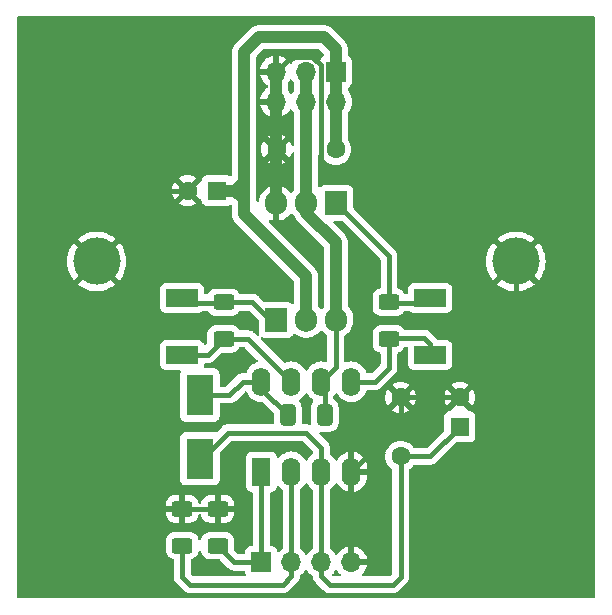
<source format=gbr>
%TF.GenerationSoftware,KiCad,Pcbnew,6.0.4-6f826c9f35~116~ubuntu18.04.1*%
%TF.CreationDate,2022-06-08T19:07:08+02:00*%
%TF.ProjectId,motor_driver_v3,6d6f746f-725f-4647-9269-7665725f7633,rev?*%
%TF.SameCoordinates,Original*%
%TF.FileFunction,Copper,L2,Bot*%
%TF.FilePolarity,Positive*%
%FSLAX46Y46*%
G04 Gerber Fmt 4.6, Leading zero omitted, Abs format (unit mm)*
G04 Created by KiCad (PCBNEW 6.0.4-6f826c9f35~116~ubuntu18.04.1) date 2022-06-08 19:07:08*
%MOMM*%
%LPD*%
G01*
G04 APERTURE LIST*
G04 Aperture macros list*
%AMRoundRect*
0 Rectangle with rounded corners*
0 $1 Rounding radius*
0 $2 $3 $4 $5 $6 $7 $8 $9 X,Y pos of 4 corners*
0 Add a 4 corners polygon primitive as box body*
4,1,4,$2,$3,$4,$5,$6,$7,$8,$9,$2,$3,0*
0 Add four circle primitives for the rounded corners*
1,1,$1+$1,$2,$3*
1,1,$1+$1,$4,$5*
1,1,$1+$1,$6,$7*
1,1,$1+$1,$8,$9*
0 Add four rect primitives between the rounded corners*
20,1,$1+$1,$2,$3,$4,$5,0*
20,1,$1+$1,$4,$5,$6,$7,0*
20,1,$1+$1,$6,$7,$8,$9,0*
20,1,$1+$1,$8,$9,$2,$3,0*%
G04 Aperture macros list end*
%TA.AperFunction,ComponentPad*%
%ADD10R,1.905000X2.000000*%
%TD*%
%TA.AperFunction,ComponentPad*%
%ADD11O,1.905000X2.000000*%
%TD*%
%TA.AperFunction,ComponentPad*%
%ADD12C,1.600000*%
%TD*%
%TA.AperFunction,ComponentPad*%
%ADD13R,1.600000X2.400000*%
%TD*%
%TA.AperFunction,ComponentPad*%
%ADD14O,1.600000X2.400000*%
%TD*%
%TA.AperFunction,ComponentPad*%
%ADD15C,4.000000*%
%TD*%
%TA.AperFunction,ComponentPad*%
%ADD16R,1.600000X1.600000*%
%TD*%
%TA.AperFunction,SMDPad,CuDef*%
%ADD17R,2.700000X1.500000*%
%TD*%
%TA.AperFunction,SMDPad,CuDef*%
%ADD18R,2.300000X3.500000*%
%TD*%
%TA.AperFunction,ComponentPad*%
%ADD19R,1.700000X1.700000*%
%TD*%
%TA.AperFunction,ComponentPad*%
%ADD20O,1.700000X1.700000*%
%TD*%
%TA.AperFunction,SMDPad,CuDef*%
%ADD21RoundRect,0.250000X0.625000X-0.400000X0.625000X0.400000X-0.625000X0.400000X-0.625000X-0.400000X0*%
%TD*%
%TA.AperFunction,SMDPad,CuDef*%
%ADD22RoundRect,0.250000X0.412500X0.650000X-0.412500X0.650000X-0.412500X-0.650000X0.412500X-0.650000X0*%
%TD*%
%TA.AperFunction,Conductor*%
%ADD23C,0.400000*%
%TD*%
%TA.AperFunction,Conductor*%
%ADD24C,1.000000*%
%TD*%
G04 APERTURE END LIST*
D10*
%TO.P,Q1,1,G*%
%TO.N,Net-(Q1-Pad1)*%
X97460000Y-103945000D03*
D11*
%TO.P,Q1,2,D*%
%TO.N,+24V*%
X100000000Y-103945000D03*
%TO.P,Q1,3,S*%
%TO.N,/out*%
X102540000Y-103945000D03*
%TD*%
D12*
%TO.P,C2,1*%
%TO.N,VCC*%
X108000000Y-115500000D03*
%TO.P,C2,2*%
%TO.N,GND*%
X108000000Y-110500000D03*
%TD*%
D10*
%TO.P,Q2,1,G*%
%TO.N,Net-(Q2-Pad1)*%
X102540000Y-94055000D03*
D11*
%TO.P,Q2,2,D*%
%TO.N,/out*%
X100000000Y-94055000D03*
%TO.P,Q2,3,S*%
%TO.N,GND*%
X97460000Y-94055000D03*
%TD*%
D13*
%TO.P,U1,1,LIN*%
%TO.N,/lin1*%
X96200000Y-116800000D03*
D14*
%TO.P,U1,2,HIN*%
%TO.N,/hin1*%
X98740000Y-116800000D03*
%TO.P,U1,3,Vcc*%
%TO.N,VCC*%
X101280000Y-116800000D03*
%TO.P,U1,4,GND*%
%TO.N,GND*%
X103820000Y-116800000D03*
%TO.P,U1,5,LVG*%
%TO.N,/Vgls1*%
X103820000Y-109180000D03*
%TO.P,U1,6,OUT*%
%TO.N,/out*%
X101280000Y-109180000D03*
%TO.P,U1,7,HVG*%
%TO.N,/Vghs1*%
X98740000Y-109180000D03*
%TO.P,U1,8,Vboot*%
%TO.N,Net-(C3-Pad2)*%
X96200000Y-109180000D03*
%TD*%
D15*
%TO.P,HS1,1*%
%TO.N,GND*%
X82250000Y-99000000D03*
X117750000Y-99000000D03*
%TD*%
D16*
%TO.P,C4,1*%
%TO.N,+24V*%
X92455113Y-93000000D03*
D12*
%TO.P,C4,2*%
%TO.N,GND*%
X89955113Y-93000000D03*
%TD*%
D16*
%TO.P,C1,1*%
%TO.N,VCC*%
X113000000Y-113000000D03*
D12*
%TO.P,C1,2*%
%TO.N,GND*%
X113000000Y-110500000D03*
%TD*%
%TO.P,C5,1*%
%TO.N,+24V*%
X102500000Y-89500000D03*
%TO.P,C5,2*%
%TO.N,GND*%
X97500000Y-89500000D03*
%TD*%
D17*
%TO.P,D3,1,K*%
%TO.N,/Vgls1*%
X110500000Y-106900000D03*
%TO.P,D3,2,A*%
%TO.N,Net-(Q2-Pad1)*%
X110500000Y-102100000D03*
%TD*%
%TO.P,D2,1,K*%
%TO.N,/Vghs1*%
X89500000Y-106900000D03*
%TO.P,D2,2,A*%
%TO.N,Net-(Q1-Pad1)*%
X89500000Y-102100000D03*
%TD*%
D18*
%TO.P,D1,1,K*%
%TO.N,Net-(C3-Pad2)*%
X91000000Y-110300000D03*
%TO.P,D1,2,A*%
%TO.N,VCC*%
X91000000Y-115700000D03*
%TD*%
D19*
%TO.P,P2,1,P1*%
%TO.N,/lin1*%
X96200000Y-124460000D03*
D20*
%TO.P,P2,2,P2*%
%TO.N,/hin1*%
X98740000Y-124460000D03*
%TO.P,P2,3,P3*%
%TO.N,VCC*%
X101280000Y-124460000D03*
%TO.P,P2,4,P4*%
%TO.N,GND*%
X103820000Y-124460000D03*
%TD*%
D21*
%TO.P,R2,1*%
%TO.N,/lin1*%
X92500000Y-123050000D03*
%TO.P,R2,2*%
%TO.N,GND*%
X92500000Y-119950000D03*
%TD*%
%TO.P,R4,1*%
%TO.N,/Vgls1*%
X107000000Y-105550000D03*
%TO.P,R4,2*%
%TO.N,Net-(Q2-Pad1)*%
X107000000Y-102450000D03*
%TD*%
%TO.P,R1,1*%
%TO.N,/hin1*%
X89500000Y-123050000D03*
%TO.P,R1,2*%
%TO.N,GND*%
X89500000Y-119950000D03*
%TD*%
D19*
%TO.P,P1,1,1*%
%TO.N,+24V*%
X102525000Y-82920000D03*
D20*
%TO.P,P1,2,2*%
X102525000Y-85460000D03*
%TO.P,P1,3,3*%
%TO.N,/out*%
X99985000Y-82920000D03*
%TO.P,P1,4,4*%
X99985000Y-85460000D03*
%TO.P,P1,5,5*%
%TO.N,GND*%
X97445000Y-82920000D03*
%TO.P,P1,6,6*%
X97445000Y-85460000D03*
%TD*%
D21*
%TO.P,R3,1*%
%TO.N,/Vghs1*%
X93000000Y-105550000D03*
%TO.P,R3,2*%
%TO.N,Net-(Q1-Pad1)*%
X93000000Y-102450000D03*
%TD*%
D22*
%TO.P,C3,1*%
%TO.N,/out*%
X101562500Y-112000000D03*
%TO.P,C3,2*%
%TO.N,Net-(C3-Pad2)*%
X98437500Y-112000000D03*
%TD*%
D23*
%TO.N,VCC*%
X101280000Y-125664000D02*
X101981000Y-126365000D01*
X101280000Y-124460000D02*
X101280000Y-125664000D01*
X107315000Y-126365000D02*
X108000000Y-125680000D01*
X101981000Y-126365000D02*
X107315000Y-126365000D01*
X108000000Y-125680000D02*
X108000000Y-115500000D01*
%TO.N,/hin1*%
X89500000Y-125695000D02*
X90170000Y-126365000D01*
X90170000Y-126365000D02*
X98044000Y-126365000D01*
X89500000Y-123050000D02*
X89500000Y-125695000D01*
X98044000Y-126365000D02*
X98740000Y-125669000D01*
X98740000Y-125669000D02*
X98740000Y-124460000D01*
%TO.N,/lin1*%
X92500000Y-123050000D02*
X93910000Y-124460000D01*
X93910000Y-124460000D02*
X96200000Y-124460000D01*
%TO.N,GND*%
X103820000Y-116800000D02*
X103820000Y-124460000D01*
%TO.N,/hin1*%
X98740000Y-124460000D02*
X98740000Y-116800000D01*
%TO.N,/lin1*%
X96200000Y-116800000D02*
X96200000Y-124460000D01*
X96200000Y-123125000D02*
X96200000Y-124460000D01*
%TO.N,VCC*%
X101280000Y-116800000D02*
X101280000Y-124460000D01*
X91150000Y-115700000D02*
X91000000Y-115700000D01*
X100000000Y-113500000D02*
X93350000Y-113500000D01*
X101280000Y-116800000D02*
X101280000Y-114780000D01*
X93350000Y-113500000D02*
X91150000Y-115700000D01*
X101280000Y-114780000D02*
X100000000Y-113500000D01*
X108000000Y-115500000D02*
X110500000Y-115500000D01*
X110500000Y-115500000D02*
X113000000Y-113000000D01*
%TO.N,GND*%
X88250000Y-93000000D02*
X89955113Y-93000000D01*
X97445000Y-82920000D02*
X98694511Y-81670489D01*
X108000000Y-110500000D02*
X108000000Y-112620000D01*
X117750000Y-99000000D02*
X117750000Y-105750000D01*
X89500000Y-119950000D02*
X92500000Y-119950000D01*
X117750000Y-105750000D02*
X113000000Y-110500000D01*
X101500000Y-91500000D02*
X104000000Y-91500000D01*
X108000000Y-112620000D02*
X103820000Y-116800000D01*
X113000000Y-110500000D02*
X108000000Y-110500000D01*
D24*
X97445000Y-82920000D02*
X97445000Y-94040000D01*
D23*
X101234511Y-82402435D02*
X101234511Y-91234511D01*
X82250000Y-99000000D02*
X88250000Y-93000000D01*
X100502565Y-81670489D02*
X101234511Y-82402435D01*
X97445000Y-94040000D02*
X97460000Y-94055000D01*
X98694511Y-81670489D02*
X100502565Y-81670489D01*
X101234511Y-91234511D02*
X101500000Y-91500000D01*
D24*
%TO.N,/out*%
X100015000Y-83210000D02*
X100015000Y-94040000D01*
D23*
X101562500Y-109462500D02*
X101280000Y-109180000D01*
X101562500Y-112000000D02*
X101562500Y-109462500D01*
X102500000Y-107960000D02*
X102500000Y-103985000D01*
X101280000Y-109180000D02*
X102500000Y-107960000D01*
X102500000Y-103985000D02*
X102540000Y-103945000D01*
D24*
X100000000Y-94866522D02*
X102500000Y-97366522D01*
X102500000Y-103905000D02*
X102540000Y-103945000D01*
X100015000Y-94040000D02*
X100000000Y-94055000D01*
X100000000Y-94055000D02*
X100000000Y-94866522D01*
X102500000Y-97366522D02*
X102500000Y-103905000D01*
%TO.N,+24V*%
X102525000Y-89475000D02*
X102500000Y-89500000D01*
X96000000Y-80000000D02*
X101500000Y-80000000D01*
X94750000Y-95000000D02*
X94750000Y-94000000D01*
X94000000Y-93000000D02*
X94750000Y-93750000D01*
X94750000Y-93250000D02*
X94750000Y-92000000D01*
X94750000Y-93750000D02*
X94750000Y-94000000D01*
X94750000Y-94000000D02*
X94750000Y-93250000D01*
X101500000Y-80000000D02*
X102525000Y-81025000D01*
X94000000Y-93000000D02*
X94500000Y-93000000D01*
X94500000Y-93000000D02*
X94750000Y-93250000D01*
X100000000Y-103945000D02*
X100000000Y-100250000D01*
X94750000Y-81250000D02*
X96000000Y-80000000D01*
X102525000Y-82920000D02*
X102525000Y-89475000D01*
X94750000Y-92000000D02*
X94750000Y-81250000D01*
X102525000Y-81025000D02*
X102525000Y-82920000D01*
X94000000Y-93000000D02*
X94750000Y-92250000D01*
X94750000Y-92250000D02*
X94750000Y-92000000D01*
X92455113Y-93000000D02*
X94000000Y-93000000D01*
X100000000Y-100250000D02*
X94750000Y-95000000D01*
D23*
%TO.N,Net-(C3-Pad2)*%
X96200000Y-109762500D02*
X96200000Y-109180000D01*
X98437500Y-112000000D02*
X96200000Y-109762500D01*
X94620000Y-109180000D02*
X93500000Y-110300000D01*
X91000000Y-110300000D02*
X93500000Y-110300000D01*
X96200000Y-109180000D02*
X94620000Y-109180000D01*
%TO.N,/Vghs1*%
X93000000Y-105550000D02*
X95110000Y-105550000D01*
X95110000Y-105550000D02*
X98740000Y-109180000D01*
X93000000Y-105550000D02*
X91650000Y-106900000D01*
X91650000Y-106900000D02*
X89500000Y-106900000D01*
%TO.N,/Vgls1*%
X110000000Y-105500000D02*
X107050000Y-105500000D01*
X110500000Y-106000000D02*
X110000000Y-105500000D01*
X110500000Y-106900000D02*
X110500000Y-106000000D01*
X103820000Y-109180000D02*
X105820000Y-109180000D01*
X105820000Y-109180000D02*
X107000000Y-108000000D01*
X107000000Y-108000000D02*
X107000000Y-105550000D01*
X107050000Y-105500000D02*
X107000000Y-105550000D01*
%TO.N,Net-(Q1-Pad1)*%
X93000000Y-102450000D02*
X95450000Y-102450000D01*
X96945000Y-103945000D02*
X97460000Y-103945000D01*
X89500000Y-102100000D02*
X89900000Y-102500000D01*
X89900000Y-102500000D02*
X92950000Y-102500000D01*
X92950000Y-102500000D02*
X93000000Y-102450000D01*
X95450000Y-102450000D02*
X96945000Y-103945000D01*
%TO.N,Net-(Q2-Pad1)*%
X110500000Y-102100000D02*
X110100000Y-102500000D01*
X110100000Y-102500000D02*
X107050000Y-102500000D01*
X107000000Y-98515000D02*
X107000000Y-102450000D01*
X107050000Y-102500000D02*
X107000000Y-102450000D01*
X102540000Y-94055000D02*
X107000000Y-98515000D01*
%TD*%
%TA.AperFunction,Conductor*%
%TO.N,GND*%
G36*
X124433621Y-78278502D02*
G01*
X124480114Y-78332158D01*
X124491500Y-78384500D01*
X124491500Y-127365500D01*
X124471498Y-127433621D01*
X124417842Y-127480114D01*
X124365500Y-127491500D01*
X75634500Y-127491500D01*
X75566379Y-127471498D01*
X75519886Y-127417842D01*
X75508500Y-127365500D01*
X75508500Y-120397095D01*
X88117001Y-120397095D01*
X88117338Y-120403614D01*
X88127257Y-120499206D01*
X88130149Y-120512600D01*
X88181588Y-120666784D01*
X88187761Y-120679962D01*
X88273063Y-120817807D01*
X88282099Y-120829208D01*
X88396829Y-120943739D01*
X88408240Y-120952751D01*
X88546243Y-121037816D01*
X88559424Y-121043963D01*
X88713710Y-121095138D01*
X88727086Y-121098005D01*
X88821438Y-121107672D01*
X88827854Y-121108000D01*
X89227885Y-121108000D01*
X89243124Y-121103525D01*
X89244329Y-121102135D01*
X89246000Y-121094452D01*
X89246000Y-121089884D01*
X89754000Y-121089884D01*
X89758475Y-121105123D01*
X89759865Y-121106328D01*
X89767548Y-121107999D01*
X90172095Y-121107999D01*
X90178614Y-121107662D01*
X90274206Y-121097743D01*
X90287600Y-121094851D01*
X90441784Y-121043412D01*
X90454962Y-121037239D01*
X90592807Y-120951937D01*
X90604208Y-120942901D01*
X90718739Y-120828171D01*
X90727751Y-120816760D01*
X90812816Y-120678757D01*
X90818963Y-120665576D01*
X90870138Y-120511290D01*
X90873005Y-120497914D01*
X90874709Y-120481284D01*
X90901549Y-120415557D01*
X90959664Y-120374774D01*
X91030601Y-120371884D01*
X91091840Y-120407805D01*
X91123937Y-120471132D01*
X91125380Y-120481120D01*
X91127257Y-120499207D01*
X91130149Y-120512600D01*
X91181588Y-120666784D01*
X91187761Y-120679962D01*
X91273063Y-120817807D01*
X91282099Y-120829208D01*
X91396829Y-120943739D01*
X91408240Y-120952751D01*
X91546243Y-121037816D01*
X91559424Y-121043963D01*
X91713710Y-121095138D01*
X91727086Y-121098005D01*
X91821438Y-121107672D01*
X91827854Y-121108000D01*
X92227885Y-121108000D01*
X92243124Y-121103525D01*
X92244329Y-121102135D01*
X92246000Y-121094452D01*
X92246000Y-121089884D01*
X92754000Y-121089884D01*
X92758475Y-121105123D01*
X92759865Y-121106328D01*
X92767548Y-121107999D01*
X93172095Y-121107999D01*
X93178614Y-121107662D01*
X93274206Y-121097743D01*
X93287600Y-121094851D01*
X93441784Y-121043412D01*
X93454962Y-121037239D01*
X93592807Y-120951937D01*
X93604208Y-120942901D01*
X93718739Y-120828171D01*
X93727751Y-120816760D01*
X93812816Y-120678757D01*
X93818963Y-120665576D01*
X93870138Y-120511290D01*
X93873005Y-120497914D01*
X93882672Y-120403562D01*
X93883000Y-120397146D01*
X93883000Y-120222115D01*
X93878525Y-120206876D01*
X93877135Y-120205671D01*
X93869452Y-120204000D01*
X92772115Y-120204000D01*
X92756876Y-120208475D01*
X92755671Y-120209865D01*
X92754000Y-120217548D01*
X92754000Y-121089884D01*
X92246000Y-121089884D01*
X92246000Y-119677885D01*
X92754000Y-119677885D01*
X92758475Y-119693124D01*
X92759865Y-119694329D01*
X92767548Y-119696000D01*
X93864884Y-119696000D01*
X93880123Y-119691525D01*
X93881328Y-119690135D01*
X93882999Y-119682452D01*
X93882999Y-119502905D01*
X93882662Y-119496386D01*
X93872743Y-119400794D01*
X93869851Y-119387400D01*
X93818412Y-119233216D01*
X93812239Y-119220038D01*
X93726937Y-119082193D01*
X93717901Y-119070792D01*
X93603171Y-118956261D01*
X93591760Y-118947249D01*
X93453757Y-118862184D01*
X93440576Y-118856037D01*
X93286290Y-118804862D01*
X93272914Y-118801995D01*
X93178562Y-118792328D01*
X93172145Y-118792000D01*
X92772115Y-118792000D01*
X92756876Y-118796475D01*
X92755671Y-118797865D01*
X92754000Y-118805548D01*
X92754000Y-119677885D01*
X92246000Y-119677885D01*
X92246000Y-118810116D01*
X92241525Y-118794877D01*
X92240135Y-118793672D01*
X92232452Y-118792001D01*
X91827905Y-118792001D01*
X91821386Y-118792338D01*
X91725794Y-118802257D01*
X91712400Y-118805149D01*
X91558216Y-118856588D01*
X91545038Y-118862761D01*
X91407193Y-118948063D01*
X91395792Y-118957099D01*
X91281261Y-119071829D01*
X91272249Y-119083240D01*
X91187184Y-119221243D01*
X91181037Y-119234424D01*
X91129862Y-119388710D01*
X91126995Y-119402086D01*
X91125291Y-119418716D01*
X91098451Y-119484443D01*
X91040336Y-119525226D01*
X90969399Y-119528116D01*
X90908160Y-119492195D01*
X90876063Y-119428868D01*
X90874620Y-119418880D01*
X90872743Y-119400793D01*
X90869851Y-119387400D01*
X90818412Y-119233216D01*
X90812239Y-119220038D01*
X90726937Y-119082193D01*
X90717901Y-119070792D01*
X90603171Y-118956261D01*
X90591760Y-118947249D01*
X90453757Y-118862184D01*
X90440576Y-118856037D01*
X90286290Y-118804862D01*
X90272914Y-118801995D01*
X90178562Y-118792328D01*
X90172145Y-118792000D01*
X89772115Y-118792000D01*
X89756876Y-118796475D01*
X89755671Y-118797865D01*
X89754000Y-118805548D01*
X89754000Y-121089884D01*
X89246000Y-121089884D01*
X89246000Y-120222115D01*
X89241525Y-120206876D01*
X89240135Y-120205671D01*
X89232452Y-120204000D01*
X88135116Y-120204000D01*
X88119877Y-120208475D01*
X88118672Y-120209865D01*
X88117001Y-120217548D01*
X88117001Y-120397095D01*
X75508500Y-120397095D01*
X75508500Y-119677885D01*
X88117000Y-119677885D01*
X88121475Y-119693124D01*
X88122865Y-119694329D01*
X88130548Y-119696000D01*
X89227885Y-119696000D01*
X89243124Y-119691525D01*
X89244329Y-119690135D01*
X89246000Y-119682452D01*
X89246000Y-118810116D01*
X89241525Y-118794877D01*
X89240135Y-118793672D01*
X89232452Y-118792001D01*
X88827905Y-118792001D01*
X88821386Y-118792338D01*
X88725794Y-118802257D01*
X88712400Y-118805149D01*
X88558216Y-118856588D01*
X88545038Y-118862761D01*
X88407193Y-118948063D01*
X88395792Y-118957099D01*
X88281261Y-119071829D01*
X88272249Y-119083240D01*
X88187184Y-119221243D01*
X88181037Y-119234424D01*
X88129862Y-119388710D01*
X88126995Y-119402086D01*
X88117328Y-119496438D01*
X88117000Y-119502855D01*
X88117000Y-119677885D01*
X75508500Y-119677885D01*
X75508500Y-107698134D01*
X87641500Y-107698134D01*
X87648255Y-107760316D01*
X87699385Y-107896705D01*
X87786739Y-108013261D01*
X87903295Y-108100615D01*
X88039684Y-108151745D01*
X88101866Y-108158500D01*
X89271868Y-108158500D01*
X89339989Y-108178502D01*
X89386482Y-108232158D01*
X89396586Y-108302432D01*
X89389850Y-108328729D01*
X89348255Y-108439684D01*
X89341500Y-108501866D01*
X89341500Y-112098134D01*
X89348255Y-112160316D01*
X89399385Y-112296705D01*
X89486739Y-112413261D01*
X89603295Y-112500615D01*
X89739684Y-112551745D01*
X89801866Y-112558500D01*
X92198134Y-112558500D01*
X92260316Y-112551745D01*
X92396705Y-112500615D01*
X92513261Y-112413261D01*
X92600615Y-112296705D01*
X92651745Y-112160316D01*
X92658500Y-112098134D01*
X92658500Y-111134500D01*
X92678502Y-111066379D01*
X92732158Y-111019886D01*
X92784500Y-111008500D01*
X93471088Y-111008500D01*
X93479658Y-111008792D01*
X93529776Y-111012209D01*
X93529780Y-111012209D01*
X93537352Y-111012725D01*
X93544829Y-111011420D01*
X93544830Y-111011420D01*
X93571308Y-111006799D01*
X93600303Y-111001738D01*
X93606821Y-111000777D01*
X93670242Y-110993102D01*
X93677343Y-110990419D01*
X93679952Y-110989778D01*
X93696262Y-110985315D01*
X93698798Y-110984550D01*
X93706284Y-110983243D01*
X93764800Y-110957556D01*
X93770904Y-110955065D01*
X93773583Y-110954053D01*
X93830656Y-110932487D01*
X93836919Y-110928183D01*
X93839285Y-110926946D01*
X93854097Y-110918701D01*
X93856351Y-110917368D01*
X93863305Y-110914315D01*
X93914002Y-110875413D01*
X93919332Y-110871541D01*
X93965720Y-110839661D01*
X93965725Y-110839656D01*
X93971981Y-110835357D01*
X93990757Y-110814284D01*
X94013427Y-110788839D01*
X94018408Y-110783562D01*
X94777102Y-110024869D01*
X94839414Y-109990844D01*
X94910230Y-109995909D01*
X94967065Y-110038456D01*
X94980392Y-110060716D01*
X95060149Y-110231758D01*
X95060153Y-110231764D01*
X95062477Y-110236749D01*
X95193802Y-110424300D01*
X95355700Y-110586198D01*
X95360208Y-110589355D01*
X95360211Y-110589357D01*
X95411893Y-110625545D01*
X95543251Y-110717523D01*
X95548233Y-110719846D01*
X95548238Y-110719849D01*
X95731557Y-110805331D01*
X95750757Y-110814284D01*
X95756065Y-110815706D01*
X95756067Y-110815707D01*
X95966598Y-110872119D01*
X95966600Y-110872119D01*
X95971913Y-110873543D01*
X96200000Y-110893498D01*
X96205475Y-110893019D01*
X96205485Y-110893019D01*
X96260117Y-110888239D01*
X96329722Y-110902227D01*
X96360194Y-110924664D01*
X97229595Y-111794065D01*
X97263621Y-111856377D01*
X97266500Y-111883160D01*
X97266500Y-112665500D01*
X97246498Y-112733621D01*
X97192842Y-112780114D01*
X97140500Y-112791500D01*
X93378927Y-112791500D01*
X93370358Y-112791208D01*
X93320225Y-112787790D01*
X93320221Y-112787790D01*
X93312648Y-112787274D01*
X93249681Y-112798264D01*
X93243169Y-112799224D01*
X93179758Y-112806898D01*
X93172657Y-112809581D01*
X93170048Y-112810222D01*
X93153715Y-112814691D01*
X93151195Y-112815452D01*
X93143717Y-112816757D01*
X93136765Y-112819809D01*
X93136764Y-112819809D01*
X93085204Y-112842441D01*
X93079099Y-112844932D01*
X93026456Y-112864825D01*
X93026452Y-112864827D01*
X93019344Y-112867513D01*
X93013083Y-112871816D01*
X93010717Y-112873053D01*
X92995937Y-112881280D01*
X92993652Y-112882631D01*
X92986695Y-112885685D01*
X92980675Y-112890305D01*
X92980669Y-112890308D01*
X92949542Y-112914194D01*
X92935998Y-112924587D01*
X92930668Y-112928459D01*
X92884280Y-112960339D01*
X92884275Y-112960344D01*
X92878019Y-112964643D01*
X92872968Y-112970313D01*
X92872966Y-112970314D01*
X92836565Y-113011170D01*
X92831584Y-113016446D01*
X92419113Y-113428917D01*
X92356801Y-113462943D01*
X92285789Y-113457804D01*
X92267718Y-113451029D01*
X92267711Y-113451027D01*
X92260316Y-113448255D01*
X92198134Y-113441500D01*
X89801866Y-113441500D01*
X89739684Y-113448255D01*
X89603295Y-113499385D01*
X89486739Y-113586739D01*
X89399385Y-113703295D01*
X89348255Y-113839684D01*
X89341500Y-113901866D01*
X89341500Y-117498134D01*
X89348255Y-117560316D01*
X89399385Y-117696705D01*
X89486739Y-117813261D01*
X89603295Y-117900615D01*
X89739684Y-117951745D01*
X89801866Y-117958500D01*
X92198134Y-117958500D01*
X92260316Y-117951745D01*
X92396705Y-117900615D01*
X92513261Y-117813261D01*
X92600615Y-117696705D01*
X92651745Y-117560316D01*
X92658500Y-117498134D01*
X92658500Y-115245660D01*
X92678502Y-115177539D01*
X92695405Y-115156565D01*
X93606565Y-114245405D01*
X93668877Y-114211379D01*
X93695660Y-114208500D01*
X99654339Y-114208500D01*
X99722460Y-114228502D01*
X99743435Y-114245405D01*
X100534596Y-115036567D01*
X100568621Y-115098879D01*
X100571500Y-115125662D01*
X100571500Y-115233122D01*
X100551498Y-115301243D01*
X100517771Y-115336335D01*
X100440211Y-115390643D01*
X100440208Y-115390645D01*
X100435700Y-115393802D01*
X100273802Y-115555700D01*
X100142477Y-115743251D01*
X100140154Y-115748233D01*
X100140151Y-115748238D01*
X100124195Y-115782457D01*
X100077278Y-115835742D01*
X100009001Y-115855203D01*
X99941041Y-115834661D01*
X99895805Y-115782457D01*
X99879849Y-115748238D01*
X99879846Y-115748233D01*
X99877523Y-115743251D01*
X99746198Y-115555700D01*
X99584300Y-115393802D01*
X99579792Y-115390645D01*
X99579789Y-115390643D01*
X99452112Y-115301243D01*
X99396749Y-115262477D01*
X99391767Y-115260154D01*
X99391762Y-115260151D01*
X99194225Y-115168039D01*
X99194224Y-115168039D01*
X99189243Y-115165716D01*
X99183935Y-115164294D01*
X99183933Y-115164293D01*
X98973402Y-115107881D01*
X98973400Y-115107881D01*
X98968087Y-115106457D01*
X98740000Y-115086502D01*
X98511913Y-115106457D01*
X98506600Y-115107881D01*
X98506598Y-115107881D01*
X98296067Y-115164293D01*
X98296065Y-115164294D01*
X98290757Y-115165716D01*
X98285776Y-115168039D01*
X98285775Y-115168039D01*
X98088238Y-115260151D01*
X98088233Y-115260154D01*
X98083251Y-115262477D01*
X98027888Y-115301243D01*
X97900211Y-115390643D01*
X97900208Y-115390645D01*
X97895700Y-115393802D01*
X97733802Y-115555700D01*
X97730643Y-115560211D01*
X97727108Y-115564424D01*
X97725974Y-115563473D01*
X97675929Y-115603471D01*
X97605310Y-115610776D01*
X97541951Y-115578742D01*
X97505970Y-115517538D01*
X97502918Y-115500483D01*
X97501745Y-115489684D01*
X97450615Y-115353295D01*
X97363261Y-115236739D01*
X97246705Y-115149385D01*
X97110316Y-115098255D01*
X97048134Y-115091500D01*
X95351866Y-115091500D01*
X95289684Y-115098255D01*
X95153295Y-115149385D01*
X95036739Y-115236739D01*
X94949385Y-115353295D01*
X94898255Y-115489684D01*
X94891500Y-115551866D01*
X94891500Y-118048134D01*
X94898255Y-118110316D01*
X94949385Y-118246705D01*
X95036739Y-118363261D01*
X95153295Y-118450615D01*
X95289684Y-118501745D01*
X95351866Y-118508500D01*
X95365500Y-118508500D01*
X95433621Y-118528502D01*
X95480114Y-118582158D01*
X95491500Y-118634500D01*
X95491500Y-122975500D01*
X95471498Y-123043621D01*
X95417842Y-123090114D01*
X95365500Y-123101500D01*
X95301866Y-123101500D01*
X95239684Y-123108255D01*
X95103295Y-123159385D01*
X94986739Y-123246739D01*
X94899385Y-123363295D01*
X94848255Y-123499684D01*
X94841500Y-123561866D01*
X94841500Y-123625500D01*
X94821498Y-123693621D01*
X94767842Y-123740114D01*
X94715500Y-123751500D01*
X94255660Y-123751500D01*
X94187539Y-123731498D01*
X94166565Y-123714595D01*
X93920405Y-123468435D01*
X93886379Y-123406123D01*
X93883500Y-123379340D01*
X93883500Y-122599600D01*
X93882224Y-122587303D01*
X93873238Y-122500692D01*
X93873237Y-122500688D01*
X93872526Y-122493834D01*
X93816550Y-122326054D01*
X93723478Y-122175652D01*
X93598303Y-122050695D01*
X93592072Y-122046854D01*
X93453968Y-121961725D01*
X93453966Y-121961724D01*
X93447738Y-121957885D01*
X93287254Y-121904655D01*
X93286389Y-121904368D01*
X93286387Y-121904368D01*
X93279861Y-121902203D01*
X93273025Y-121901503D01*
X93273022Y-121901502D01*
X93229969Y-121897091D01*
X93175400Y-121891500D01*
X91824600Y-121891500D01*
X91821354Y-121891837D01*
X91821350Y-121891837D01*
X91725692Y-121901762D01*
X91725688Y-121901763D01*
X91718834Y-121902474D01*
X91712298Y-121904655D01*
X91712296Y-121904655D01*
X91580194Y-121948728D01*
X91551054Y-121958450D01*
X91400652Y-122051522D01*
X91275695Y-122176697D01*
X91182885Y-122327262D01*
X91127203Y-122495139D01*
X91126503Y-122501975D01*
X91126502Y-122501978D01*
X91125288Y-122513829D01*
X91098446Y-122579556D01*
X91040331Y-122620337D01*
X90969393Y-122623225D01*
X90908155Y-122587303D01*
X90876059Y-122523975D01*
X90874617Y-122513987D01*
X90873238Y-122500693D01*
X90873237Y-122500690D01*
X90872526Y-122493834D01*
X90816550Y-122326054D01*
X90723478Y-122175652D01*
X90598303Y-122050695D01*
X90592072Y-122046854D01*
X90453968Y-121961725D01*
X90453966Y-121961724D01*
X90447738Y-121957885D01*
X90287254Y-121904655D01*
X90286389Y-121904368D01*
X90286387Y-121904368D01*
X90279861Y-121902203D01*
X90273025Y-121901503D01*
X90273022Y-121901502D01*
X90229969Y-121897091D01*
X90175400Y-121891500D01*
X88824600Y-121891500D01*
X88821354Y-121891837D01*
X88821350Y-121891837D01*
X88725692Y-121901762D01*
X88725688Y-121901763D01*
X88718834Y-121902474D01*
X88712298Y-121904655D01*
X88712296Y-121904655D01*
X88580194Y-121948728D01*
X88551054Y-121958450D01*
X88400652Y-122051522D01*
X88275695Y-122176697D01*
X88182885Y-122327262D01*
X88127203Y-122495139D01*
X88116500Y-122599600D01*
X88116500Y-123500400D01*
X88116837Y-123503646D01*
X88116837Y-123503650D01*
X88124347Y-123576025D01*
X88127474Y-123606166D01*
X88183450Y-123773946D01*
X88276522Y-123924348D01*
X88401697Y-124049305D01*
X88407927Y-124053145D01*
X88407928Y-124053146D01*
X88545090Y-124137694D01*
X88552262Y-124142115D01*
X88690255Y-124187885D01*
X88705167Y-124192831D01*
X88763527Y-124233261D01*
X88790764Y-124298826D01*
X88791500Y-124312424D01*
X88791500Y-125666088D01*
X88791208Y-125674658D01*
X88788030Y-125721280D01*
X88787275Y-125732352D01*
X88798059Y-125794139D01*
X88798261Y-125795299D01*
X88799223Y-125801821D01*
X88806898Y-125865242D01*
X88809581Y-125872343D01*
X88810222Y-125874952D01*
X88814685Y-125891262D01*
X88815450Y-125893798D01*
X88816757Y-125901284D01*
X88819811Y-125908241D01*
X88842442Y-125959795D01*
X88844935Y-125965904D01*
X88863417Y-126014815D01*
X88867513Y-126025656D01*
X88871817Y-126031919D01*
X88873054Y-126034285D01*
X88881299Y-126049097D01*
X88882632Y-126051351D01*
X88885685Y-126058305D01*
X88921747Y-126105300D01*
X88924579Y-126108991D01*
X88928459Y-126114332D01*
X88960339Y-126160720D01*
X88960344Y-126160725D01*
X88964643Y-126166981D01*
X88970313Y-126172032D01*
X88970314Y-126172034D01*
X89011161Y-126208427D01*
X89016438Y-126213408D01*
X89648565Y-126845536D01*
X89654418Y-126851801D01*
X89687445Y-126889660D01*
X89692439Y-126895385D01*
X89744729Y-126932136D01*
X89749971Y-126936028D01*
X89800282Y-126975476D01*
X89807201Y-126978600D01*
X89809493Y-126979988D01*
X89824165Y-126988357D01*
X89826525Y-126989622D01*
X89832739Y-126993990D01*
X89839818Y-126996750D01*
X89839820Y-126996751D01*
X89892275Y-127017202D01*
X89898344Y-127019753D01*
X89956573Y-127046045D01*
X89964046Y-127047430D01*
X89966612Y-127048234D01*
X89982835Y-127052855D01*
X89985427Y-127053520D01*
X89992509Y-127056282D01*
X90000044Y-127057274D01*
X90055861Y-127064622D01*
X90062377Y-127065654D01*
X90100770Y-127072770D01*
X90125186Y-127077295D01*
X90132766Y-127076858D01*
X90132767Y-127076858D01*
X90187380Y-127073709D01*
X90194633Y-127073500D01*
X98015088Y-127073500D01*
X98023658Y-127073792D01*
X98073776Y-127077209D01*
X98073780Y-127077209D01*
X98081352Y-127077725D01*
X98088829Y-127076420D01*
X98088830Y-127076420D01*
X98115308Y-127071799D01*
X98144303Y-127066738D01*
X98150821Y-127065777D01*
X98214242Y-127058102D01*
X98221343Y-127055419D01*
X98223952Y-127054778D01*
X98240262Y-127050315D01*
X98242798Y-127049550D01*
X98250284Y-127048243D01*
X98308800Y-127022556D01*
X98314904Y-127020065D01*
X98319319Y-127018397D01*
X98374656Y-126997487D01*
X98380919Y-126993183D01*
X98383285Y-126991946D01*
X98398097Y-126983701D01*
X98400351Y-126982368D01*
X98407305Y-126979315D01*
X98458002Y-126940413D01*
X98463332Y-126936541D01*
X98509720Y-126904661D01*
X98509725Y-126904656D01*
X98515981Y-126900357D01*
X98557436Y-126853829D01*
X98562416Y-126848554D01*
X99220520Y-126190450D01*
X99226785Y-126184596D01*
X99254154Y-126160720D01*
X99270385Y-126146561D01*
X99307114Y-126094300D01*
X99311046Y-126089005D01*
X99345791Y-126044694D01*
X99350477Y-126038718D01*
X99353602Y-126031796D01*
X99354964Y-126029548D01*
X99363368Y-126014815D01*
X99364622Y-126012476D01*
X99368990Y-126006261D01*
X99371749Y-125999185D01*
X99371751Y-125999181D01*
X99392202Y-125946726D01*
X99394758Y-125940646D01*
X99417918Y-125889351D01*
X99421045Y-125882426D01*
X99422429Y-125874955D01*
X99423230Y-125872401D01*
X99427867Y-125856122D01*
X99428523Y-125853567D01*
X99431282Y-125846491D01*
X99439621Y-125783149D01*
X99440653Y-125776633D01*
X99450912Y-125721280D01*
X99452296Y-125713813D01*
X99451143Y-125693813D01*
X99467191Y-125624654D01*
X99503765Y-125583982D01*
X99506084Y-125582328D01*
X99619860Y-125501173D01*
X99643496Y-125477620D01*
X99763616Y-125357918D01*
X99778096Y-125343489D01*
X99908453Y-125162077D01*
X99909776Y-125163028D01*
X99956645Y-125119857D01*
X100026580Y-125107625D01*
X100092026Y-125135144D01*
X100119875Y-125166994D01*
X100133055Y-125188502D01*
X100179987Y-125265088D01*
X100326250Y-125433938D01*
X100427654Y-125518125D01*
X100494107Y-125573295D01*
X100498126Y-125576632D01*
X100505353Y-125580855D01*
X100506242Y-125581798D01*
X100506827Y-125582207D01*
X100506742Y-125582328D01*
X100554075Y-125632493D01*
X100565061Y-125686312D01*
X100567394Y-125686190D01*
X100567791Y-125693777D01*
X100567275Y-125701352D01*
X100568580Y-125708829D01*
X100568580Y-125708830D01*
X100578261Y-125764299D01*
X100579223Y-125770821D01*
X100586898Y-125834242D01*
X100589581Y-125841343D01*
X100590222Y-125843952D01*
X100594685Y-125860262D01*
X100595450Y-125862798D01*
X100596757Y-125870284D01*
X100599811Y-125877241D01*
X100622442Y-125928795D01*
X100624933Y-125934899D01*
X100647513Y-125994656D01*
X100651817Y-126000919D01*
X100653054Y-126003285D01*
X100661299Y-126018097D01*
X100662632Y-126020351D01*
X100665685Y-126027305D01*
X100694095Y-126064328D01*
X100704579Y-126077991D01*
X100708459Y-126083332D01*
X100740339Y-126129720D01*
X100740344Y-126129725D01*
X100744643Y-126135981D01*
X100750313Y-126141032D01*
X100750314Y-126141034D01*
X100791170Y-126177435D01*
X100796446Y-126182416D01*
X101459550Y-126845520D01*
X101465404Y-126851785D01*
X101503439Y-126895385D01*
X101509657Y-126899755D01*
X101555697Y-126932112D01*
X101560993Y-126936045D01*
X101611282Y-126975477D01*
X101618204Y-126978602D01*
X101620452Y-126979964D01*
X101635185Y-126988368D01*
X101637524Y-126989622D01*
X101643739Y-126993990D01*
X101650815Y-126996749D01*
X101650819Y-126996751D01*
X101703269Y-127017200D01*
X101709334Y-127019749D01*
X101767573Y-127046045D01*
X101775038Y-127047429D01*
X101777582Y-127048226D01*
X101793848Y-127052859D01*
X101796428Y-127053521D01*
X101803509Y-127056282D01*
X101811042Y-127057274D01*
X101811043Y-127057274D01*
X101824261Y-127059014D01*
X101866857Y-127064622D01*
X101873355Y-127065650D01*
X101936187Y-127077296D01*
X101943767Y-127076859D01*
X101943768Y-127076859D01*
X101998398Y-127073709D01*
X102005651Y-127073500D01*
X107286088Y-127073500D01*
X107294658Y-127073792D01*
X107344776Y-127077209D01*
X107344780Y-127077209D01*
X107352352Y-127077725D01*
X107359829Y-127076420D01*
X107359830Y-127076420D01*
X107386308Y-127071799D01*
X107415303Y-127066738D01*
X107421821Y-127065777D01*
X107485242Y-127058102D01*
X107492343Y-127055419D01*
X107494952Y-127054778D01*
X107511262Y-127050315D01*
X107513798Y-127049550D01*
X107521284Y-127048243D01*
X107579800Y-127022556D01*
X107585904Y-127020065D01*
X107590319Y-127018397D01*
X107645656Y-126997487D01*
X107651919Y-126993183D01*
X107654285Y-126991946D01*
X107669097Y-126983701D01*
X107671351Y-126982368D01*
X107678305Y-126979315D01*
X107729002Y-126940413D01*
X107734332Y-126936541D01*
X107780720Y-126904661D01*
X107780725Y-126904656D01*
X107786981Y-126900357D01*
X107828435Y-126853830D01*
X107833408Y-126848562D01*
X108480536Y-126201435D01*
X108486801Y-126195582D01*
X108524664Y-126162552D01*
X108524665Y-126162551D01*
X108530385Y-126157561D01*
X108567136Y-126105271D01*
X108571028Y-126100029D01*
X108610476Y-126049718D01*
X108613600Y-126042799D01*
X108614988Y-126040507D01*
X108623357Y-126025835D01*
X108624622Y-126023475D01*
X108628990Y-126017261D01*
X108652203Y-125957723D01*
X108654759Y-125951642D01*
X108677918Y-125900352D01*
X108681045Y-125893427D01*
X108682430Y-125885954D01*
X108683234Y-125883388D01*
X108687855Y-125867165D01*
X108688520Y-125864573D01*
X108691282Y-125857491D01*
X108699622Y-125794139D01*
X108700654Y-125787623D01*
X108710911Y-125732281D01*
X108712295Y-125724814D01*
X108708709Y-125662620D01*
X108708500Y-125655367D01*
X108708500Y-116666878D01*
X108728502Y-116598757D01*
X108762229Y-116563665D01*
X108839789Y-116509357D01*
X108839792Y-116509355D01*
X108844300Y-116506198D01*
X109006198Y-116344300D01*
X109063665Y-116262229D01*
X109119122Y-116217901D01*
X109166878Y-116208500D01*
X110471088Y-116208500D01*
X110479658Y-116208792D01*
X110529776Y-116212209D01*
X110529780Y-116212209D01*
X110537352Y-116212725D01*
X110544829Y-116211420D01*
X110544830Y-116211420D01*
X110571308Y-116206799D01*
X110600303Y-116201738D01*
X110606821Y-116200777D01*
X110670242Y-116193102D01*
X110677343Y-116190419D01*
X110679952Y-116189778D01*
X110696262Y-116185315D01*
X110698798Y-116184550D01*
X110706284Y-116183243D01*
X110764800Y-116157556D01*
X110770904Y-116155065D01*
X110779646Y-116151762D01*
X110830656Y-116132487D01*
X110836919Y-116128183D01*
X110839285Y-116126946D01*
X110854097Y-116118701D01*
X110856351Y-116117368D01*
X110863305Y-116114315D01*
X110914002Y-116075413D01*
X110919332Y-116071541D01*
X110965720Y-116039661D01*
X110965725Y-116039656D01*
X110971981Y-116035357D01*
X111013436Y-115988829D01*
X111018416Y-115983554D01*
X112656565Y-114345405D01*
X112718877Y-114311379D01*
X112745660Y-114308500D01*
X113848134Y-114308500D01*
X113910316Y-114301745D01*
X114046705Y-114250615D01*
X114163261Y-114163261D01*
X114250615Y-114046705D01*
X114301745Y-113910316D01*
X114308500Y-113848134D01*
X114308500Y-112151866D01*
X114301745Y-112089684D01*
X114250615Y-111953295D01*
X114163261Y-111836739D01*
X114046705Y-111749385D01*
X113910316Y-111698255D01*
X113866748Y-111693522D01*
X113851514Y-111691867D01*
X113851511Y-111691867D01*
X113848134Y-111691500D01*
X113844815Y-111691500D01*
X113777890Y-111667847D01*
X113742196Y-111621844D01*
X113740266Y-111622859D01*
X113734558Y-111612000D01*
X113734368Y-111611755D01*
X113734347Y-111611597D01*
X113714356Y-111573566D01*
X113012812Y-110872022D01*
X112998868Y-110864408D01*
X112997035Y-110864539D01*
X112990420Y-110868790D01*
X112284923Y-111574287D01*
X112262129Y-111616029D01*
X112259953Y-111626029D01*
X112209747Y-111676227D01*
X112156186Y-111691451D01*
X112155281Y-111691500D01*
X112151866Y-111691500D01*
X112148470Y-111691869D01*
X112148468Y-111691869D01*
X112136121Y-111693210D01*
X112089684Y-111698255D01*
X111953295Y-111749385D01*
X111836739Y-111836739D01*
X111749385Y-111953295D01*
X111698255Y-112089684D01*
X111691500Y-112151866D01*
X111691500Y-113254340D01*
X111671498Y-113322461D01*
X111654595Y-113343435D01*
X110243435Y-114754595D01*
X110181123Y-114788621D01*
X110154340Y-114791500D01*
X109166878Y-114791500D01*
X109098757Y-114771498D01*
X109063665Y-114737771D01*
X109009357Y-114660211D01*
X109009355Y-114660208D01*
X109006198Y-114655700D01*
X108844300Y-114493802D01*
X108839792Y-114490645D01*
X108839789Y-114490643D01*
X108661793Y-114366009D01*
X108656749Y-114362477D01*
X108651767Y-114360154D01*
X108651762Y-114360151D01*
X108454225Y-114268039D01*
X108454224Y-114268039D01*
X108449243Y-114265716D01*
X108443935Y-114264294D01*
X108443933Y-114264293D01*
X108233402Y-114207881D01*
X108233400Y-114207881D01*
X108228087Y-114206457D01*
X108000000Y-114186502D01*
X107771913Y-114206457D01*
X107766600Y-114207881D01*
X107766598Y-114207881D01*
X107556067Y-114264293D01*
X107556065Y-114264294D01*
X107550757Y-114265716D01*
X107545776Y-114268039D01*
X107545775Y-114268039D01*
X107348238Y-114360151D01*
X107348233Y-114360154D01*
X107343251Y-114362477D01*
X107338207Y-114366009D01*
X107160211Y-114490643D01*
X107160208Y-114490645D01*
X107155700Y-114493802D01*
X106993802Y-114655700D01*
X106990645Y-114660208D01*
X106990643Y-114660211D01*
X106976991Y-114679708D01*
X106862477Y-114843251D01*
X106860154Y-114848233D01*
X106860151Y-114848238D01*
X106772333Y-115036567D01*
X106765716Y-115050757D01*
X106764294Y-115056065D01*
X106764293Y-115056067D01*
X106709492Y-115260586D01*
X106706457Y-115271913D01*
X106686502Y-115500000D01*
X106706457Y-115728087D01*
X106707881Y-115733400D01*
X106707881Y-115733402D01*
X106740677Y-115855795D01*
X106765716Y-115949243D01*
X106768039Y-115954224D01*
X106768039Y-115954225D01*
X106860151Y-116151762D01*
X106860154Y-116151767D01*
X106862477Y-116156749D01*
X106993802Y-116344300D01*
X107155700Y-116506198D01*
X107160208Y-116509355D01*
X107160211Y-116509357D01*
X107237771Y-116563665D01*
X107282099Y-116619122D01*
X107291500Y-116666878D01*
X107291500Y-125334340D01*
X107271498Y-125402461D01*
X107254595Y-125423435D01*
X107058435Y-125619595D01*
X106996123Y-125653621D01*
X106969340Y-125656500D01*
X104848224Y-125656500D01*
X104780103Y-125636498D01*
X104733610Y-125582842D01*
X104723506Y-125512568D01*
X104753000Y-125447988D01*
X104759284Y-125441250D01*
X104854051Y-125346812D01*
X104860730Y-125338965D01*
X104985003Y-125166020D01*
X104990313Y-125157183D01*
X105084670Y-124966267D01*
X105088469Y-124956672D01*
X105150377Y-124752910D01*
X105152555Y-124742837D01*
X105153986Y-124731962D01*
X105151775Y-124717778D01*
X105138617Y-124714000D01*
X103692000Y-124714000D01*
X103623879Y-124693998D01*
X103577386Y-124640342D01*
X103566000Y-124588000D01*
X103566000Y-124187885D01*
X104074000Y-124187885D01*
X104078475Y-124203124D01*
X104079865Y-124204329D01*
X104087548Y-124206000D01*
X105138344Y-124206000D01*
X105151875Y-124202027D01*
X105153180Y-124192947D01*
X105111214Y-124025875D01*
X105107894Y-124016124D01*
X105022972Y-123820814D01*
X105018105Y-123811739D01*
X104902426Y-123632926D01*
X104896136Y-123624757D01*
X104752806Y-123467240D01*
X104745273Y-123460215D01*
X104578139Y-123328222D01*
X104569552Y-123322517D01*
X104383117Y-123219599D01*
X104373705Y-123215369D01*
X104172959Y-123144280D01*
X104162988Y-123141646D01*
X104091837Y-123128972D01*
X104078540Y-123130432D01*
X104074000Y-123144989D01*
X104074000Y-124187885D01*
X103566000Y-124187885D01*
X103566000Y-123143102D01*
X103562082Y-123129758D01*
X103547806Y-123127771D01*
X103509324Y-123133660D01*
X103499288Y-123136051D01*
X103296868Y-123202212D01*
X103287359Y-123206209D01*
X103098463Y-123304542D01*
X103089738Y-123310036D01*
X102919433Y-123437905D01*
X102911726Y-123444748D01*
X102764590Y-123598717D01*
X102758109Y-123606722D01*
X102653498Y-123760074D01*
X102598587Y-123805076D01*
X102528062Y-123813247D01*
X102464315Y-123781993D01*
X102443618Y-123757509D01*
X102362822Y-123632617D01*
X102362820Y-123632614D01*
X102360014Y-123628277D01*
X102209670Y-123463051D01*
X102205619Y-123459852D01*
X102205615Y-123459848D01*
X102036408Y-123326216D01*
X101995345Y-123268298D01*
X101988500Y-123227334D01*
X101988500Y-118366878D01*
X102008502Y-118298757D01*
X102042229Y-118263665D01*
X102119789Y-118209357D01*
X102119792Y-118209355D01*
X102124300Y-118206198D01*
X102286198Y-118044300D01*
X102417523Y-117856749D01*
X102419846Y-117851767D01*
X102419849Y-117851762D01*
X102436081Y-117816951D01*
X102482998Y-117763666D01*
X102551275Y-117744205D01*
X102619235Y-117764747D01*
X102664471Y-117816951D01*
X102680586Y-117851511D01*
X102686069Y-117861007D01*
X102811028Y-118039467D01*
X102818084Y-118047875D01*
X102972125Y-118201916D01*
X102980533Y-118208972D01*
X103158993Y-118333931D01*
X103168489Y-118339414D01*
X103365947Y-118431490D01*
X103376239Y-118435236D01*
X103548503Y-118481394D01*
X103562599Y-118481058D01*
X103566000Y-118473116D01*
X103566000Y-118467967D01*
X104074000Y-118467967D01*
X104077973Y-118481498D01*
X104086522Y-118482727D01*
X104263761Y-118435236D01*
X104274053Y-118431490D01*
X104471511Y-118339414D01*
X104481007Y-118333931D01*
X104659467Y-118208972D01*
X104667875Y-118201916D01*
X104821916Y-118047875D01*
X104828972Y-118039467D01*
X104953931Y-117861007D01*
X104959414Y-117851511D01*
X105051490Y-117654053D01*
X105055236Y-117643761D01*
X105111625Y-117433312D01*
X105113528Y-117422519D01*
X105127762Y-117259830D01*
X105128000Y-117254365D01*
X105128000Y-117072115D01*
X105123525Y-117056876D01*
X105122135Y-117055671D01*
X105114452Y-117054000D01*
X104092115Y-117054000D01*
X104076876Y-117058475D01*
X104075671Y-117059865D01*
X104074000Y-117067548D01*
X104074000Y-118467967D01*
X103566000Y-118467967D01*
X103566000Y-116527885D01*
X104074000Y-116527885D01*
X104078475Y-116543124D01*
X104079865Y-116544329D01*
X104087548Y-116546000D01*
X105109885Y-116546000D01*
X105125124Y-116541525D01*
X105126329Y-116540135D01*
X105128000Y-116532452D01*
X105128000Y-116345635D01*
X105127762Y-116340170D01*
X105113528Y-116177481D01*
X105111625Y-116166688D01*
X105055236Y-115956239D01*
X105051490Y-115945947D01*
X104959414Y-115748489D01*
X104953931Y-115738993D01*
X104828972Y-115560533D01*
X104821916Y-115552125D01*
X104667875Y-115398084D01*
X104659467Y-115391028D01*
X104481007Y-115266069D01*
X104471511Y-115260586D01*
X104274053Y-115168510D01*
X104263761Y-115164764D01*
X104091497Y-115118606D01*
X104077401Y-115118942D01*
X104074000Y-115126884D01*
X104074000Y-116527885D01*
X103566000Y-116527885D01*
X103566000Y-115132033D01*
X103562027Y-115118502D01*
X103553478Y-115117273D01*
X103376239Y-115164764D01*
X103365947Y-115168510D01*
X103168489Y-115260586D01*
X103158993Y-115266069D01*
X102980533Y-115391028D01*
X102972125Y-115398084D01*
X102818084Y-115552125D01*
X102811028Y-115560533D01*
X102686069Y-115738993D01*
X102680586Y-115748489D01*
X102664471Y-115783049D01*
X102617554Y-115836334D01*
X102549277Y-115855795D01*
X102481317Y-115835253D01*
X102436081Y-115783049D01*
X102419849Y-115748238D01*
X102419846Y-115748233D01*
X102417523Y-115743251D01*
X102286198Y-115555700D01*
X102124300Y-115393802D01*
X102119792Y-115390645D01*
X102119789Y-115390643D01*
X102042229Y-115336335D01*
X101997901Y-115280878D01*
X101988500Y-115233122D01*
X101988500Y-114808912D01*
X101988792Y-114800342D01*
X101992209Y-114750224D01*
X101992209Y-114750220D01*
X101992725Y-114742648D01*
X101981739Y-114679703D01*
X101980777Y-114673182D01*
X101979207Y-114660211D01*
X101973102Y-114609758D01*
X101970416Y-114602650D01*
X101969779Y-114600056D01*
X101965318Y-114583750D01*
X101964548Y-114581199D01*
X101963242Y-114573716D01*
X101937561Y-114515212D01*
X101935069Y-114509105D01*
X101915173Y-114456452D01*
X101915173Y-114456451D01*
X101912487Y-114449344D01*
X101908184Y-114443083D01*
X101906947Y-114440717D01*
X101898720Y-114425937D01*
X101897369Y-114423652D01*
X101894315Y-114416695D01*
X101889695Y-114410675D01*
X101889692Y-114410669D01*
X101855421Y-114366009D01*
X101851541Y-114360668D01*
X101819661Y-114314280D01*
X101819656Y-114314275D01*
X101815357Y-114308019D01*
X101808316Y-114301745D01*
X101768830Y-114266565D01*
X101763554Y-114261584D01*
X101125565Y-113623595D01*
X101091539Y-113561283D01*
X101096604Y-113490468D01*
X101139151Y-113433632D01*
X101205671Y-113408821D01*
X101214660Y-113408500D01*
X102025400Y-113408500D01*
X102028646Y-113408163D01*
X102028650Y-113408163D01*
X102124308Y-113398238D01*
X102124312Y-113398237D01*
X102131166Y-113397526D01*
X102137702Y-113395345D01*
X102137704Y-113395345D01*
X102291998Y-113343868D01*
X102298946Y-113341550D01*
X102449348Y-113248478D01*
X102574305Y-113123303D01*
X102667115Y-112972738D01*
X102700179Y-112873053D01*
X102720632Y-112811389D01*
X102720632Y-112811387D01*
X102722797Y-112804861D01*
X102724188Y-112791291D01*
X102733172Y-112703598D01*
X102733500Y-112700400D01*
X102733500Y-111586062D01*
X107278493Y-111586062D01*
X107287789Y-111598077D01*
X107338994Y-111633931D01*
X107348489Y-111639414D01*
X107545947Y-111731490D01*
X107556239Y-111735236D01*
X107766688Y-111791625D01*
X107777481Y-111793528D01*
X107994525Y-111812517D01*
X108005475Y-111812517D01*
X108222519Y-111793528D01*
X108233312Y-111791625D01*
X108443761Y-111735236D01*
X108454053Y-111731490D01*
X108651511Y-111639414D01*
X108661006Y-111633931D01*
X108713048Y-111597491D01*
X108721424Y-111587012D01*
X108714356Y-111573566D01*
X108012812Y-110872022D01*
X107998868Y-110864408D01*
X107997035Y-110864539D01*
X107990420Y-110868790D01*
X107284923Y-111574287D01*
X107278493Y-111586062D01*
X102733500Y-111586062D01*
X102733500Y-111299600D01*
X102733163Y-111296350D01*
X102723238Y-111200692D01*
X102723237Y-111200688D01*
X102722526Y-111193834D01*
X102666550Y-111026054D01*
X102573478Y-110875652D01*
X102448303Y-110750695D01*
X102330883Y-110678316D01*
X102283391Y-110625545D01*
X102271000Y-110571057D01*
X102271000Y-110485733D01*
X102293787Y-110413462D01*
X102414366Y-110241258D01*
X102414367Y-110241256D01*
X102417523Y-110236749D01*
X102419846Y-110231767D01*
X102419849Y-110231762D01*
X102435805Y-110197543D01*
X102482722Y-110144258D01*
X102550999Y-110124797D01*
X102618959Y-110145339D01*
X102664195Y-110197543D01*
X102680151Y-110231762D01*
X102680154Y-110231767D01*
X102682477Y-110236749D01*
X102813802Y-110424300D01*
X102975700Y-110586198D01*
X102980208Y-110589355D01*
X102980211Y-110589357D01*
X103031893Y-110625545D01*
X103163251Y-110717523D01*
X103168233Y-110719846D01*
X103168238Y-110719849D01*
X103351557Y-110805331D01*
X103370757Y-110814284D01*
X103376065Y-110815706D01*
X103376067Y-110815707D01*
X103586598Y-110872119D01*
X103586600Y-110872119D01*
X103591913Y-110873543D01*
X103820000Y-110893498D01*
X104048087Y-110873543D01*
X104053400Y-110872119D01*
X104053402Y-110872119D01*
X104263933Y-110815707D01*
X104263935Y-110815706D01*
X104269243Y-110814284D01*
X104288443Y-110805331D01*
X104471762Y-110719849D01*
X104471767Y-110719846D01*
X104476749Y-110717523D01*
X104608107Y-110625545D01*
X104659789Y-110589357D01*
X104659792Y-110589355D01*
X104664300Y-110586198D01*
X104745023Y-110505475D01*
X106687483Y-110505475D01*
X106706472Y-110722519D01*
X106708375Y-110733312D01*
X106764764Y-110943761D01*
X106768510Y-110954053D01*
X106860586Y-111151511D01*
X106866069Y-111161006D01*
X106902509Y-111213048D01*
X106912988Y-111221424D01*
X106926434Y-111214356D01*
X107627978Y-110512812D01*
X107634356Y-110501132D01*
X108364408Y-110501132D01*
X108364539Y-110502965D01*
X108368790Y-110509580D01*
X109074287Y-111215077D01*
X109086062Y-111221507D01*
X109098077Y-111212211D01*
X109133931Y-111161006D01*
X109139414Y-111151511D01*
X109231490Y-110954053D01*
X109235236Y-110943761D01*
X109291625Y-110733312D01*
X109293528Y-110722519D01*
X109312517Y-110505475D01*
X111687483Y-110505475D01*
X111706472Y-110722519D01*
X111708375Y-110733312D01*
X111764764Y-110943761D01*
X111768510Y-110954053D01*
X111860586Y-111151511D01*
X111866069Y-111161006D01*
X111902509Y-111213048D01*
X111912988Y-111221424D01*
X111926434Y-111214356D01*
X112627978Y-110512812D01*
X112634356Y-110501132D01*
X113364408Y-110501132D01*
X113364539Y-110502965D01*
X113368790Y-110509580D01*
X114074287Y-111215077D01*
X114086062Y-111221507D01*
X114098077Y-111212211D01*
X114133931Y-111161006D01*
X114139414Y-111151511D01*
X114231490Y-110954053D01*
X114235236Y-110943761D01*
X114291625Y-110733312D01*
X114293528Y-110722519D01*
X114312517Y-110505475D01*
X114312517Y-110494525D01*
X114293528Y-110277481D01*
X114291625Y-110266688D01*
X114235236Y-110056239D01*
X114231490Y-110045947D01*
X114139414Y-109848489D01*
X114133931Y-109838994D01*
X114097491Y-109786952D01*
X114087012Y-109778576D01*
X114073566Y-109785644D01*
X113372022Y-110487188D01*
X113364408Y-110501132D01*
X112634356Y-110501132D01*
X112635592Y-110498868D01*
X112635461Y-110497035D01*
X112631210Y-110490420D01*
X111925713Y-109784923D01*
X111913938Y-109778493D01*
X111901923Y-109787789D01*
X111866069Y-109838994D01*
X111860586Y-109848489D01*
X111768510Y-110045947D01*
X111764764Y-110056239D01*
X111708375Y-110266688D01*
X111706472Y-110277481D01*
X111687483Y-110494525D01*
X111687483Y-110505475D01*
X109312517Y-110505475D01*
X109312517Y-110494525D01*
X109293528Y-110277481D01*
X109291625Y-110266688D01*
X109235236Y-110056239D01*
X109231490Y-110045947D01*
X109139414Y-109848489D01*
X109133931Y-109838994D01*
X109097491Y-109786952D01*
X109087012Y-109778576D01*
X109073566Y-109785644D01*
X108372022Y-110487188D01*
X108364408Y-110501132D01*
X107634356Y-110501132D01*
X107635592Y-110498868D01*
X107635461Y-110497035D01*
X107631210Y-110490420D01*
X106925713Y-109784923D01*
X106913938Y-109778493D01*
X106901923Y-109787789D01*
X106866069Y-109838994D01*
X106860586Y-109848489D01*
X106768510Y-110045947D01*
X106764764Y-110056239D01*
X106708375Y-110266688D01*
X106706472Y-110277481D01*
X106687483Y-110494525D01*
X106687483Y-110505475D01*
X104745023Y-110505475D01*
X104826198Y-110424300D01*
X104957523Y-110236749D01*
X104959846Y-110231767D01*
X104959849Y-110231762D01*
X105051961Y-110034225D01*
X105051961Y-110034224D01*
X105054284Y-110029243D01*
X105055706Y-110023938D01*
X105055708Y-110023931D01*
X105066972Y-109981890D01*
X105103923Y-109921267D01*
X105167783Y-109890245D01*
X105188679Y-109888500D01*
X105791088Y-109888500D01*
X105799658Y-109888792D01*
X105849776Y-109892209D01*
X105849780Y-109892209D01*
X105857352Y-109892725D01*
X105864829Y-109891420D01*
X105864830Y-109891420D01*
X105891308Y-109886799D01*
X105920303Y-109881738D01*
X105926821Y-109880777D01*
X105990242Y-109873102D01*
X105997343Y-109870419D01*
X105999952Y-109869778D01*
X106016262Y-109865315D01*
X106018798Y-109864550D01*
X106026284Y-109863243D01*
X106084800Y-109837556D01*
X106090904Y-109835065D01*
X106143548Y-109815173D01*
X106143549Y-109815172D01*
X106150656Y-109812487D01*
X106156919Y-109808183D01*
X106159285Y-109806946D01*
X106174097Y-109798701D01*
X106176351Y-109797368D01*
X106183305Y-109794315D01*
X106234002Y-109755413D01*
X106239332Y-109751541D01*
X106285720Y-109719661D01*
X106285725Y-109719656D01*
X106291981Y-109715357D01*
X106333436Y-109668829D01*
X106338416Y-109663554D01*
X106588982Y-109412988D01*
X107278576Y-109412988D01*
X107285644Y-109426434D01*
X107987188Y-110127978D01*
X108001132Y-110135592D01*
X108002965Y-110135461D01*
X108009580Y-110131210D01*
X108715077Y-109425713D01*
X108721507Y-109413938D01*
X108720772Y-109412988D01*
X112278576Y-109412988D01*
X112285644Y-109426434D01*
X112987188Y-110127978D01*
X113001132Y-110135592D01*
X113002965Y-110135461D01*
X113009580Y-110131210D01*
X113715077Y-109425713D01*
X113721507Y-109413938D01*
X113712211Y-109401923D01*
X113661006Y-109366069D01*
X113651511Y-109360586D01*
X113454053Y-109268510D01*
X113443761Y-109264764D01*
X113233312Y-109208375D01*
X113222519Y-109206472D01*
X113005475Y-109187483D01*
X112994525Y-109187483D01*
X112777481Y-109206472D01*
X112766688Y-109208375D01*
X112556239Y-109264764D01*
X112545947Y-109268510D01*
X112348489Y-109360586D01*
X112338994Y-109366069D01*
X112286952Y-109402509D01*
X112278576Y-109412988D01*
X108720772Y-109412988D01*
X108712211Y-109401923D01*
X108661006Y-109366069D01*
X108651511Y-109360586D01*
X108454053Y-109268510D01*
X108443761Y-109264764D01*
X108233312Y-109208375D01*
X108222519Y-109206472D01*
X108005475Y-109187483D01*
X107994525Y-109187483D01*
X107777481Y-109206472D01*
X107766688Y-109208375D01*
X107556239Y-109264764D01*
X107545947Y-109268510D01*
X107348489Y-109360586D01*
X107338994Y-109366069D01*
X107286952Y-109402509D01*
X107278576Y-109412988D01*
X106588982Y-109412988D01*
X107480520Y-108521450D01*
X107486785Y-108515596D01*
X107502524Y-108501866D01*
X107530385Y-108477561D01*
X107567129Y-108425280D01*
X107571061Y-108419986D01*
X107605791Y-108375693D01*
X107610476Y-108369718D01*
X107613599Y-108362802D01*
X107614983Y-108360516D01*
X107623357Y-108345835D01*
X107624622Y-108343475D01*
X107628990Y-108337261D01*
X107645035Y-108296109D01*
X107652202Y-108277725D01*
X107654759Y-108271642D01*
X107671213Y-108235203D01*
X107681045Y-108213427D01*
X107682429Y-108205960D01*
X107683230Y-108203405D01*
X107687859Y-108187152D01*
X107688522Y-108184572D01*
X107691282Y-108177491D01*
X107699622Y-108114139D01*
X107700653Y-108107632D01*
X107701184Y-108104771D01*
X107712296Y-108044814D01*
X107708709Y-107982608D01*
X107708500Y-107975354D01*
X107708500Y-106812560D01*
X107728502Y-106744439D01*
X107782158Y-106697946D01*
X107794624Y-106693036D01*
X107948946Y-106641550D01*
X108099348Y-106548478D01*
X108224305Y-106423303D01*
X108317115Y-106272738D01*
X108318795Y-106273774D01*
X108359121Y-106227969D01*
X108426405Y-106208500D01*
X108515500Y-106208500D01*
X108583621Y-106228502D01*
X108630114Y-106282158D01*
X108641500Y-106334500D01*
X108641500Y-107698134D01*
X108648255Y-107760316D01*
X108699385Y-107896705D01*
X108786739Y-108013261D01*
X108903295Y-108100615D01*
X109039684Y-108151745D01*
X109101866Y-108158500D01*
X111898134Y-108158500D01*
X111960316Y-108151745D01*
X112096705Y-108100615D01*
X112213261Y-108013261D01*
X112300615Y-107896705D01*
X112351745Y-107760316D01*
X112358500Y-107698134D01*
X112358500Y-106101866D01*
X112351745Y-106039684D01*
X112300615Y-105903295D01*
X112213261Y-105786739D01*
X112096705Y-105699385D01*
X111960316Y-105648255D01*
X111898134Y-105641500D01*
X111180138Y-105641500D01*
X111112017Y-105621498D01*
X111080182Y-105592213D01*
X111075412Y-105585996D01*
X111071541Y-105580668D01*
X111039661Y-105534280D01*
X111039656Y-105534275D01*
X111035357Y-105528019D01*
X110988829Y-105486564D01*
X110983554Y-105481584D01*
X110521450Y-105019480D01*
X110515596Y-105013215D01*
X110505793Y-105001978D01*
X110477561Y-104969615D01*
X110425280Y-104932871D01*
X110419986Y-104928939D01*
X110375693Y-104894209D01*
X110369718Y-104889524D01*
X110362802Y-104886401D01*
X110360516Y-104885017D01*
X110345835Y-104876643D01*
X110343475Y-104875378D01*
X110337261Y-104871010D01*
X110330182Y-104868250D01*
X110330180Y-104868249D01*
X110277725Y-104847798D01*
X110271656Y-104845247D01*
X110213427Y-104818955D01*
X110205960Y-104817571D01*
X110203405Y-104816770D01*
X110187152Y-104812141D01*
X110184572Y-104811478D01*
X110177491Y-104808718D01*
X110169960Y-104807727D01*
X110169958Y-104807726D01*
X110140339Y-104803827D01*
X110114139Y-104800378D01*
X110107641Y-104799348D01*
X110044814Y-104787704D01*
X110037234Y-104788141D01*
X110037233Y-104788141D01*
X109982608Y-104791291D01*
X109975354Y-104791500D01*
X108365369Y-104791500D01*
X108297248Y-104771498D01*
X108258228Y-104731807D01*
X108223478Y-104675652D01*
X108098303Y-104550695D01*
X108005870Y-104493718D01*
X107953968Y-104461725D01*
X107953966Y-104461724D01*
X107947738Y-104457885D01*
X107787254Y-104404655D01*
X107786389Y-104404368D01*
X107786387Y-104404368D01*
X107779861Y-104402203D01*
X107773025Y-104401503D01*
X107773022Y-104401502D01*
X107729969Y-104397091D01*
X107675400Y-104391500D01*
X106324600Y-104391500D01*
X106321354Y-104391837D01*
X106321350Y-104391837D01*
X106225692Y-104401762D01*
X106225688Y-104401763D01*
X106218834Y-104402474D01*
X106212298Y-104404655D01*
X106212296Y-104404655D01*
X106080194Y-104448728D01*
X106051054Y-104458450D01*
X105900652Y-104551522D01*
X105775695Y-104676697D01*
X105771855Y-104682927D01*
X105771854Y-104682928D01*
X105688006Y-104818955D01*
X105682885Y-104827262D01*
X105659886Y-104896601D01*
X105633771Y-104975338D01*
X105627203Y-104995139D01*
X105626503Y-105001975D01*
X105626502Y-105001978D01*
X105625021Y-105016435D01*
X105616500Y-105099600D01*
X105616500Y-106000400D01*
X105627474Y-106106166D01*
X105629655Y-106112702D01*
X105629655Y-106112704D01*
X105661615Y-106208500D01*
X105683450Y-106273946D01*
X105776522Y-106424348D01*
X105901697Y-106549305D01*
X105907927Y-106553145D01*
X105907928Y-106553146D01*
X106045090Y-106637694D01*
X106052262Y-106642115D01*
X106205167Y-106692831D01*
X106263527Y-106733261D01*
X106290764Y-106798826D01*
X106291500Y-106812424D01*
X106291500Y-107654340D01*
X106271498Y-107722461D01*
X106254595Y-107743435D01*
X105563435Y-108434595D01*
X105501123Y-108468621D01*
X105474340Y-108471500D01*
X105188679Y-108471500D01*
X105120558Y-108451498D01*
X105074065Y-108397842D01*
X105066972Y-108378110D01*
X105066325Y-108375693D01*
X105062258Y-108360516D01*
X105055708Y-108336069D01*
X105055706Y-108336062D01*
X105054284Y-108330757D01*
X105045399Y-108311703D01*
X104959849Y-108128238D01*
X104959846Y-108128233D01*
X104957523Y-108123251D01*
X104880507Y-108013261D01*
X104829357Y-107940211D01*
X104829355Y-107940208D01*
X104826198Y-107935700D01*
X104664300Y-107773802D01*
X104659792Y-107770645D01*
X104659789Y-107770643D01*
X104568226Y-107706530D01*
X104476749Y-107642477D01*
X104471767Y-107640154D01*
X104471762Y-107640151D01*
X104274225Y-107548039D01*
X104274224Y-107548039D01*
X104269243Y-107545716D01*
X104263935Y-107544294D01*
X104263933Y-107544293D01*
X104053402Y-107487881D01*
X104053400Y-107487881D01*
X104048087Y-107486457D01*
X103820000Y-107466502D01*
X103591913Y-107486457D01*
X103586600Y-107487881D01*
X103586598Y-107487881D01*
X103370757Y-107545716D01*
X103370350Y-107544198D01*
X103306740Y-107548240D01*
X103244700Y-107513721D01*
X103211171Y-107451141D01*
X103208500Y-107425336D01*
X103208500Y-105368151D01*
X103228502Y-105300030D01*
X103276320Y-105256388D01*
X103316611Y-105235414D01*
X103316612Y-105235413D01*
X103321200Y-105233025D01*
X103325333Y-105229922D01*
X103325336Y-105229920D01*
X103509185Y-105091882D01*
X103509188Y-105091880D01*
X103513320Y-105088777D01*
X103679301Y-104915088D01*
X103804330Y-104731803D01*
X103811774Y-104720891D01*
X103811775Y-104720890D01*
X103814686Y-104716622D01*
X103830327Y-104682928D01*
X103913658Y-104503405D01*
X103913659Y-104503401D01*
X103915837Y-104498710D01*
X103980040Y-104267202D01*
X104001000Y-104071072D01*
X104001000Y-103836598D01*
X103986322Y-103658063D01*
X103927794Y-103425056D01*
X103844579Y-103233674D01*
X103834057Y-103209474D01*
X103834055Y-103209471D01*
X103831997Y-103204737D01*
X103707765Y-103012704D01*
X103704310Y-103007363D01*
X103704308Y-103007360D01*
X103701502Y-103003023D01*
X103672523Y-102971175D01*
X103541307Y-102826970D01*
X103510255Y-102763124D01*
X103508500Y-102742170D01*
X103508500Y-97428365D01*
X103509237Y-97414758D01*
X103512659Y-97383260D01*
X103512659Y-97383255D01*
X103513324Y-97377134D01*
X103508950Y-97327134D01*
X103508621Y-97322308D01*
X103508500Y-97319836D01*
X103508500Y-97316753D01*
X103507326Y-97304784D01*
X103504310Y-97274016D01*
X103504188Y-97272703D01*
X103496623Y-97186240D01*
X103496087Y-97180109D01*
X103494600Y-97174990D01*
X103494080Y-97169689D01*
X103467209Y-97080688D01*
X103466874Y-97079555D01*
X103442630Y-96996108D01*
X103442628Y-96996104D01*
X103440909Y-96990186D01*
X103438456Y-96985454D01*
X103436916Y-96980353D01*
X103393269Y-96898262D01*
X103392657Y-96897096D01*
X103352729Y-96820069D01*
X103349892Y-96814596D01*
X103346569Y-96810433D01*
X103344066Y-96805726D01*
X103285245Y-96733604D01*
X103284554Y-96732748D01*
X103253262Y-96693549D01*
X103250758Y-96691045D01*
X103250116Y-96690327D01*
X103246415Y-96685994D01*
X103219065Y-96652460D01*
X103183737Y-96623234D01*
X103174958Y-96615245D01*
X102338308Y-95778595D01*
X102304282Y-95716283D01*
X102309347Y-95645468D01*
X102351894Y-95588632D01*
X102418414Y-95563821D01*
X102427403Y-95563500D01*
X102994340Y-95563500D01*
X103062461Y-95583502D01*
X103083435Y-95600405D01*
X106254595Y-98771566D01*
X106288621Y-98833878D01*
X106291500Y-98860661D01*
X106291500Y-101187440D01*
X106271498Y-101255561D01*
X106217842Y-101302054D01*
X106205377Y-101306964D01*
X106051054Y-101358450D01*
X105900652Y-101451522D01*
X105775695Y-101576697D01*
X105771855Y-101582927D01*
X105771854Y-101582928D01*
X105688692Y-101717842D01*
X105682885Y-101727262D01*
X105659886Y-101796601D01*
X105645650Y-101839524D01*
X105627203Y-101895139D01*
X105626503Y-101901975D01*
X105626502Y-101901978D01*
X105624695Y-101919615D01*
X105616500Y-101999600D01*
X105616500Y-102900400D01*
X105616837Y-102903646D01*
X105616837Y-102903650D01*
X105626751Y-102999196D01*
X105627474Y-103006166D01*
X105629655Y-103012702D01*
X105629655Y-103012704D01*
X105647128Y-103065075D01*
X105683450Y-103173946D01*
X105776522Y-103324348D01*
X105901697Y-103449305D01*
X105907927Y-103453145D01*
X105907928Y-103453146D01*
X106045090Y-103537694D01*
X106052262Y-103542115D01*
X106132005Y-103568564D01*
X106213611Y-103595632D01*
X106213613Y-103595632D01*
X106220139Y-103597797D01*
X106226975Y-103598497D01*
X106226978Y-103598498D01*
X106270031Y-103602909D01*
X106324600Y-103608500D01*
X107675400Y-103608500D01*
X107678646Y-103608163D01*
X107678650Y-103608163D01*
X107774308Y-103598238D01*
X107774312Y-103598237D01*
X107781166Y-103597526D01*
X107787702Y-103595345D01*
X107787704Y-103595345D01*
X107919806Y-103551272D01*
X107948946Y-103541550D01*
X108099348Y-103448478D01*
X108224305Y-103323303D01*
X108228146Y-103317072D01*
X108228148Y-103317070D01*
X108258159Y-103268383D01*
X108310931Y-103220890D01*
X108365418Y-103208500D01*
X108738411Y-103208500D01*
X108806532Y-103228502D01*
X108813975Y-103233674D01*
X108903295Y-103300615D01*
X109039684Y-103351745D01*
X109101866Y-103358500D01*
X111898134Y-103358500D01*
X111960316Y-103351745D01*
X112096705Y-103300615D01*
X112213261Y-103213261D01*
X112300615Y-103096705D01*
X112351745Y-102960316D01*
X112358500Y-102898134D01*
X112358500Y-101301866D01*
X112351745Y-101239684D01*
X112300615Y-101103295D01*
X112213261Y-100986739D01*
X112158886Y-100945987D01*
X116168721Y-100945987D01*
X116177548Y-100957605D01*
X116400281Y-101119430D01*
X116406961Y-101123670D01*
X116676572Y-101271890D01*
X116683707Y-101275247D01*
X116969770Y-101388508D01*
X116977296Y-101390953D01*
X117275279Y-101467462D01*
X117283050Y-101468945D01*
X117588278Y-101507503D01*
X117596169Y-101508000D01*
X117903831Y-101508000D01*
X117911722Y-101507503D01*
X118216950Y-101468945D01*
X118224721Y-101467462D01*
X118522704Y-101390953D01*
X118530230Y-101388508D01*
X118816293Y-101275247D01*
X118823428Y-101271890D01*
X119093039Y-101123670D01*
X119099719Y-101119430D01*
X119322823Y-100957336D01*
X119331246Y-100946413D01*
X119324342Y-100933552D01*
X117762812Y-99372022D01*
X117748868Y-99364408D01*
X117747035Y-99364539D01*
X117740420Y-99368790D01*
X116175334Y-100933876D01*
X116168721Y-100945987D01*
X112158886Y-100945987D01*
X112096705Y-100899385D01*
X111960316Y-100848255D01*
X111898134Y-100841500D01*
X109101866Y-100841500D01*
X109039684Y-100848255D01*
X108903295Y-100899385D01*
X108786739Y-100986739D01*
X108699385Y-101103295D01*
X108648255Y-101239684D01*
X108641500Y-101301866D01*
X108641500Y-101665500D01*
X108621498Y-101733621D01*
X108567842Y-101780114D01*
X108515500Y-101791500D01*
X108426387Y-101791500D01*
X108358266Y-101771498D01*
X108317816Y-101725270D01*
X108316550Y-101726054D01*
X108227332Y-101581880D01*
X108227330Y-101581877D01*
X108223478Y-101575652D01*
X108098303Y-101450695D01*
X108001384Y-101390953D01*
X107953968Y-101361725D01*
X107953966Y-101361724D01*
X107947738Y-101357885D01*
X107794833Y-101307169D01*
X107736473Y-101266739D01*
X107709236Y-101201174D01*
X107708500Y-101187576D01*
X107708500Y-99003958D01*
X115237290Y-99003958D01*
X115256607Y-99310994D01*
X115257600Y-99318855D01*
X115315246Y-99621046D01*
X115317217Y-99628723D01*
X115412284Y-99921309D01*
X115415199Y-99928672D01*
X115546189Y-100207041D01*
X115550001Y-100213974D01*
X115714851Y-100473736D01*
X115719495Y-100480129D01*
X115794497Y-100570790D01*
X115807014Y-100579245D01*
X115817752Y-100573038D01*
X117377978Y-99012812D01*
X117384356Y-99001132D01*
X118114408Y-99001132D01*
X118114539Y-99002965D01*
X118118790Y-99009580D01*
X119681145Y-100571935D01*
X119694407Y-100579177D01*
X119704512Y-100571988D01*
X119780505Y-100480129D01*
X119785149Y-100473736D01*
X119949999Y-100213974D01*
X119953811Y-100207041D01*
X120084801Y-99928672D01*
X120087716Y-99921309D01*
X120182783Y-99628723D01*
X120184754Y-99621046D01*
X120242400Y-99318855D01*
X120243393Y-99310994D01*
X120262710Y-99003958D01*
X120262710Y-98996042D01*
X120243393Y-98689006D01*
X120242400Y-98681145D01*
X120184754Y-98378954D01*
X120182783Y-98371277D01*
X120087716Y-98078691D01*
X120084801Y-98071328D01*
X119953811Y-97792959D01*
X119949999Y-97786026D01*
X119785149Y-97526264D01*
X119780505Y-97519871D01*
X119705503Y-97429210D01*
X119692986Y-97420755D01*
X119682248Y-97426962D01*
X118122022Y-98987188D01*
X118114408Y-99001132D01*
X117384356Y-99001132D01*
X117385592Y-98998868D01*
X117385461Y-98997035D01*
X117381210Y-98990420D01*
X115818855Y-97428065D01*
X115805593Y-97420823D01*
X115795488Y-97428012D01*
X115719495Y-97519871D01*
X115714851Y-97526264D01*
X115550001Y-97786026D01*
X115546189Y-97792959D01*
X115415199Y-98071328D01*
X115412284Y-98078691D01*
X115317217Y-98371277D01*
X115315246Y-98378954D01*
X115257600Y-98681145D01*
X115256607Y-98689006D01*
X115237290Y-98996042D01*
X115237290Y-99003958D01*
X107708500Y-99003958D01*
X107708500Y-98543911D01*
X107708792Y-98535342D01*
X107712209Y-98485223D01*
X107712209Y-98485219D01*
X107712725Y-98477647D01*
X107701736Y-98414685D01*
X107700777Y-98408182D01*
X107694015Y-98352302D01*
X107693102Y-98344758D01*
X107690416Y-98337649D01*
X107689784Y-98335078D01*
X107685324Y-98318772D01*
X107684549Y-98316204D01*
X107683242Y-98308716D01*
X107657561Y-98250212D01*
X107655069Y-98244105D01*
X107635173Y-98191452D01*
X107635173Y-98191451D01*
X107632487Y-98184344D01*
X107628184Y-98178083D01*
X107626947Y-98175717D01*
X107618720Y-98160937D01*
X107617369Y-98158652D01*
X107614315Y-98151695D01*
X107609695Y-98145675D01*
X107609692Y-98145669D01*
X107575421Y-98101009D01*
X107571541Y-98095668D01*
X107539661Y-98049280D01*
X107539656Y-98049275D01*
X107535357Y-98043019D01*
X107488829Y-98001564D01*
X107483554Y-97996584D01*
X106540557Y-97053587D01*
X116168754Y-97053587D01*
X116175658Y-97066448D01*
X117737188Y-98627978D01*
X117751132Y-98635592D01*
X117752965Y-98635461D01*
X117759580Y-98631210D01*
X119324666Y-97066124D01*
X119331279Y-97054013D01*
X119322452Y-97042395D01*
X119099719Y-96880570D01*
X119093039Y-96876330D01*
X118823428Y-96728110D01*
X118816293Y-96724753D01*
X118530230Y-96611492D01*
X118522704Y-96609047D01*
X118224721Y-96532538D01*
X118216950Y-96531055D01*
X117911722Y-96492497D01*
X117903831Y-96492000D01*
X117596169Y-96492000D01*
X117588278Y-96492497D01*
X117283050Y-96531055D01*
X117275279Y-96532538D01*
X116977296Y-96609047D01*
X116969770Y-96611492D01*
X116683707Y-96724753D01*
X116676572Y-96728110D01*
X116406961Y-96876330D01*
X116400281Y-96880570D01*
X116177177Y-97042664D01*
X116168754Y-97053587D01*
X106540557Y-97053587D01*
X104037905Y-94550935D01*
X104003879Y-94488623D01*
X104001000Y-94461840D01*
X104001000Y-93006866D01*
X103994245Y-92944684D01*
X103943115Y-92808295D01*
X103855761Y-92691739D01*
X103739205Y-92604385D01*
X103602816Y-92553255D01*
X103540634Y-92546500D01*
X101539366Y-92546500D01*
X101477184Y-92553255D01*
X101340795Y-92604385D01*
X101273396Y-92654898D01*
X101225065Y-92691120D01*
X101158559Y-92715968D01*
X101089176Y-92700915D01*
X101038946Y-92650741D01*
X101023500Y-92590294D01*
X101023500Y-89996940D01*
X101043502Y-89928819D01*
X101097158Y-89882326D01*
X101167432Y-89872222D01*
X101232012Y-89901716D01*
X101264971Y-89949590D01*
X101265716Y-89949243D01*
X101268037Y-89954220D01*
X101268039Y-89954226D01*
X101360151Y-90151762D01*
X101360154Y-90151767D01*
X101362477Y-90156749D01*
X101493802Y-90344300D01*
X101655700Y-90506198D01*
X101660208Y-90509355D01*
X101660211Y-90509357D01*
X101738389Y-90564098D01*
X101843251Y-90637523D01*
X101848233Y-90639846D01*
X101848238Y-90639849D01*
X102044765Y-90731490D01*
X102050757Y-90734284D01*
X102056065Y-90735706D01*
X102056067Y-90735707D01*
X102266598Y-90792119D01*
X102266600Y-90792119D01*
X102271913Y-90793543D01*
X102500000Y-90813498D01*
X102728087Y-90793543D01*
X102733400Y-90792119D01*
X102733402Y-90792119D01*
X102943933Y-90735707D01*
X102943935Y-90735706D01*
X102949243Y-90734284D01*
X102955235Y-90731490D01*
X103151762Y-90639849D01*
X103151767Y-90639846D01*
X103156749Y-90637523D01*
X103261611Y-90564098D01*
X103339789Y-90509357D01*
X103339792Y-90509355D01*
X103344300Y-90506198D01*
X103506198Y-90344300D01*
X103637523Y-90156749D01*
X103639846Y-90151767D01*
X103639849Y-90151762D01*
X103731961Y-89954225D01*
X103731961Y-89954224D01*
X103734284Y-89949243D01*
X103752215Y-89882326D01*
X103792119Y-89733402D01*
X103792119Y-89733400D01*
X103793543Y-89728087D01*
X103813498Y-89500000D01*
X103793543Y-89271913D01*
X103768825Y-89179666D01*
X103735707Y-89056067D01*
X103735706Y-89056065D01*
X103734284Y-89050757D01*
X103731961Y-89045775D01*
X103639849Y-88848238D01*
X103639846Y-88848233D01*
X103637523Y-88843251D01*
X103634367Y-88838744D01*
X103634366Y-88838742D01*
X103556287Y-88727234D01*
X103533500Y-88654963D01*
X103533500Y-86423970D01*
X103553502Y-86355849D01*
X103561460Y-86345120D01*
X103563096Y-86343489D01*
X103693453Y-86162077D01*
X103706995Y-86134678D01*
X103790136Y-85966453D01*
X103790137Y-85966451D01*
X103792430Y-85961811D01*
X103857370Y-85748069D01*
X103886529Y-85526590D01*
X103888156Y-85460000D01*
X103869852Y-85237361D01*
X103815431Y-85020702D01*
X103726354Y-84815840D01*
X103605014Y-84628277D01*
X103585405Y-84606727D01*
X103566306Y-84585737D01*
X103535254Y-84521891D01*
X103533500Y-84500938D01*
X103533500Y-84341009D01*
X103553502Y-84272888D01*
X103607158Y-84226395D01*
X103612694Y-84224097D01*
X103613296Y-84223768D01*
X103621705Y-84220615D01*
X103738261Y-84133261D01*
X103825615Y-84016705D01*
X103876745Y-83880316D01*
X103883500Y-83818134D01*
X103883500Y-82021866D01*
X103876745Y-81959684D01*
X103825615Y-81823295D01*
X103738261Y-81706739D01*
X103621705Y-81619385D01*
X103613296Y-81616233D01*
X103605425Y-81611923D01*
X103606336Y-81610259D01*
X103558510Y-81574337D01*
X103533807Y-81507776D01*
X103533500Y-81498991D01*
X103533500Y-81086843D01*
X103534237Y-81073236D01*
X103537659Y-81041738D01*
X103537659Y-81041733D01*
X103538324Y-81035612D01*
X103533950Y-80985612D01*
X103533621Y-80980786D01*
X103533500Y-80978314D01*
X103533500Y-80975231D01*
X103530965Y-80949380D01*
X103529310Y-80932494D01*
X103529188Y-80931181D01*
X103523017Y-80860652D01*
X103521087Y-80838587D01*
X103519600Y-80833468D01*
X103519080Y-80828167D01*
X103492209Y-80739166D01*
X103491874Y-80738033D01*
X103467630Y-80654586D01*
X103467628Y-80654582D01*
X103465909Y-80648664D01*
X103463456Y-80643932D01*
X103461916Y-80638831D01*
X103426422Y-80572075D01*
X103418269Y-80556740D01*
X103417657Y-80555574D01*
X103377729Y-80478547D01*
X103374892Y-80473074D01*
X103371569Y-80468911D01*
X103369066Y-80464204D01*
X103310245Y-80392082D01*
X103309554Y-80391226D01*
X103278262Y-80352027D01*
X103275758Y-80349523D01*
X103275116Y-80348805D01*
X103271415Y-80344472D01*
X103244065Y-80310938D01*
X103208733Y-80281709D01*
X103199963Y-80273728D01*
X102256851Y-79330617D01*
X102247749Y-79320473D01*
X102227897Y-79295782D01*
X102224032Y-79290975D01*
X102185578Y-79258708D01*
X102181931Y-79255528D01*
X102180119Y-79253885D01*
X102177925Y-79251691D01*
X102144651Y-79224358D01*
X102143853Y-79223696D01*
X102072526Y-79163846D01*
X102067856Y-79161278D01*
X102063739Y-79157897D01*
X101981914Y-79114023D01*
X101980755Y-79113394D01*
X101904619Y-79071538D01*
X101904611Y-79071535D01*
X101899213Y-79068567D01*
X101894131Y-79066955D01*
X101889437Y-79064438D01*
X101800469Y-79037238D01*
X101799441Y-79036918D01*
X101710694Y-79008765D01*
X101705398Y-79008171D01*
X101700302Y-79006613D01*
X101607743Y-78997210D01*
X101606607Y-78997089D01*
X101572992Y-78993319D01*
X101560270Y-78991892D01*
X101560266Y-78991892D01*
X101556773Y-78991500D01*
X101553246Y-78991500D01*
X101552261Y-78991445D01*
X101546581Y-78990998D01*
X101517175Y-78988011D01*
X101509663Y-78987248D01*
X101509661Y-78987248D01*
X101503538Y-78986626D01*
X101461259Y-78990623D01*
X101457891Y-78990941D01*
X101446033Y-78991500D01*
X96061843Y-78991500D01*
X96048236Y-78990763D01*
X96016738Y-78987341D01*
X96016733Y-78987341D01*
X96010612Y-78986676D01*
X95984362Y-78988973D01*
X95960612Y-78991050D01*
X95955786Y-78991379D01*
X95953314Y-78991500D01*
X95950231Y-78991500D01*
X95938262Y-78992674D01*
X95907494Y-78995690D01*
X95906181Y-78995812D01*
X95861916Y-78999685D01*
X95813587Y-79003913D01*
X95808468Y-79005400D01*
X95803167Y-79005920D01*
X95714166Y-79032791D01*
X95713033Y-79033126D01*
X95629586Y-79057370D01*
X95629582Y-79057372D01*
X95623664Y-79059091D01*
X95618932Y-79061544D01*
X95613831Y-79063084D01*
X95608388Y-79065978D01*
X95531740Y-79106731D01*
X95530574Y-79107343D01*
X95453547Y-79147271D01*
X95448074Y-79150108D01*
X95443911Y-79153431D01*
X95439204Y-79155934D01*
X95367082Y-79214755D01*
X95366226Y-79215446D01*
X95327027Y-79246738D01*
X95324523Y-79249242D01*
X95323805Y-79249884D01*
X95319472Y-79253585D01*
X95285938Y-79280935D01*
X95282011Y-79285682D01*
X95282009Y-79285684D01*
X95256713Y-79316262D01*
X95248723Y-79325042D01*
X94080621Y-80493145D01*
X94070478Y-80502247D01*
X94040975Y-80525968D01*
X94037008Y-80530696D01*
X94008709Y-80564421D01*
X94005528Y-80568069D01*
X94003885Y-80569881D01*
X94001691Y-80572075D01*
X93974358Y-80605349D01*
X93973696Y-80606147D01*
X93913846Y-80677474D01*
X93911278Y-80682144D01*
X93907897Y-80686261D01*
X93880137Y-80738033D01*
X93864023Y-80768086D01*
X93863394Y-80769245D01*
X93821538Y-80845381D01*
X93821535Y-80845389D01*
X93818567Y-80850787D01*
X93816955Y-80855869D01*
X93814438Y-80860563D01*
X93787238Y-80949531D01*
X93786918Y-80950559D01*
X93758765Y-81039306D01*
X93758171Y-81044602D01*
X93756613Y-81049698D01*
X93755990Y-81055834D01*
X93747218Y-81142187D01*
X93747089Y-81143393D01*
X93741500Y-81193227D01*
X93741500Y-81196754D01*
X93741445Y-81197739D01*
X93740998Y-81203419D01*
X93736626Y-81246462D01*
X93737206Y-81252593D01*
X93740941Y-81292109D01*
X93741500Y-81303967D01*
X93741500Y-91677126D01*
X93721498Y-91745247D01*
X93667842Y-91791740D01*
X93597568Y-91801844D01*
X93539935Y-91777952D01*
X93509005Y-91754771D01*
X93509003Y-91754770D01*
X93501818Y-91749385D01*
X93365429Y-91698255D01*
X93303247Y-91691500D01*
X91606979Y-91691500D01*
X91544797Y-91698255D01*
X91408408Y-91749385D01*
X91291852Y-91836739D01*
X91204498Y-91953295D01*
X91153368Y-92089684D01*
X91146613Y-92151866D01*
X91146613Y-92155185D01*
X91122960Y-92222110D01*
X91076957Y-92257804D01*
X91077972Y-92259734D01*
X91067113Y-92265442D01*
X91066868Y-92265632D01*
X91066710Y-92265653D01*
X91028679Y-92285644D01*
X90327135Y-92987188D01*
X90319521Y-93001132D01*
X90319652Y-93002965D01*
X90323903Y-93009580D01*
X91029400Y-93715077D01*
X91071142Y-93737871D01*
X91081142Y-93740047D01*
X91131340Y-93790253D01*
X91146564Y-93843814D01*
X91146613Y-93844719D01*
X91146613Y-93848134D01*
X91153368Y-93910316D01*
X91204498Y-94046705D01*
X91291852Y-94163261D01*
X91408408Y-94250615D01*
X91544797Y-94301745D01*
X91606979Y-94308500D01*
X93303247Y-94308500D01*
X93365429Y-94301745D01*
X93501818Y-94250615D01*
X93523701Y-94234215D01*
X93539935Y-94222048D01*
X93606442Y-94197200D01*
X93675824Y-94212253D01*
X93726054Y-94262427D01*
X93741500Y-94322874D01*
X93741500Y-94938157D01*
X93740763Y-94951764D01*
X93736676Y-94989388D01*
X93737213Y-94995523D01*
X93741050Y-95039388D01*
X93741379Y-95044214D01*
X93741500Y-95046686D01*
X93741500Y-95049769D01*
X93741801Y-95052837D01*
X93745690Y-95092506D01*
X93745812Y-95093819D01*
X93753913Y-95186413D01*
X93755400Y-95191532D01*
X93755920Y-95196833D01*
X93782791Y-95285834D01*
X93783126Y-95286967D01*
X93799984Y-95344989D01*
X93809091Y-95376336D01*
X93811544Y-95381068D01*
X93813084Y-95386169D01*
X93815978Y-95391612D01*
X93856731Y-95468260D01*
X93857343Y-95469426D01*
X93892081Y-95536440D01*
X93900108Y-95551926D01*
X93903431Y-95556089D01*
X93905934Y-95560796D01*
X93964755Y-95632918D01*
X93965446Y-95633774D01*
X93996738Y-95672973D01*
X93999242Y-95675477D01*
X93999884Y-95676195D01*
X94003585Y-95680528D01*
X94030935Y-95714062D01*
X94035682Y-95717989D01*
X94035684Y-95717991D01*
X94066262Y-95743287D01*
X94075042Y-95751277D01*
X96515218Y-98191452D01*
X98954595Y-100630829D01*
X98988621Y-100693141D01*
X98991500Y-100719924D01*
X98991500Y-102495087D01*
X98971498Y-102563208D01*
X98917842Y-102609701D01*
X98847568Y-102619805D01*
X98782988Y-102590311D01*
X98780332Y-102587838D01*
X98775761Y-102581739D01*
X98659205Y-102494385D01*
X98522816Y-102443255D01*
X98460634Y-102436500D01*
X96490660Y-102436500D01*
X96422539Y-102416498D01*
X96401565Y-102399595D01*
X95971450Y-101969480D01*
X95965596Y-101963215D01*
X95965201Y-101962762D01*
X95927561Y-101919615D01*
X95875280Y-101882871D01*
X95869986Y-101878939D01*
X95825693Y-101844209D01*
X95819718Y-101839524D01*
X95812802Y-101836401D01*
X95810516Y-101835017D01*
X95795835Y-101826643D01*
X95793475Y-101825378D01*
X95787261Y-101821010D01*
X95780182Y-101818250D01*
X95780180Y-101818249D01*
X95727725Y-101797798D01*
X95721656Y-101795247D01*
X95663427Y-101768955D01*
X95655960Y-101767571D01*
X95653405Y-101766770D01*
X95637152Y-101762141D01*
X95634572Y-101761478D01*
X95627491Y-101758718D01*
X95619960Y-101757727D01*
X95619958Y-101757726D01*
X95590339Y-101753827D01*
X95564139Y-101750378D01*
X95557641Y-101749348D01*
X95494814Y-101737704D01*
X95487234Y-101738141D01*
X95487233Y-101738141D01*
X95432608Y-101741291D01*
X95425354Y-101741500D01*
X94396311Y-101741500D01*
X94328190Y-101721498D01*
X94289167Y-101681804D01*
X94279078Y-101665500D01*
X94223478Y-101575652D01*
X94098303Y-101450695D01*
X94001384Y-101390953D01*
X93953968Y-101361725D01*
X93953966Y-101361724D01*
X93947738Y-101357885D01*
X93867995Y-101331436D01*
X93786389Y-101304368D01*
X93786387Y-101304368D01*
X93779861Y-101302203D01*
X93773025Y-101301503D01*
X93773022Y-101301502D01*
X93729969Y-101297091D01*
X93675400Y-101291500D01*
X92324600Y-101291500D01*
X92321354Y-101291837D01*
X92321350Y-101291837D01*
X92225692Y-101301762D01*
X92225688Y-101301763D01*
X92218834Y-101302474D01*
X92212298Y-101304655D01*
X92212296Y-101304655D01*
X92204761Y-101307169D01*
X92051054Y-101358450D01*
X91900652Y-101451522D01*
X91775695Y-101576697D01*
X91682885Y-101727262D01*
X91681205Y-101726226D01*
X91640879Y-101772031D01*
X91573595Y-101791500D01*
X91484500Y-101791500D01*
X91416379Y-101771498D01*
X91369886Y-101717842D01*
X91358500Y-101665500D01*
X91358500Y-101301866D01*
X91351745Y-101239684D01*
X91300615Y-101103295D01*
X91213261Y-100986739D01*
X91096705Y-100899385D01*
X90960316Y-100848255D01*
X90898134Y-100841500D01*
X88101866Y-100841500D01*
X88039684Y-100848255D01*
X87903295Y-100899385D01*
X87786739Y-100986739D01*
X87699385Y-101103295D01*
X87648255Y-101239684D01*
X87641500Y-101301866D01*
X87641500Y-102898134D01*
X87648255Y-102960316D01*
X87699385Y-103096705D01*
X87786739Y-103213261D01*
X87903295Y-103300615D01*
X88039684Y-103351745D01*
X88101866Y-103358500D01*
X90898134Y-103358500D01*
X90960316Y-103351745D01*
X91096705Y-103300615D01*
X91186024Y-103233674D01*
X91252530Y-103208826D01*
X91261589Y-103208500D01*
X91634631Y-103208500D01*
X91702752Y-103228502D01*
X91741772Y-103268193D01*
X91776522Y-103324348D01*
X91901697Y-103449305D01*
X91907927Y-103453145D01*
X91907928Y-103453146D01*
X92045090Y-103537694D01*
X92052262Y-103542115D01*
X92132005Y-103568564D01*
X92213611Y-103595632D01*
X92213613Y-103595632D01*
X92220139Y-103597797D01*
X92226975Y-103598497D01*
X92226978Y-103598498D01*
X92270031Y-103602909D01*
X92324600Y-103608500D01*
X93675400Y-103608500D01*
X93678646Y-103608163D01*
X93678650Y-103608163D01*
X93774308Y-103598238D01*
X93774312Y-103598237D01*
X93781166Y-103597526D01*
X93787702Y-103595345D01*
X93787704Y-103595345D01*
X93919806Y-103551272D01*
X93948946Y-103541550D01*
X94099348Y-103448478D01*
X94224305Y-103323303D01*
X94288979Y-103218383D01*
X94341750Y-103170891D01*
X94396238Y-103158500D01*
X95104339Y-103158500D01*
X95172460Y-103178502D01*
X95193435Y-103195405D01*
X95962096Y-103964067D01*
X95996121Y-104026379D01*
X95999000Y-104053162D01*
X95999000Y-104993134D01*
X96005755Y-105055316D01*
X96022356Y-105099600D01*
X96034581Y-105132209D01*
X96039764Y-105203017D01*
X96005843Y-105265386D01*
X95943588Y-105299515D01*
X95872764Y-105294568D01*
X95827504Y-105265534D01*
X95631450Y-105069480D01*
X95625596Y-105063215D01*
X95611852Y-105047460D01*
X95587561Y-105019615D01*
X95535280Y-104982871D01*
X95529986Y-104978939D01*
X95485693Y-104944209D01*
X95479718Y-104939524D01*
X95472802Y-104936401D01*
X95470516Y-104935017D01*
X95455835Y-104926643D01*
X95453475Y-104925378D01*
X95447261Y-104921010D01*
X95440182Y-104918250D01*
X95440180Y-104918249D01*
X95387725Y-104897798D01*
X95381656Y-104895247D01*
X95323427Y-104868955D01*
X95315960Y-104867571D01*
X95313405Y-104866770D01*
X95297152Y-104862141D01*
X95294572Y-104861478D01*
X95287491Y-104858718D01*
X95279960Y-104857727D01*
X95279958Y-104857726D01*
X95250339Y-104853827D01*
X95224139Y-104850378D01*
X95217641Y-104849348D01*
X95154814Y-104837704D01*
X95147234Y-104838141D01*
X95147233Y-104838141D01*
X95092608Y-104841291D01*
X95085354Y-104841500D01*
X94396311Y-104841500D01*
X94328190Y-104821498D01*
X94289167Y-104781804D01*
X94223478Y-104675652D01*
X94098303Y-104550695D01*
X94005870Y-104493718D01*
X93953968Y-104461725D01*
X93953966Y-104461724D01*
X93947738Y-104457885D01*
X93787254Y-104404655D01*
X93786389Y-104404368D01*
X93786387Y-104404368D01*
X93779861Y-104402203D01*
X93773025Y-104401503D01*
X93773022Y-104401502D01*
X93729969Y-104397091D01*
X93675400Y-104391500D01*
X92324600Y-104391500D01*
X92321354Y-104391837D01*
X92321350Y-104391837D01*
X92225692Y-104401762D01*
X92225688Y-104401763D01*
X92218834Y-104402474D01*
X92212298Y-104404655D01*
X92212296Y-104404655D01*
X92080194Y-104448728D01*
X92051054Y-104458450D01*
X91900652Y-104551522D01*
X91775695Y-104676697D01*
X91771855Y-104682927D01*
X91771854Y-104682928D01*
X91688006Y-104818955D01*
X91682885Y-104827262D01*
X91659886Y-104896601D01*
X91633771Y-104975338D01*
X91627203Y-104995139D01*
X91626503Y-105001975D01*
X91626502Y-105001978D01*
X91625021Y-105016435D01*
X91616500Y-105099600D01*
X91616500Y-105879340D01*
X91596498Y-105947461D01*
X91579595Y-105968435D01*
X91532826Y-106015204D01*
X91470514Y-106049230D01*
X91399699Y-106044165D01*
X91342863Y-106001618D01*
X91325749Y-105970339D01*
X91303767Y-105911703D01*
X91300615Y-105903295D01*
X91213261Y-105786739D01*
X91096705Y-105699385D01*
X90960316Y-105648255D01*
X90898134Y-105641500D01*
X88101866Y-105641500D01*
X88039684Y-105648255D01*
X87903295Y-105699385D01*
X87786739Y-105786739D01*
X87699385Y-105903295D01*
X87648255Y-106039684D01*
X87641500Y-106101866D01*
X87641500Y-107698134D01*
X75508500Y-107698134D01*
X75508500Y-100945987D01*
X80668721Y-100945987D01*
X80677548Y-100957605D01*
X80900281Y-101119430D01*
X80906961Y-101123670D01*
X81176572Y-101271890D01*
X81183707Y-101275247D01*
X81469770Y-101388508D01*
X81477296Y-101390953D01*
X81775279Y-101467462D01*
X81783050Y-101468945D01*
X82088278Y-101507503D01*
X82096169Y-101508000D01*
X82403831Y-101508000D01*
X82411722Y-101507503D01*
X82716950Y-101468945D01*
X82724721Y-101467462D01*
X83022704Y-101390953D01*
X83030230Y-101388508D01*
X83316293Y-101275247D01*
X83323428Y-101271890D01*
X83593039Y-101123670D01*
X83599719Y-101119430D01*
X83822823Y-100957336D01*
X83831246Y-100946413D01*
X83824342Y-100933552D01*
X82262812Y-99372022D01*
X82248868Y-99364408D01*
X82247035Y-99364539D01*
X82240420Y-99368790D01*
X80675334Y-100933876D01*
X80668721Y-100945987D01*
X75508500Y-100945987D01*
X75508500Y-99003958D01*
X79737290Y-99003958D01*
X79756607Y-99310994D01*
X79757600Y-99318855D01*
X79815246Y-99621046D01*
X79817217Y-99628723D01*
X79912284Y-99921309D01*
X79915199Y-99928672D01*
X80046189Y-100207041D01*
X80050001Y-100213974D01*
X80214851Y-100473736D01*
X80219495Y-100480129D01*
X80294497Y-100570790D01*
X80307014Y-100579245D01*
X80317752Y-100573038D01*
X81877978Y-99012812D01*
X81884356Y-99001132D01*
X82614408Y-99001132D01*
X82614539Y-99002965D01*
X82618790Y-99009580D01*
X84181145Y-100571935D01*
X84194407Y-100579177D01*
X84204512Y-100571988D01*
X84280505Y-100480129D01*
X84285149Y-100473736D01*
X84449999Y-100213974D01*
X84453811Y-100207041D01*
X84584801Y-99928672D01*
X84587716Y-99921309D01*
X84682783Y-99628723D01*
X84684754Y-99621046D01*
X84742400Y-99318855D01*
X84743393Y-99310994D01*
X84762710Y-99003958D01*
X84762710Y-98996042D01*
X84743393Y-98689006D01*
X84742400Y-98681145D01*
X84684754Y-98378954D01*
X84682783Y-98371277D01*
X84587716Y-98078691D01*
X84584801Y-98071328D01*
X84453811Y-97792959D01*
X84449999Y-97786026D01*
X84285149Y-97526264D01*
X84280505Y-97519871D01*
X84205503Y-97429210D01*
X84192986Y-97420755D01*
X84182248Y-97426962D01*
X82622022Y-98987188D01*
X82614408Y-99001132D01*
X81884356Y-99001132D01*
X81885592Y-98998868D01*
X81885461Y-98997035D01*
X81881210Y-98990420D01*
X80318855Y-97428065D01*
X80305593Y-97420823D01*
X80295488Y-97428012D01*
X80219495Y-97519871D01*
X80214851Y-97526264D01*
X80050001Y-97786026D01*
X80046189Y-97792959D01*
X79915199Y-98071328D01*
X79912284Y-98078691D01*
X79817217Y-98371277D01*
X79815246Y-98378954D01*
X79757600Y-98681145D01*
X79756607Y-98689006D01*
X79737290Y-98996042D01*
X79737290Y-99003958D01*
X75508500Y-99003958D01*
X75508500Y-97053587D01*
X80668754Y-97053587D01*
X80675658Y-97066448D01*
X82237188Y-98627978D01*
X82251132Y-98635592D01*
X82252965Y-98635461D01*
X82259580Y-98631210D01*
X83824666Y-97066124D01*
X83831279Y-97054013D01*
X83822452Y-97042395D01*
X83599719Y-96880570D01*
X83593039Y-96876330D01*
X83323428Y-96728110D01*
X83316293Y-96724753D01*
X83030230Y-96611492D01*
X83022704Y-96609047D01*
X82724721Y-96532538D01*
X82716950Y-96531055D01*
X82411722Y-96492497D01*
X82403831Y-96492000D01*
X82096169Y-96492000D01*
X82088278Y-96492497D01*
X81783050Y-96531055D01*
X81775279Y-96532538D01*
X81477296Y-96609047D01*
X81469770Y-96611492D01*
X81183707Y-96724753D01*
X81176572Y-96728110D01*
X80906961Y-96876330D01*
X80900281Y-96880570D01*
X80677177Y-97042664D01*
X80668754Y-97053587D01*
X75508500Y-97053587D01*
X75508500Y-94086062D01*
X89233606Y-94086062D01*
X89242902Y-94098077D01*
X89294107Y-94133931D01*
X89303602Y-94139414D01*
X89501060Y-94231490D01*
X89511352Y-94235236D01*
X89721801Y-94291625D01*
X89732594Y-94293528D01*
X89949638Y-94312517D01*
X89960588Y-94312517D01*
X90177632Y-94293528D01*
X90188425Y-94291625D01*
X90398874Y-94235236D01*
X90409166Y-94231490D01*
X90606624Y-94139414D01*
X90616119Y-94133931D01*
X90668161Y-94097491D01*
X90676537Y-94087012D01*
X90669469Y-94073566D01*
X89967925Y-93372022D01*
X89953981Y-93364408D01*
X89952148Y-93364539D01*
X89945533Y-93368790D01*
X89240036Y-94074287D01*
X89233606Y-94086062D01*
X75508500Y-94086062D01*
X75508500Y-93005475D01*
X88642596Y-93005475D01*
X88661585Y-93222519D01*
X88663488Y-93233312D01*
X88719877Y-93443761D01*
X88723623Y-93454053D01*
X88815699Y-93651511D01*
X88821182Y-93661006D01*
X88857622Y-93713048D01*
X88868101Y-93721424D01*
X88881547Y-93714356D01*
X89583091Y-93012812D01*
X89590705Y-92998868D01*
X89590574Y-92997035D01*
X89586323Y-92990420D01*
X88880826Y-92284923D01*
X88869051Y-92278493D01*
X88857036Y-92287789D01*
X88821182Y-92338994D01*
X88815699Y-92348489D01*
X88723623Y-92545947D01*
X88719877Y-92556239D01*
X88663488Y-92766688D01*
X88661585Y-92777481D01*
X88642596Y-92994525D01*
X88642596Y-93005475D01*
X75508500Y-93005475D01*
X75508500Y-91912988D01*
X89233689Y-91912988D01*
X89240757Y-91926434D01*
X89942301Y-92627978D01*
X89956245Y-92635592D01*
X89958078Y-92635461D01*
X89964693Y-92631210D01*
X90670190Y-91925713D01*
X90676620Y-91913938D01*
X90667324Y-91901923D01*
X90616119Y-91866069D01*
X90606624Y-91860586D01*
X90409166Y-91768510D01*
X90398874Y-91764764D01*
X90188425Y-91708375D01*
X90177632Y-91706472D01*
X89960588Y-91687483D01*
X89949638Y-91687483D01*
X89732594Y-91706472D01*
X89721801Y-91708375D01*
X89511352Y-91764764D01*
X89501060Y-91768510D01*
X89303602Y-91860586D01*
X89294107Y-91866069D01*
X89242065Y-91902509D01*
X89233689Y-91912988D01*
X75508500Y-91912988D01*
X75508500Y-78384500D01*
X75528502Y-78316379D01*
X75582158Y-78269886D01*
X75634500Y-78258500D01*
X124365500Y-78258500D01*
X124433621Y-78278502D01*
G37*
%TD.AperFunction*%
%TA.AperFunction,Conductor*%
G36*
X101098195Y-81028502D02*
G01*
X101119169Y-81045404D01*
X101479595Y-81405829D01*
X101513620Y-81468142D01*
X101516500Y-81494925D01*
X101516500Y-81498991D01*
X101496498Y-81567112D01*
X101442842Y-81613605D01*
X101437306Y-81615903D01*
X101436704Y-81616232D01*
X101428295Y-81619385D01*
X101311739Y-81706739D01*
X101224385Y-81823295D01*
X101221233Y-81831703D01*
X101179919Y-81941907D01*
X101137277Y-81998671D01*
X101070716Y-82023371D01*
X101001367Y-82008163D01*
X100968743Y-81982476D01*
X100918151Y-81926875D01*
X100918142Y-81926866D01*
X100914670Y-81923051D01*
X100910619Y-81919852D01*
X100910615Y-81919848D01*
X100743414Y-81787800D01*
X100743410Y-81787798D01*
X100739359Y-81784598D01*
X100703028Y-81764542D01*
X100622205Y-81719926D01*
X100543789Y-81676638D01*
X100538920Y-81674914D01*
X100538916Y-81674912D01*
X100338087Y-81603795D01*
X100338083Y-81603794D01*
X100333212Y-81602069D01*
X100328119Y-81601162D01*
X100328116Y-81601161D01*
X100118373Y-81563800D01*
X100118367Y-81563799D01*
X100113284Y-81562894D01*
X100039452Y-81561992D01*
X99895081Y-81560228D01*
X99895079Y-81560228D01*
X99889911Y-81560165D01*
X99669091Y-81593955D01*
X99456756Y-81663357D01*
X99258607Y-81766507D01*
X99254474Y-81769610D01*
X99254471Y-81769612D01*
X99084100Y-81897530D01*
X99079965Y-81900635D01*
X99054541Y-81927240D01*
X98986280Y-81998671D01*
X98925629Y-82062138D01*
X98922715Y-82066410D01*
X98922714Y-82066411D01*
X98817898Y-82220066D01*
X98762987Y-82265069D01*
X98692462Y-82273240D01*
X98628715Y-82241986D01*
X98608018Y-82217502D01*
X98527426Y-82092926D01*
X98521136Y-82084757D01*
X98377806Y-81927240D01*
X98370273Y-81920215D01*
X98203139Y-81788222D01*
X98194552Y-81782517D01*
X98008117Y-81679599D01*
X97998705Y-81675369D01*
X97797959Y-81604280D01*
X97787988Y-81601646D01*
X97716837Y-81588972D01*
X97703540Y-81590432D01*
X97699000Y-81604989D01*
X97699000Y-86778517D01*
X97703064Y-86792359D01*
X97716478Y-86794393D01*
X97723184Y-86793534D01*
X97733262Y-86791392D01*
X97937255Y-86730191D01*
X97946842Y-86726433D01*
X98138095Y-86632739D01*
X98146945Y-86627464D01*
X98320328Y-86503792D01*
X98328200Y-86497139D01*
X98479052Y-86346812D01*
X98485730Y-86338965D01*
X98613022Y-86161819D01*
X98614279Y-86162722D01*
X98661373Y-86119362D01*
X98731311Y-86107145D01*
X98796751Y-86134678D01*
X98824579Y-86166511D01*
X98884987Y-86265088D01*
X98975738Y-86369854D01*
X99005220Y-86434437D01*
X99006500Y-86452349D01*
X99006500Y-89111545D01*
X98986498Y-89179666D01*
X98932842Y-89226159D01*
X98862568Y-89236263D01*
X98797988Y-89206769D01*
X98758793Y-89144156D01*
X98735236Y-89056239D01*
X98731490Y-89045947D01*
X98639414Y-88848489D01*
X98633931Y-88838994D01*
X98597491Y-88786952D01*
X98587012Y-88778576D01*
X98573566Y-88785644D01*
X97872022Y-89487188D01*
X97864408Y-89501132D01*
X97864539Y-89502965D01*
X97868790Y-89509580D01*
X98574287Y-90215077D01*
X98586062Y-90221507D01*
X98598077Y-90212211D01*
X98633931Y-90161006D01*
X98639414Y-90151511D01*
X98731490Y-89954053D01*
X98735236Y-89943761D01*
X98758793Y-89855844D01*
X98795745Y-89795221D01*
X98859605Y-89764200D01*
X98930100Y-89772628D01*
X98984847Y-89817831D01*
X99006500Y-89888455D01*
X99006500Y-92881816D01*
X98986498Y-92949937D01*
X98971594Y-92968867D01*
X98950998Y-92990420D01*
X98860699Y-93084912D01*
X98835160Y-93122351D01*
X98780249Y-93167352D01*
X98709725Y-93175523D01*
X98645978Y-93144269D01*
X98625284Y-93119790D01*
X98623915Y-93117674D01*
X98617622Y-93109502D01*
X98462950Y-92939520D01*
X98455417Y-92932494D01*
X98275056Y-92790055D01*
X98266469Y-92784350D01*
X98065278Y-92673286D01*
X98055866Y-92669056D01*
X97839232Y-92592341D01*
X97829261Y-92589707D01*
X97731837Y-92572353D01*
X97718540Y-92573813D01*
X97714000Y-92588370D01*
X97714000Y-95523096D01*
X97717918Y-95536440D01*
X97732194Y-95538427D01*
X97794515Y-95528890D01*
X97804543Y-95526501D01*
X98022988Y-95455102D01*
X98032497Y-95451105D01*
X98236344Y-95344989D01*
X98245069Y-95339495D01*
X98428852Y-95201507D01*
X98436559Y-95194664D01*
X98595339Y-95028509D01*
X98601823Y-95020502D01*
X98624237Y-94987644D01*
X98679148Y-94942641D01*
X98749672Y-94934468D01*
X98813420Y-94965722D01*
X98834116Y-94990204D01*
X98838498Y-94996977D01*
X99000186Y-95174670D01*
X99004243Y-95177874D01*
X99020878Y-95191012D01*
X99058513Y-95240867D01*
X99059091Y-95242858D01*
X99061544Y-95247590D01*
X99063084Y-95252691D01*
X99065978Y-95258134D01*
X99106731Y-95334782D01*
X99107343Y-95335948D01*
X99133376Y-95386169D01*
X99150108Y-95418448D01*
X99153431Y-95422611D01*
X99155934Y-95427318D01*
X99214755Y-95499440D01*
X99215446Y-95500296D01*
X99246738Y-95539495D01*
X99249242Y-95541999D01*
X99249884Y-95542717D01*
X99253585Y-95547050D01*
X99280935Y-95580584D01*
X99285682Y-95584511D01*
X99285684Y-95584513D01*
X99316262Y-95609809D01*
X99325042Y-95617799D01*
X100403550Y-96696306D01*
X101454595Y-97747351D01*
X101488620Y-97809663D01*
X101491500Y-97836446D01*
X101491500Y-102829370D01*
X101471498Y-102897491D01*
X101456594Y-102916421D01*
X101400699Y-102974912D01*
X101375465Y-103011903D01*
X101320556Y-103056904D01*
X101250032Y-103065075D01*
X101186284Y-103033821D01*
X101165589Y-103009340D01*
X101164311Y-103007365D01*
X101161502Y-103003023D01*
X101158028Y-102999205D01*
X101158021Y-102999196D01*
X101041306Y-102870928D01*
X101010254Y-102807083D01*
X101008500Y-102786129D01*
X101008500Y-100311842D01*
X101009237Y-100298235D01*
X101012659Y-100266737D01*
X101012659Y-100266732D01*
X101013324Y-100260611D01*
X101008950Y-100210609D01*
X101008621Y-100205784D01*
X101008500Y-100203313D01*
X101008500Y-100200231D01*
X101004309Y-100157489D01*
X101004187Y-100156174D01*
X100996623Y-100069719D01*
X100996087Y-100063587D01*
X100994600Y-100058468D01*
X100994080Y-100053167D01*
X100967218Y-99964194D01*
X100966862Y-99962994D01*
X100940909Y-99873663D01*
X100938455Y-99868929D01*
X100936916Y-99863831D01*
X100893316Y-99781831D01*
X100892702Y-99780663D01*
X100852726Y-99703541D01*
X100852725Y-99703540D01*
X100849892Y-99698074D01*
X100846569Y-99693911D01*
X100844066Y-99689204D01*
X100785245Y-99617082D01*
X100784554Y-99616226D01*
X100753262Y-99577027D01*
X100750758Y-99574523D01*
X100750116Y-99573805D01*
X100746415Y-99569472D01*
X100719065Y-99535938D01*
X100683737Y-99506712D01*
X100674958Y-99498723D01*
X96875525Y-95699290D01*
X96841499Y-95636979D01*
X96846564Y-95566164D01*
X96889111Y-95509328D01*
X96955631Y-95484517D01*
X97006679Y-95491423D01*
X97080764Y-95517658D01*
X97090739Y-95520293D01*
X97188163Y-95537647D01*
X97201460Y-95536187D01*
X97206000Y-95521630D01*
X97206000Y-92586904D01*
X97202082Y-92573560D01*
X97187806Y-92571573D01*
X97125485Y-92581110D01*
X97115457Y-92583499D01*
X96897012Y-92654898D01*
X96887503Y-92658895D01*
X96683656Y-92765011D01*
X96674931Y-92770505D01*
X96491148Y-92908493D01*
X96483441Y-92915336D01*
X96324661Y-93081491D01*
X96318174Y-93089501D01*
X96188670Y-93279347D01*
X96183571Y-93288321D01*
X96086813Y-93496769D01*
X96083250Y-93506456D01*
X96021835Y-93727909D01*
X96019904Y-93738029D01*
X96009787Y-93832695D01*
X95982659Y-93898305D01*
X95924366Y-93938833D01*
X95853417Y-93941412D01*
X95792336Y-93905223D01*
X95760516Y-93841756D01*
X95758500Y-93819306D01*
X95758500Y-93811842D01*
X95759237Y-93798235D01*
X95762659Y-93766737D01*
X95762659Y-93766732D01*
X95763324Y-93760611D01*
X95758979Y-93710946D01*
X95758500Y-93699965D01*
X95758500Y-93311840D01*
X95759237Y-93298232D01*
X95762659Y-93266736D01*
X95762659Y-93266732D01*
X95763324Y-93260611D01*
X95758979Y-93210946D01*
X95758500Y-93199965D01*
X95758500Y-92307904D01*
X95759145Y-92295171D01*
X95762752Y-92259666D01*
X95762752Y-92259661D01*
X95763374Y-92253538D01*
X95759059Y-92207891D01*
X95758500Y-92196033D01*
X95758500Y-90586062D01*
X96778493Y-90586062D01*
X96787789Y-90598077D01*
X96838994Y-90633931D01*
X96848489Y-90639414D01*
X97045947Y-90731490D01*
X97056239Y-90735236D01*
X97266688Y-90791625D01*
X97277481Y-90793528D01*
X97494525Y-90812517D01*
X97505475Y-90812517D01*
X97722519Y-90793528D01*
X97733312Y-90791625D01*
X97943761Y-90735236D01*
X97954053Y-90731490D01*
X98151511Y-90639414D01*
X98161006Y-90633931D01*
X98213048Y-90597491D01*
X98221424Y-90587012D01*
X98214356Y-90573566D01*
X97512812Y-89872022D01*
X97498868Y-89864408D01*
X97497035Y-89864539D01*
X97490420Y-89868790D01*
X96784923Y-90574287D01*
X96778493Y-90586062D01*
X95758500Y-90586062D01*
X95758500Y-89505475D01*
X96187483Y-89505475D01*
X96206472Y-89722519D01*
X96208375Y-89733312D01*
X96264764Y-89943761D01*
X96268510Y-89954053D01*
X96360586Y-90151511D01*
X96366069Y-90161006D01*
X96402509Y-90213048D01*
X96412988Y-90221424D01*
X96426434Y-90214356D01*
X97127978Y-89512812D01*
X97135592Y-89498868D01*
X97135461Y-89497035D01*
X97131210Y-89490420D01*
X96425713Y-88784923D01*
X96413938Y-88778493D01*
X96401923Y-88787789D01*
X96366069Y-88838994D01*
X96360586Y-88848489D01*
X96268510Y-89045947D01*
X96264764Y-89056239D01*
X96208375Y-89266688D01*
X96206472Y-89277481D01*
X96187483Y-89494525D01*
X96187483Y-89505475D01*
X95758500Y-89505475D01*
X95758500Y-88412988D01*
X96778576Y-88412988D01*
X96785644Y-88426434D01*
X97487188Y-89127978D01*
X97501132Y-89135592D01*
X97502965Y-89135461D01*
X97509580Y-89131210D01*
X98215077Y-88425713D01*
X98221507Y-88413938D01*
X98212211Y-88401923D01*
X98161006Y-88366069D01*
X98151511Y-88360586D01*
X97954053Y-88268510D01*
X97943761Y-88264764D01*
X97733312Y-88208375D01*
X97722519Y-88206472D01*
X97505475Y-88187483D01*
X97494525Y-88187483D01*
X97277481Y-88206472D01*
X97266688Y-88208375D01*
X97056239Y-88264764D01*
X97045947Y-88268510D01*
X96848489Y-88360586D01*
X96838994Y-88366069D01*
X96786952Y-88402509D01*
X96778576Y-88412988D01*
X95758500Y-88412988D01*
X95758500Y-85727966D01*
X96113257Y-85727966D01*
X96143565Y-85862446D01*
X96146645Y-85872275D01*
X96226770Y-86069603D01*
X96231413Y-86078794D01*
X96342694Y-86260388D01*
X96348777Y-86268699D01*
X96488213Y-86429667D01*
X96495580Y-86436883D01*
X96659434Y-86572916D01*
X96667881Y-86578831D01*
X96851756Y-86686279D01*
X96861042Y-86690729D01*
X97060001Y-86766703D01*
X97069899Y-86769579D01*
X97173250Y-86790606D01*
X97187299Y-86789410D01*
X97191000Y-86779065D01*
X97191000Y-85732115D01*
X97186525Y-85716876D01*
X97185135Y-85715671D01*
X97177452Y-85714000D01*
X96128225Y-85714000D01*
X96114694Y-85717973D01*
X96113257Y-85727966D01*
X95758500Y-85727966D01*
X95758500Y-85194183D01*
X96109389Y-85194183D01*
X96110912Y-85202607D01*
X96123292Y-85206000D01*
X97172885Y-85206000D01*
X97188124Y-85201525D01*
X97189329Y-85200135D01*
X97191000Y-85192452D01*
X97191000Y-83192115D01*
X97186525Y-83176876D01*
X97185135Y-83175671D01*
X97177452Y-83174000D01*
X96128225Y-83174000D01*
X96114694Y-83177973D01*
X96113257Y-83187966D01*
X96143565Y-83322446D01*
X96146645Y-83332275D01*
X96226770Y-83529603D01*
X96231413Y-83538794D01*
X96342694Y-83720388D01*
X96348777Y-83728699D01*
X96488213Y-83889667D01*
X96495580Y-83896883D01*
X96659434Y-84032916D01*
X96667881Y-84038831D01*
X96737479Y-84079501D01*
X96786203Y-84131140D01*
X96799274Y-84200923D01*
X96772543Y-84266694D01*
X96732087Y-84300053D01*
X96723462Y-84304542D01*
X96714738Y-84310036D01*
X96544433Y-84437905D01*
X96536726Y-84444748D01*
X96389590Y-84598717D01*
X96383104Y-84606727D01*
X96263098Y-84782649D01*
X96258000Y-84791623D01*
X96168338Y-84984783D01*
X96164775Y-84994470D01*
X96109389Y-85194183D01*
X95758500Y-85194183D01*
X95758500Y-82654183D01*
X96109389Y-82654183D01*
X96110912Y-82662607D01*
X96123292Y-82666000D01*
X97172885Y-82666000D01*
X97188124Y-82661525D01*
X97189329Y-82660135D01*
X97191000Y-82652452D01*
X97191000Y-81603102D01*
X97187082Y-81589758D01*
X97172806Y-81587771D01*
X97134324Y-81593660D01*
X97124288Y-81596051D01*
X96921868Y-81662212D01*
X96912359Y-81666209D01*
X96723463Y-81764542D01*
X96714738Y-81770036D01*
X96544433Y-81897905D01*
X96536726Y-81904748D01*
X96389590Y-82058717D01*
X96383104Y-82066727D01*
X96263098Y-82242649D01*
X96258000Y-82251623D01*
X96168338Y-82444783D01*
X96164775Y-82454470D01*
X96109389Y-82654183D01*
X95758500Y-82654183D01*
X95758500Y-81719926D01*
X95778502Y-81651805D01*
X95795404Y-81630831D01*
X96380829Y-81045405D01*
X96443142Y-81011380D01*
X96469925Y-81008500D01*
X101030074Y-81008500D01*
X101098195Y-81028502D01*
G37*
%TD.AperFunction*%
%TD*%
%TA.AperFunction,NonConductor*%
G36*
X98797026Y-83595144D02*
G01*
X98824875Y-83626994D01*
X98884987Y-83725088D01*
X98975738Y-83829854D01*
X99005220Y-83894437D01*
X99006500Y-83912349D01*
X99006500Y-84466987D01*
X98986498Y-84535108D01*
X98971593Y-84554039D01*
X98929206Y-84598394D01*
X98929201Y-84598400D01*
X98925629Y-84602138D01*
X98818201Y-84759621D01*
X98763293Y-84804621D01*
X98692768Y-84812792D01*
X98629021Y-84781538D01*
X98608324Y-84757054D01*
X98527825Y-84632621D01*
X98527820Y-84632615D01*
X98525014Y-84628277D01*
X98505113Y-84606406D01*
X98486306Y-84585737D01*
X98455254Y-84521891D01*
X98453500Y-84500938D01*
X98453500Y-83883970D01*
X98473502Y-83815849D01*
X98481460Y-83805120D01*
X98483096Y-83803489D01*
X98613453Y-83622077D01*
X98614776Y-83623028D01*
X98661645Y-83579857D01*
X98731580Y-83567625D01*
X98797026Y-83595144D01*
G37*
%TD.AperFunction*%
%TA.AperFunction,NonConductor*%
G36*
X98797026Y-86135144D02*
G01*
X98824875Y-86166994D01*
X98884987Y-86265088D01*
X98975738Y-86369854D01*
X99005220Y-86434437D01*
X99006500Y-86452349D01*
X99006500Y-89109614D01*
X98986498Y-89177735D01*
X98932842Y-89224228D01*
X98862568Y-89234332D01*
X98797988Y-89204838D01*
X98758793Y-89142225D01*
X98735707Y-89056067D01*
X98735706Y-89056065D01*
X98734284Y-89050757D01*
X98731961Y-89045775D01*
X98639849Y-88848238D01*
X98639846Y-88848233D01*
X98637523Y-88843251D01*
X98556287Y-88727234D01*
X98509357Y-88660211D01*
X98509355Y-88660208D01*
X98506198Y-88655700D01*
X98490405Y-88639907D01*
X98456379Y-88577595D01*
X98453500Y-88550812D01*
X98453500Y-86423970D01*
X98473502Y-86355849D01*
X98481460Y-86345120D01*
X98483096Y-86343489D01*
X98613453Y-86162077D01*
X98614776Y-86163028D01*
X98661645Y-86119857D01*
X98731580Y-86107625D01*
X98797026Y-86135144D01*
G37*
%TD.AperFunction*%
%TA.AperFunction,NonConductor*%
G36*
X98930100Y-89774559D02*
G01*
X98984847Y-89819762D01*
X99006500Y-89890386D01*
X99006500Y-92881816D01*
X98986498Y-92949937D01*
X98971594Y-92968867D01*
X98860699Y-93084912D01*
X98835465Y-93121903D01*
X98780556Y-93166904D01*
X98710032Y-93175075D01*
X98646284Y-93143821D01*
X98625589Y-93119340D01*
X98624311Y-93117365D01*
X98621502Y-93113023D01*
X98618028Y-93109205D01*
X98618021Y-93109196D01*
X98486306Y-92964443D01*
X98455254Y-92900598D01*
X98453500Y-92879644D01*
X98453500Y-90449188D01*
X98473502Y-90381067D01*
X98490405Y-90360093D01*
X98506198Y-90344300D01*
X98535683Y-90302192D01*
X98634366Y-90161257D01*
X98637523Y-90156749D01*
X98639846Y-90151767D01*
X98639849Y-90151762D01*
X98731961Y-89954225D01*
X98731961Y-89954224D01*
X98734284Y-89949243D01*
X98758793Y-89857775D01*
X98795745Y-89797152D01*
X98859606Y-89766131D01*
X98930100Y-89774559D01*
G37*
%TD.AperFunction*%
%TA.AperFunction,NonConductor*%
G36*
X98118461Y-81028502D02*
G01*
X98164954Y-81082158D01*
X98175058Y-81152432D01*
X98145564Y-81217012D01*
X98139435Y-81223595D01*
X97812316Y-81550714D01*
X97750004Y-81584740D01*
X97701125Y-81585666D01*
X97578373Y-81563800D01*
X97578367Y-81563799D01*
X97573284Y-81562894D01*
X97499452Y-81561992D01*
X97355081Y-81560228D01*
X97355079Y-81560228D01*
X97349911Y-81560165D01*
X97129091Y-81593955D01*
X96916756Y-81663357D01*
X96718607Y-81766507D01*
X96714474Y-81769610D01*
X96714471Y-81769612D01*
X96544100Y-81897530D01*
X96539965Y-81900635D01*
X96385629Y-82062138D01*
X96259743Y-82246680D01*
X96165688Y-82449305D01*
X96105989Y-82664570D01*
X96082251Y-82886695D01*
X96095110Y-83109715D01*
X96096247Y-83114761D01*
X96096248Y-83114767D01*
X96120304Y-83221508D01*
X96144222Y-83327639D01*
X96228266Y-83534616D01*
X96344987Y-83725088D01*
X96348366Y-83728989D01*
X96348367Y-83728990D01*
X96405737Y-83795219D01*
X96435220Y-83859804D01*
X96436500Y-83877717D01*
X96436500Y-84498381D01*
X96416498Y-84566502D01*
X96401594Y-84585432D01*
X96385629Y-84602138D01*
X96259743Y-84786680D01*
X96165688Y-84989305D01*
X96105989Y-85204570D01*
X96082251Y-85426695D01*
X96082548Y-85431848D01*
X96082548Y-85431851D01*
X96088011Y-85526590D01*
X96095110Y-85649715D01*
X96096247Y-85654761D01*
X96096248Y-85654767D01*
X96116119Y-85742939D01*
X96144222Y-85867639D01*
X96228266Y-86074616D01*
X96344987Y-86265088D01*
X96348366Y-86268989D01*
X96348367Y-86268990D01*
X96405737Y-86335219D01*
X96435220Y-86399804D01*
X96436500Y-86417717D01*
X96436500Y-88697808D01*
X96413713Y-88770079D01*
X96362477Y-88843251D01*
X96360154Y-88848233D01*
X96360151Y-88848238D01*
X96268039Y-89045775D01*
X96265716Y-89050757D01*
X96206457Y-89271913D01*
X96186502Y-89500000D01*
X96206457Y-89728087D01*
X96265716Y-89949243D01*
X96268039Y-89954224D01*
X96268039Y-89954225D01*
X96360151Y-90151762D01*
X96360154Y-90151767D01*
X96362477Y-90156749D01*
X96365634Y-90161257D01*
X96413713Y-90229921D01*
X96436500Y-90302192D01*
X96436500Y-92913209D01*
X96416498Y-92981330D01*
X96401594Y-93000260D01*
X96395281Y-93006866D01*
X96320699Y-93084912D01*
X96301523Y-93113023D01*
X96188597Y-93278566D01*
X96185314Y-93283378D01*
X96084163Y-93501290D01*
X96019960Y-93732798D01*
X96019411Y-93737935D01*
X96009787Y-93827990D01*
X95982659Y-93893600D01*
X95924367Y-93934128D01*
X95853417Y-93936707D01*
X95792336Y-93900518D01*
X95760516Y-93837052D01*
X95758500Y-93814601D01*
X95758500Y-93811842D01*
X95759237Y-93798235D01*
X95762659Y-93766737D01*
X95762659Y-93766732D01*
X95763324Y-93760611D01*
X95758979Y-93710946D01*
X95758500Y-93699965D01*
X95758500Y-93311840D01*
X95759237Y-93298232D01*
X95762659Y-93266736D01*
X95762659Y-93266732D01*
X95763324Y-93260611D01*
X95758979Y-93210946D01*
X95758500Y-93199965D01*
X95758500Y-92307904D01*
X95759145Y-92295171D01*
X95762752Y-92259666D01*
X95762752Y-92259661D01*
X95763374Y-92253538D01*
X95759059Y-92207891D01*
X95758500Y-92196033D01*
X95758500Y-81719926D01*
X95778502Y-81651805D01*
X95795404Y-81630831D01*
X96380829Y-81045405D01*
X96443142Y-81011380D01*
X96469925Y-81008500D01*
X98050340Y-81008500D01*
X98118461Y-81028502D01*
G37*
%TD.AperFunction*%
%TA.AperFunction,NonConductor*%
G36*
X98813716Y-94966179D02*
G01*
X98834411Y-94990660D01*
X98838498Y-94996977D01*
X99000186Y-95174670D01*
X99004243Y-95177874D01*
X99020878Y-95191012D01*
X99058513Y-95240867D01*
X99059091Y-95242858D01*
X99061544Y-95247590D01*
X99063084Y-95252691D01*
X99065978Y-95258134D01*
X99106731Y-95334782D01*
X99107343Y-95335948D01*
X99133376Y-95386169D01*
X99150108Y-95418448D01*
X99153431Y-95422611D01*
X99155934Y-95427318D01*
X99214755Y-95499440D01*
X99215446Y-95500296D01*
X99246738Y-95539495D01*
X99249242Y-95541999D01*
X99249884Y-95542717D01*
X99253585Y-95547050D01*
X99280935Y-95580584D01*
X99285682Y-95584511D01*
X99285684Y-95584513D01*
X99316262Y-95609809D01*
X99325042Y-95617799D01*
X100403550Y-96696306D01*
X101454595Y-97747351D01*
X101488620Y-97809663D01*
X101491500Y-97836446D01*
X101491500Y-102829370D01*
X101471498Y-102897491D01*
X101456594Y-102916421D01*
X101400699Y-102974912D01*
X101375465Y-103011903D01*
X101320556Y-103056904D01*
X101250032Y-103065075D01*
X101186284Y-103033821D01*
X101165589Y-103009340D01*
X101164311Y-103007365D01*
X101161502Y-103003023D01*
X101158028Y-102999205D01*
X101158021Y-102999196D01*
X101041306Y-102870928D01*
X101010254Y-102807083D01*
X101008500Y-102786129D01*
X101008500Y-100311842D01*
X101009237Y-100298235D01*
X101012659Y-100266737D01*
X101012659Y-100266732D01*
X101013324Y-100260611D01*
X101011749Y-100242611D01*
X101008950Y-100210609D01*
X101008621Y-100205784D01*
X101008500Y-100203313D01*
X101008500Y-100200231D01*
X101004309Y-100157489D01*
X101004187Y-100156174D01*
X100996623Y-100069719D01*
X100996087Y-100063587D01*
X100994600Y-100058468D01*
X100994080Y-100053167D01*
X100967218Y-99964194D01*
X100966862Y-99962994D01*
X100954805Y-99921493D01*
X100940909Y-99873663D01*
X100938455Y-99868929D01*
X100936916Y-99863831D01*
X100893316Y-99781831D01*
X100892702Y-99780663D01*
X100852726Y-99703541D01*
X100852725Y-99703540D01*
X100849892Y-99698074D01*
X100846569Y-99693911D01*
X100844066Y-99689204D01*
X100785245Y-99617082D01*
X100784554Y-99616226D01*
X100753262Y-99577027D01*
X100750758Y-99574523D01*
X100750116Y-99573805D01*
X100746415Y-99569472D01*
X100719065Y-99535938D01*
X100683737Y-99506712D01*
X100674958Y-99498723D01*
X96876346Y-95700111D01*
X96842320Y-95637800D01*
X96847385Y-95566985D01*
X96889932Y-95510149D01*
X96956452Y-95485338D01*
X97007500Y-95492244D01*
X97080636Y-95518143D01*
X97080644Y-95518145D01*
X97085515Y-95519870D01*
X97090608Y-95520777D01*
X97090611Y-95520778D01*
X97316948Y-95561095D01*
X97316954Y-95561096D01*
X97322037Y-95562001D01*
X97409400Y-95563068D01*
X97557093Y-95564873D01*
X97557095Y-95564873D01*
X97562263Y-95564936D01*
X97799744Y-95528596D01*
X97932093Y-95485338D01*
X98023183Y-95455566D01*
X98023189Y-95455563D01*
X98028101Y-95453958D01*
X98032687Y-95451571D01*
X98032691Y-95451569D01*
X98236607Y-95345416D01*
X98241200Y-95343025D01*
X98360424Y-95253509D01*
X98429185Y-95201882D01*
X98429188Y-95201880D01*
X98433320Y-95198777D01*
X98534875Y-95092506D01*
X98595730Y-95028825D01*
X98595731Y-95028824D01*
X98599301Y-95025088D01*
X98624535Y-94988097D01*
X98679444Y-94943096D01*
X98749968Y-94934925D01*
X98813716Y-94966179D01*
G37*
%TD.AperFunction*%
%TA.AperFunction,NonConductor*%
G36*
X101353716Y-104856179D02*
G01*
X101374411Y-104880660D01*
X101378498Y-104886977D01*
X101540186Y-105064670D01*
X101728724Y-105213568D01*
X101733253Y-105216068D01*
X101735226Y-105217379D01*
X101780897Y-105271736D01*
X101791500Y-105322328D01*
X101791500Y-107398191D01*
X101771498Y-107466312D01*
X101717842Y-107512805D01*
X101647568Y-107522909D01*
X101632895Y-107519899D01*
X101508087Y-107486457D01*
X101280000Y-107466502D01*
X101051913Y-107486457D01*
X101046600Y-107487881D01*
X101046598Y-107487881D01*
X100836067Y-107544293D01*
X100836065Y-107544294D01*
X100830757Y-107545716D01*
X100825776Y-107548039D01*
X100825775Y-107548039D01*
X100628238Y-107640151D01*
X100628233Y-107640154D01*
X100623251Y-107642477D01*
X100531774Y-107706530D01*
X100440211Y-107770643D01*
X100440208Y-107770645D01*
X100435700Y-107773802D01*
X100273802Y-107935700D01*
X100270645Y-107940208D01*
X100270643Y-107940211D01*
X100219493Y-108013261D01*
X100142477Y-108123251D01*
X100140154Y-108128233D01*
X100140151Y-108128238D01*
X100124195Y-108162457D01*
X100077278Y-108215742D01*
X100009001Y-108235203D01*
X99941041Y-108214661D01*
X99895805Y-108162457D01*
X99879849Y-108128238D01*
X99879846Y-108128233D01*
X99877523Y-108123251D01*
X99800507Y-108013261D01*
X99749357Y-107940211D01*
X99749355Y-107940208D01*
X99746198Y-107935700D01*
X99584300Y-107773802D01*
X99579792Y-107770645D01*
X99579789Y-107770643D01*
X99488226Y-107706530D01*
X99396749Y-107642477D01*
X99391767Y-107640154D01*
X99391762Y-107640151D01*
X99194225Y-107548039D01*
X99194224Y-107548039D01*
X99189243Y-107545716D01*
X99183935Y-107544294D01*
X99183933Y-107544293D01*
X98973402Y-107487881D01*
X98973400Y-107487881D01*
X98968087Y-107486457D01*
X98740000Y-107466502D01*
X98511913Y-107486457D01*
X98506600Y-107487881D01*
X98506598Y-107487881D01*
X98296067Y-107544293D01*
X98296065Y-107544294D01*
X98290757Y-107545716D01*
X98285774Y-107548039D01*
X98285770Y-107548041D01*
X98245866Y-107566649D01*
X98175674Y-107577311D01*
X98110861Y-107548332D01*
X98103520Y-107541550D01*
X96186966Y-105624996D01*
X96152940Y-105562684D01*
X96158005Y-105491869D01*
X96200552Y-105435033D01*
X96267072Y-105410222D01*
X96320291Y-105417919D01*
X96397184Y-105446745D01*
X96459366Y-105453500D01*
X98460634Y-105453500D01*
X98522816Y-105446745D01*
X98659205Y-105395615D01*
X98775761Y-105308261D01*
X98863115Y-105191705D01*
X98870573Y-105171811D01*
X98913213Y-105115047D01*
X98979774Y-105090346D01*
X99049123Y-105105553D01*
X99066647Y-105117158D01*
X99184670Y-105210367D01*
X99184675Y-105210370D01*
X99188724Y-105213568D01*
X99193240Y-105216061D01*
X99193243Y-105216063D01*
X99394526Y-105327177D01*
X99394530Y-105327179D01*
X99399050Y-105329674D01*
X99403919Y-105331398D01*
X99403923Y-105331400D01*
X99620640Y-105408144D01*
X99620644Y-105408145D01*
X99625515Y-105409870D01*
X99630608Y-105410777D01*
X99630611Y-105410778D01*
X99856948Y-105451095D01*
X99856954Y-105451096D01*
X99862037Y-105452001D01*
X99949400Y-105453068D01*
X100097093Y-105454873D01*
X100097095Y-105454873D01*
X100102263Y-105454936D01*
X100339744Y-105418596D01*
X100451997Y-105381906D01*
X100563183Y-105345566D01*
X100563189Y-105345563D01*
X100568101Y-105343958D01*
X100572687Y-105341571D01*
X100572691Y-105341569D01*
X100776607Y-105235416D01*
X100781200Y-105233025D01*
X100954621Y-105102817D01*
X100969185Y-105091882D01*
X100969188Y-105091880D01*
X100973320Y-105088777D01*
X101111472Y-104944209D01*
X101135730Y-104918825D01*
X101135731Y-104918824D01*
X101139301Y-104915088D01*
X101164535Y-104878097D01*
X101219444Y-104833096D01*
X101289968Y-104824925D01*
X101353716Y-104856179D01*
G37*
%TD.AperFunction*%
%TA.AperFunction,NonConductor*%
G36*
X94832461Y-106278502D02*
G01*
X94853435Y-106295405D01*
X95874833Y-107316803D01*
X95908859Y-107379115D01*
X95903794Y-107449930D01*
X95861247Y-107506766D01*
X95818351Y-107527604D01*
X95790104Y-107535173D01*
X95756067Y-107544293D01*
X95756065Y-107544294D01*
X95750757Y-107545716D01*
X95745776Y-107548039D01*
X95745775Y-107548039D01*
X95548238Y-107640151D01*
X95548233Y-107640154D01*
X95543251Y-107642477D01*
X95451774Y-107706530D01*
X95360211Y-107770643D01*
X95360208Y-107770645D01*
X95355700Y-107773802D01*
X95193802Y-107935700D01*
X95190645Y-107940208D01*
X95190643Y-107940211D01*
X95139493Y-108013261D01*
X95062477Y-108123251D01*
X95060154Y-108128233D01*
X95060151Y-108128238D01*
X94974601Y-108311703D01*
X94965716Y-108330757D01*
X94964294Y-108336062D01*
X94964292Y-108336069D01*
X94957742Y-108360516D01*
X94953676Y-108375693D01*
X94953028Y-108378110D01*
X94916077Y-108438733D01*
X94852217Y-108469755D01*
X94831321Y-108471500D01*
X94648912Y-108471500D01*
X94640342Y-108471208D01*
X94590224Y-108467791D01*
X94590220Y-108467791D01*
X94582648Y-108467275D01*
X94575171Y-108468580D01*
X94575170Y-108468580D01*
X94548692Y-108473201D01*
X94519697Y-108478262D01*
X94513179Y-108479223D01*
X94449758Y-108486898D01*
X94442657Y-108489581D01*
X94440048Y-108490222D01*
X94423738Y-108494685D01*
X94421202Y-108495450D01*
X94413716Y-108496757D01*
X94357465Y-108521450D01*
X94355205Y-108522442D01*
X94349101Y-108524933D01*
X94289344Y-108547513D01*
X94283081Y-108551817D01*
X94280715Y-108553054D01*
X94265903Y-108561299D01*
X94263649Y-108562632D01*
X94256695Y-108565685D01*
X94205998Y-108604587D01*
X94200668Y-108608459D01*
X94154280Y-108640339D01*
X94154275Y-108640344D01*
X94148019Y-108644643D01*
X94142968Y-108650313D01*
X94142966Y-108650314D01*
X94106565Y-108691170D01*
X94101584Y-108696446D01*
X93243435Y-109554595D01*
X93181123Y-109588621D01*
X93154340Y-109591500D01*
X92784500Y-109591500D01*
X92716379Y-109571498D01*
X92669886Y-109517842D01*
X92658500Y-109465500D01*
X92658500Y-108501866D01*
X92651745Y-108439684D01*
X92600615Y-108303295D01*
X92513261Y-108186739D01*
X92396705Y-108099385D01*
X92260316Y-108048255D01*
X92198134Y-108041500D01*
X91428132Y-108041500D01*
X91360011Y-108021498D01*
X91313518Y-107967842D01*
X91303414Y-107897568D01*
X91310150Y-107871270D01*
X91346689Y-107773802D01*
X91351745Y-107760316D01*
X91354703Y-107733086D01*
X91356028Y-107720892D01*
X91383270Y-107655330D01*
X91441634Y-107614904D01*
X91481291Y-107608500D01*
X91621088Y-107608500D01*
X91629658Y-107608792D01*
X91679776Y-107612209D01*
X91679780Y-107612209D01*
X91687352Y-107612725D01*
X91694829Y-107611420D01*
X91694830Y-107611420D01*
X91737717Y-107603935D01*
X91750303Y-107601738D01*
X91756821Y-107600777D01*
X91820242Y-107593102D01*
X91827343Y-107590419D01*
X91829952Y-107589778D01*
X91846262Y-107585315D01*
X91848798Y-107584550D01*
X91856284Y-107583243D01*
X91914800Y-107557556D01*
X91920904Y-107555065D01*
X91973548Y-107535173D01*
X91973549Y-107535172D01*
X91980656Y-107532487D01*
X91986919Y-107528183D01*
X91989285Y-107526946D01*
X92004097Y-107518701D01*
X92006351Y-107517368D01*
X92013305Y-107514315D01*
X92064002Y-107475413D01*
X92069332Y-107471541D01*
X92115720Y-107439661D01*
X92115725Y-107439656D01*
X92121981Y-107435357D01*
X92130910Y-107425336D01*
X92163427Y-107388839D01*
X92168408Y-107383562D01*
X92806567Y-106745404D01*
X92868879Y-106711379D01*
X92895662Y-106708500D01*
X93675400Y-106708500D01*
X93678646Y-106708163D01*
X93678650Y-106708163D01*
X93774308Y-106698238D01*
X93774312Y-106698237D01*
X93781166Y-106697526D01*
X93787702Y-106695345D01*
X93787704Y-106695345D01*
X93919806Y-106651272D01*
X93948946Y-106641550D01*
X94099348Y-106548478D01*
X94224305Y-106423303D01*
X94288979Y-106318383D01*
X94341750Y-106270891D01*
X94396238Y-106258500D01*
X94764340Y-106258500D01*
X94832461Y-106278502D01*
G37*
%TD.AperFunction*%
%TA.AperFunction,NonConductor*%
G36*
X100078959Y-110145339D02*
G01*
X100124195Y-110197543D01*
X100140151Y-110231762D01*
X100140154Y-110231767D01*
X100142477Y-110236749D01*
X100273802Y-110424300D01*
X100435700Y-110586198D01*
X100440208Y-110589355D01*
X100440211Y-110589357D01*
X100551174Y-110667054D01*
X100595502Y-110722511D01*
X100602811Y-110793131D01*
X100568078Y-110859283D01*
X100562686Y-110864685D01*
X100550695Y-110876697D01*
X100546855Y-110882927D01*
X100546854Y-110882928D01*
X100462432Y-111019886D01*
X100457885Y-111027262D01*
X100402203Y-111195139D01*
X100391500Y-111299600D01*
X100391500Y-112700400D01*
X100390916Y-112700400D01*
X100375073Y-112766871D01*
X100323888Y-112816070D01*
X100254229Y-112829787D01*
X100228053Y-112822889D01*
X100227595Y-112824352D01*
X100220352Y-112822082D01*
X100213427Y-112818955D01*
X100205960Y-112817571D01*
X100203405Y-112816770D01*
X100187152Y-112812141D01*
X100184572Y-112811478D01*
X100177491Y-112808718D01*
X100169960Y-112807727D01*
X100169958Y-112807726D01*
X100140339Y-112803827D01*
X100114139Y-112800378D01*
X100107641Y-112799348D01*
X100044814Y-112787704D01*
X100037234Y-112788141D01*
X100037233Y-112788141D01*
X99982608Y-112791291D01*
X99975354Y-112791500D01*
X99734500Y-112791500D01*
X99666379Y-112771498D01*
X99619886Y-112717842D01*
X99608500Y-112665500D01*
X99608500Y-111299600D01*
X99608163Y-111296350D01*
X99598238Y-111200692D01*
X99598237Y-111200688D01*
X99597526Y-111193834D01*
X99586658Y-111161257D01*
X99543868Y-111033002D01*
X99541550Y-111026054D01*
X99448478Y-110875652D01*
X99440423Y-110867611D01*
X99439085Y-110865165D01*
X99438749Y-110864742D01*
X99438821Y-110864685D01*
X99406339Y-110805331D01*
X99411338Y-110734510D01*
X99457164Y-110675220D01*
X99579789Y-110589357D01*
X99579792Y-110589355D01*
X99584300Y-110586198D01*
X99746198Y-110424300D01*
X99877523Y-110236749D01*
X99879846Y-110231767D01*
X99879849Y-110231762D01*
X99895805Y-110197543D01*
X99942722Y-110144258D01*
X100010999Y-110124797D01*
X100078959Y-110145339D01*
G37*
%TD.AperFunction*%
%TA.AperFunction,NonConductor*%
G36*
X111901243Y-111228502D02*
G01*
X111936335Y-111262229D01*
X111990643Y-111339789D01*
X111993802Y-111344300D01*
X112139502Y-111490000D01*
X112173528Y-111552312D01*
X112168463Y-111623127D01*
X112125916Y-111679963D01*
X112089263Y-111697132D01*
X112089684Y-111698255D01*
X111953295Y-111749385D01*
X111836739Y-111836739D01*
X111749385Y-111953295D01*
X111698255Y-112089684D01*
X111691500Y-112151866D01*
X111691500Y-113254340D01*
X111671498Y-113322461D01*
X111654595Y-113343435D01*
X110243435Y-114754595D01*
X110181123Y-114788621D01*
X110154340Y-114791500D01*
X109166878Y-114791500D01*
X109098757Y-114771498D01*
X109063665Y-114737771D01*
X109009357Y-114660211D01*
X109009355Y-114660208D01*
X109006198Y-114655700D01*
X108844300Y-114493802D01*
X108839792Y-114490645D01*
X108839789Y-114490643D01*
X108661793Y-114366009D01*
X108656749Y-114362477D01*
X108651767Y-114360154D01*
X108651762Y-114360151D01*
X108454225Y-114268039D01*
X108454224Y-114268039D01*
X108449243Y-114265716D01*
X108443935Y-114264294D01*
X108443933Y-114264293D01*
X108233402Y-114207881D01*
X108233400Y-114207881D01*
X108228087Y-114206457D01*
X108000000Y-114186502D01*
X107771913Y-114206457D01*
X107766600Y-114207881D01*
X107766598Y-114207881D01*
X107739276Y-114215202D01*
X107668300Y-114213512D01*
X107609504Y-114173718D01*
X107581556Y-114108453D01*
X107593330Y-114038440D01*
X107617570Y-114004400D01*
X108480520Y-113141450D01*
X108486785Y-113135596D01*
X108524660Y-113102555D01*
X108530385Y-113097561D01*
X108567114Y-113045300D01*
X108571046Y-113040005D01*
X108605791Y-112995694D01*
X108610477Y-112989718D01*
X108613602Y-112982796D01*
X108614964Y-112980548D01*
X108623368Y-112965815D01*
X108624622Y-112963476D01*
X108628990Y-112957261D01*
X108631749Y-112950185D01*
X108631751Y-112950181D01*
X108652200Y-112897731D01*
X108654749Y-112891666D01*
X108681045Y-112833427D01*
X108682429Y-112825962D01*
X108683226Y-112823418D01*
X108687859Y-112807152D01*
X108688521Y-112804572D01*
X108691282Y-112797491D01*
X108692571Y-112787704D01*
X108699621Y-112734147D01*
X108700653Y-112727629D01*
X108706154Y-112697952D01*
X108712296Y-112664813D01*
X108708709Y-112602602D01*
X108708500Y-112595349D01*
X108708500Y-111666878D01*
X108728502Y-111598757D01*
X108762229Y-111563665D01*
X108839789Y-111509357D01*
X108839792Y-111509355D01*
X108844300Y-111506198D01*
X109006198Y-111344300D01*
X109009357Y-111339789D01*
X109063665Y-111262229D01*
X109119122Y-111217901D01*
X109166878Y-111208500D01*
X111833122Y-111208500D01*
X111901243Y-111228502D01*
G37*
%TD.AperFunction*%
%TA.AperFunction,NonConductor*%
G36*
X97720490Y-118027371D02*
G01*
X97727489Y-118036031D01*
X97730643Y-118039789D01*
X97733802Y-118044300D01*
X97895700Y-118206198D01*
X97900208Y-118209355D01*
X97900211Y-118209357D01*
X97977771Y-118263665D01*
X98022099Y-118319122D01*
X98031500Y-118366878D01*
X98031500Y-123230114D01*
X98011498Y-123298235D01*
X97981153Y-123330874D01*
X97847092Y-123431530D01*
X97834965Y-123440635D01*
X97774747Y-123503650D01*
X97754283Y-123525064D01*
X97692759Y-123560494D01*
X97621846Y-123557037D01*
X97564060Y-123515791D01*
X97545207Y-123482243D01*
X97503767Y-123371703D01*
X97500615Y-123363295D01*
X97413261Y-123246739D01*
X97296705Y-123159385D01*
X97160316Y-123108255D01*
X97098134Y-123101500D01*
X97034500Y-123101500D01*
X96966379Y-123081498D01*
X96919886Y-123027842D01*
X96908500Y-122975500D01*
X96908500Y-118634500D01*
X96928502Y-118566379D01*
X96982158Y-118519886D01*
X97034500Y-118508500D01*
X97048134Y-118508500D01*
X97110316Y-118501745D01*
X97246705Y-118450615D01*
X97363261Y-118363261D01*
X97450615Y-118246705D01*
X97501745Y-118110316D01*
X97502917Y-118099526D01*
X97503803Y-118097394D01*
X97504425Y-118094778D01*
X97504848Y-118094879D01*
X97530155Y-118033965D01*
X97588517Y-117993537D01*
X97659471Y-117991078D01*
X97720490Y-118027371D01*
G37*
%TD.AperFunction*%
%TA.AperFunction,NonConductor*%
G36*
X100078959Y-117765339D02*
G01*
X100124195Y-117817543D01*
X100140151Y-117851762D01*
X100140154Y-117851767D01*
X100142477Y-117856749D01*
X100273802Y-118044300D01*
X100435700Y-118206198D01*
X100440208Y-118209355D01*
X100440211Y-118209357D01*
X100517771Y-118263665D01*
X100562099Y-118319122D01*
X100571500Y-118366878D01*
X100571500Y-123230114D01*
X100551498Y-123298235D01*
X100521153Y-123330874D01*
X100387092Y-123431530D01*
X100374965Y-123440635D01*
X100371393Y-123444373D01*
X100263729Y-123557037D01*
X100220629Y-123602138D01*
X100113201Y-123759621D01*
X100058293Y-123804621D01*
X99987768Y-123812792D01*
X99924021Y-123781538D01*
X99903324Y-123757054D01*
X99822822Y-123632617D01*
X99822820Y-123632614D01*
X99820014Y-123628277D01*
X99669670Y-123463051D01*
X99665619Y-123459852D01*
X99665615Y-123459848D01*
X99496408Y-123326216D01*
X99455345Y-123268298D01*
X99448500Y-123227334D01*
X99448500Y-118366878D01*
X99468502Y-118298757D01*
X99502229Y-118263665D01*
X99579789Y-118209357D01*
X99579792Y-118209355D01*
X99584300Y-118206198D01*
X99746198Y-118044300D01*
X99877523Y-117856749D01*
X99879846Y-117851767D01*
X99879849Y-117851762D01*
X99895805Y-117817543D01*
X99942722Y-117764258D01*
X100010999Y-117744797D01*
X100078959Y-117765339D01*
G37*
%TD.AperFunction*%
%TA.AperFunction,NonConductor*%
G36*
X102618959Y-117765339D02*
G01*
X102664195Y-117817543D01*
X102680151Y-117851762D01*
X102680154Y-117851767D01*
X102682477Y-117856749D01*
X102813802Y-118044300D01*
X102975700Y-118206198D01*
X102980208Y-118209355D01*
X102980211Y-118209357D01*
X103057771Y-118263665D01*
X103102099Y-118319122D01*
X103111500Y-118366878D01*
X103111500Y-123230114D01*
X103091498Y-123298235D01*
X103061153Y-123330874D01*
X102927092Y-123431530D01*
X102914965Y-123440635D01*
X102911393Y-123444373D01*
X102803729Y-123557037D01*
X102760629Y-123602138D01*
X102653201Y-123759621D01*
X102598293Y-123804621D01*
X102527768Y-123812792D01*
X102464021Y-123781538D01*
X102443324Y-123757054D01*
X102362822Y-123632617D01*
X102362820Y-123632614D01*
X102360014Y-123628277D01*
X102209670Y-123463051D01*
X102205619Y-123459852D01*
X102205615Y-123459848D01*
X102036408Y-123326216D01*
X101995345Y-123268298D01*
X101988500Y-123227334D01*
X101988500Y-118366878D01*
X102008502Y-118298757D01*
X102042229Y-118263665D01*
X102119789Y-118209357D01*
X102119792Y-118209355D01*
X102124300Y-118206198D01*
X102286198Y-118044300D01*
X102417523Y-117856749D01*
X102419846Y-117851767D01*
X102419849Y-117851762D01*
X102435805Y-117817543D01*
X102482722Y-117764258D01*
X102550999Y-117744797D01*
X102618959Y-117765339D01*
G37*
%TD.AperFunction*%
%TA.AperFunction,NonConductor*%
G36*
X102632026Y-125135144D02*
G01*
X102659875Y-125166994D01*
X102673055Y-125188502D01*
X102719987Y-125265088D01*
X102866250Y-125433938D01*
X102870236Y-125437247D01*
X102873532Y-125440475D01*
X102908208Y-125502428D01*
X102903886Y-125573293D01*
X102861937Y-125630571D01*
X102795681Y-125656078D01*
X102785375Y-125656500D01*
X102326660Y-125656500D01*
X102258539Y-125636498D01*
X102237565Y-125619595D01*
X102228717Y-125610747D01*
X102194691Y-125548435D01*
X102199756Y-125477620D01*
X102228873Y-125432401D01*
X102314430Y-125347144D01*
X102314440Y-125347132D01*
X102318096Y-125343489D01*
X102448453Y-125162077D01*
X102449776Y-125163028D01*
X102496645Y-125119857D01*
X102566580Y-125107625D01*
X102632026Y-125135144D01*
G37*
%TD.AperFunction*%
%TA.AperFunction,NonConductor*%
G36*
X91091845Y-123512697D02*
G01*
X91123941Y-123576025D01*
X91125383Y-123586012D01*
X91127474Y-123606166D01*
X91183450Y-123773946D01*
X91276522Y-123924348D01*
X91401697Y-124049305D01*
X91407927Y-124053145D01*
X91407928Y-124053146D01*
X91545090Y-124137694D01*
X91552262Y-124142115D01*
X91632005Y-124168564D01*
X91713611Y-124195632D01*
X91713613Y-124195632D01*
X91720139Y-124197797D01*
X91726975Y-124198497D01*
X91726978Y-124198498D01*
X91770031Y-124202909D01*
X91824600Y-124208500D01*
X92604339Y-124208500D01*
X92672460Y-124228502D01*
X92693435Y-124245405D01*
X93388565Y-124940536D01*
X93394418Y-124946801D01*
X93432439Y-124990385D01*
X93484729Y-125027136D01*
X93489971Y-125031028D01*
X93540282Y-125070476D01*
X93547201Y-125073600D01*
X93549493Y-125074988D01*
X93564165Y-125083357D01*
X93566525Y-125084622D01*
X93572739Y-125088990D01*
X93579818Y-125091750D01*
X93579820Y-125091751D01*
X93632275Y-125112202D01*
X93638344Y-125114753D01*
X93696573Y-125141045D01*
X93704046Y-125142430D01*
X93706612Y-125143234D01*
X93722835Y-125147855D01*
X93725427Y-125148520D01*
X93732509Y-125151282D01*
X93740044Y-125152274D01*
X93795861Y-125159622D01*
X93802377Y-125160654D01*
X93810055Y-125162077D01*
X93865186Y-125172295D01*
X93872766Y-125171858D01*
X93872767Y-125171858D01*
X93927380Y-125168709D01*
X93934633Y-125168500D01*
X94715500Y-125168500D01*
X94783621Y-125188502D01*
X94830114Y-125242158D01*
X94841500Y-125294500D01*
X94841500Y-125358134D01*
X94848255Y-125420316D01*
X94851027Y-125427712D01*
X94851029Y-125427718D01*
X94872980Y-125486271D01*
X94878163Y-125557078D01*
X94844242Y-125619447D01*
X94781987Y-125653576D01*
X94754998Y-125656500D01*
X90515660Y-125656500D01*
X90447539Y-125636498D01*
X90426565Y-125619595D01*
X90245405Y-125438435D01*
X90211379Y-125376123D01*
X90208500Y-125349340D01*
X90208500Y-124312560D01*
X90228502Y-124244439D01*
X90282158Y-124197946D01*
X90294624Y-124193036D01*
X90448946Y-124141550D01*
X90599348Y-124048478D01*
X90724305Y-123923303D01*
X90728146Y-123917072D01*
X90813275Y-123778968D01*
X90813276Y-123778966D01*
X90817115Y-123772738D01*
X90865030Y-123628277D01*
X90870632Y-123611389D01*
X90870632Y-123611387D01*
X90872797Y-123604861D01*
X90874712Y-123586171D01*
X90901554Y-123520444D01*
X90959669Y-123479663D01*
X91030607Y-123476775D01*
X91091845Y-123512697D01*
G37*
%TD.AperFunction*%
%TA.AperFunction,NonConductor*%
G36*
X106637527Y-115088609D02*
G01*
X106694363Y-115131156D01*
X106719174Y-115197676D01*
X106715202Y-115239276D01*
X106709609Y-115260151D01*
X106706457Y-115271913D01*
X106686502Y-115500000D01*
X106706457Y-115728087D01*
X106707881Y-115733400D01*
X106707881Y-115733402D01*
X106735014Y-115834661D01*
X106765716Y-115949243D01*
X106768039Y-115954224D01*
X106768039Y-115954225D01*
X106860151Y-116151762D01*
X106860154Y-116151767D01*
X106862477Y-116156749D01*
X106993802Y-116344300D01*
X107155700Y-116506198D01*
X107160208Y-116509355D01*
X107160211Y-116509357D01*
X107237771Y-116563665D01*
X107282099Y-116619122D01*
X107291500Y-116666878D01*
X107291500Y-125334340D01*
X107271498Y-125402461D01*
X107254595Y-125423435D01*
X107058435Y-125619595D01*
X106996123Y-125653621D01*
X106969340Y-125656500D01*
X104848934Y-125656500D01*
X104780813Y-125636498D01*
X104734320Y-125582842D01*
X104724216Y-125512568D01*
X104753710Y-125447988D01*
X104759994Y-125441249D01*
X104846829Y-125354717D01*
X104858096Y-125343489D01*
X104988453Y-125162077D01*
X105009320Y-125119857D01*
X105085136Y-124966453D01*
X105085137Y-124966451D01*
X105087430Y-124961811D01*
X105152370Y-124748069D01*
X105181529Y-124526590D01*
X105183156Y-124460000D01*
X105164852Y-124237361D01*
X105110431Y-124020702D01*
X105021354Y-123815840D01*
X104900014Y-123628277D01*
X104749670Y-123463051D01*
X104745619Y-123459852D01*
X104745615Y-123459848D01*
X104576408Y-123326216D01*
X104535345Y-123268298D01*
X104528500Y-123227334D01*
X104528500Y-118366878D01*
X104548502Y-118298757D01*
X104582229Y-118263665D01*
X104659789Y-118209357D01*
X104659792Y-118209355D01*
X104664300Y-118206198D01*
X104826198Y-118044300D01*
X104957523Y-117856749D01*
X104959846Y-117851767D01*
X104959849Y-117851762D01*
X105051961Y-117654225D01*
X105051961Y-117654224D01*
X105054284Y-117649243D01*
X105095690Y-117494717D01*
X105112119Y-117433402D01*
X105112119Y-117433400D01*
X105113543Y-117428087D01*
X105128500Y-117257127D01*
X105128500Y-116545660D01*
X105148502Y-116477539D01*
X105165405Y-116456565D01*
X106504400Y-115117570D01*
X106566712Y-115083544D01*
X106637527Y-115088609D01*
G37*
%TD.AperFunction*%
%TA.AperFunction,NonConductor*%
G36*
X124433621Y-78278502D02*
G01*
X124480114Y-78332158D01*
X124491500Y-78384500D01*
X124491500Y-127365500D01*
X124471498Y-127433621D01*
X124417842Y-127480114D01*
X124365500Y-127491500D01*
X75634500Y-127491500D01*
X75566379Y-127471498D01*
X75519886Y-127417842D01*
X75508500Y-127365500D01*
X75508500Y-120400400D01*
X88116500Y-120400400D01*
X88127474Y-120506166D01*
X88183450Y-120673946D01*
X88276522Y-120824348D01*
X88401697Y-120949305D01*
X88407927Y-120953145D01*
X88407928Y-120953146D01*
X88545090Y-121037694D01*
X88552262Y-121042115D01*
X88632005Y-121068564D01*
X88713611Y-121095632D01*
X88713613Y-121095632D01*
X88720139Y-121097797D01*
X88726975Y-121098497D01*
X88726978Y-121098498D01*
X88770031Y-121102909D01*
X88824600Y-121108500D01*
X90175400Y-121108500D01*
X90178646Y-121108163D01*
X90178650Y-121108163D01*
X90274308Y-121098238D01*
X90274312Y-121098237D01*
X90281166Y-121097526D01*
X90287702Y-121095345D01*
X90287704Y-121095345D01*
X90419806Y-121051272D01*
X90448946Y-121041550D01*
X90599348Y-120948478D01*
X90724305Y-120823303D01*
X90788979Y-120718383D01*
X90841750Y-120670891D01*
X90896238Y-120658500D01*
X91103689Y-120658500D01*
X91171810Y-120678502D01*
X91210833Y-120718196D01*
X91276522Y-120824348D01*
X91401697Y-120949305D01*
X91407927Y-120953145D01*
X91407928Y-120953146D01*
X91545090Y-121037694D01*
X91552262Y-121042115D01*
X91632005Y-121068564D01*
X91713611Y-121095632D01*
X91713613Y-121095632D01*
X91720139Y-121097797D01*
X91726975Y-121098497D01*
X91726978Y-121098498D01*
X91770031Y-121102909D01*
X91824600Y-121108500D01*
X93175400Y-121108500D01*
X93178646Y-121108163D01*
X93178650Y-121108163D01*
X93274308Y-121098238D01*
X93274312Y-121098237D01*
X93281166Y-121097526D01*
X93287702Y-121095345D01*
X93287704Y-121095345D01*
X93419806Y-121051272D01*
X93448946Y-121041550D01*
X93599348Y-120948478D01*
X93724305Y-120823303D01*
X93817115Y-120672738D01*
X93872797Y-120504861D01*
X93883500Y-120400400D01*
X93883500Y-119499600D01*
X93872526Y-119393834D01*
X93816550Y-119226054D01*
X93723478Y-119075652D01*
X93598303Y-118950695D01*
X93592072Y-118946854D01*
X93453968Y-118861725D01*
X93453966Y-118861724D01*
X93447738Y-118857885D01*
X93287254Y-118804655D01*
X93286389Y-118804368D01*
X93286387Y-118804368D01*
X93279861Y-118802203D01*
X93273025Y-118801503D01*
X93273022Y-118801502D01*
X93229969Y-118797091D01*
X93175400Y-118791500D01*
X91824600Y-118791500D01*
X91821354Y-118791837D01*
X91821350Y-118791837D01*
X91725692Y-118801762D01*
X91725688Y-118801763D01*
X91718834Y-118802474D01*
X91712298Y-118804655D01*
X91712296Y-118804655D01*
X91580194Y-118848728D01*
X91551054Y-118858450D01*
X91400652Y-118951522D01*
X91275695Y-119076697D01*
X91271855Y-119082927D01*
X91271854Y-119082928D01*
X91211022Y-119181616D01*
X91158250Y-119229109D01*
X91103762Y-119241500D01*
X90896311Y-119241500D01*
X90828190Y-119221498D01*
X90789167Y-119181804D01*
X90789051Y-119181616D01*
X90723478Y-119075652D01*
X90598303Y-118950695D01*
X90592072Y-118946854D01*
X90453968Y-118861725D01*
X90453966Y-118861724D01*
X90447738Y-118857885D01*
X90287254Y-118804655D01*
X90286389Y-118804368D01*
X90286387Y-118804368D01*
X90279861Y-118802203D01*
X90273025Y-118801503D01*
X90273022Y-118801502D01*
X90229969Y-118797091D01*
X90175400Y-118791500D01*
X88824600Y-118791500D01*
X88821354Y-118791837D01*
X88821350Y-118791837D01*
X88725692Y-118801762D01*
X88725688Y-118801763D01*
X88718834Y-118802474D01*
X88712298Y-118804655D01*
X88712296Y-118804655D01*
X88580194Y-118848728D01*
X88551054Y-118858450D01*
X88400652Y-118951522D01*
X88275695Y-119076697D01*
X88182885Y-119227262D01*
X88127203Y-119395139D01*
X88116500Y-119499600D01*
X88116500Y-120400400D01*
X75508500Y-120400400D01*
X75508500Y-99000000D01*
X79736540Y-99000000D01*
X79756359Y-99315020D01*
X79815505Y-99625072D01*
X79913044Y-99925266D01*
X79914731Y-99928852D01*
X79914733Y-99928856D01*
X80045750Y-100207283D01*
X80045754Y-100207290D01*
X80047438Y-100210869D01*
X80216568Y-100477375D01*
X80417767Y-100720582D01*
X80647860Y-100936654D01*
X80903221Y-101122184D01*
X80906690Y-101124091D01*
X80906693Y-101124093D01*
X81022168Y-101187576D01*
X81179821Y-101274247D01*
X81183490Y-101275700D01*
X81183495Y-101275702D01*
X81402232Y-101362306D01*
X81473298Y-101390443D01*
X81779025Y-101468940D01*
X82092179Y-101508500D01*
X82407821Y-101508500D01*
X82720975Y-101468940D01*
X83026702Y-101390443D01*
X83097768Y-101362306D01*
X83316505Y-101275702D01*
X83316510Y-101275700D01*
X83320179Y-101274247D01*
X83477832Y-101187576D01*
X83593307Y-101124093D01*
X83593310Y-101124091D01*
X83596779Y-101122184D01*
X83852140Y-100936654D01*
X84082233Y-100720582D01*
X84283432Y-100477375D01*
X84452562Y-100210869D01*
X84454246Y-100207290D01*
X84454250Y-100207283D01*
X84585267Y-99928856D01*
X84585269Y-99928852D01*
X84586956Y-99925266D01*
X84684495Y-99625072D01*
X84743641Y-99315020D01*
X84763460Y-99000000D01*
X84743641Y-98684980D01*
X84684495Y-98374928D01*
X84586956Y-98074734D01*
X84574979Y-98049280D01*
X84493555Y-97876246D01*
X84482649Y-97806092D01*
X84511402Y-97741179D01*
X84518468Y-97733503D01*
X88506566Y-93745405D01*
X88568878Y-93711379D01*
X88595661Y-93708500D01*
X88788235Y-93708500D01*
X88856356Y-93728502D01*
X88891448Y-93762229D01*
X88939978Y-93831537D01*
X88948915Y-93844300D01*
X89110813Y-94006198D01*
X89115321Y-94009355D01*
X89115324Y-94009357D01*
X89156655Y-94038297D01*
X89298364Y-94137523D01*
X89303346Y-94139846D01*
X89303351Y-94139849D01*
X89500888Y-94231961D01*
X89505870Y-94234284D01*
X89511178Y-94235706D01*
X89511180Y-94235707D01*
X89721711Y-94292119D01*
X89721713Y-94292119D01*
X89727026Y-94293543D01*
X89955113Y-94313498D01*
X90183200Y-94293543D01*
X90188513Y-94292119D01*
X90188515Y-94292119D01*
X90399046Y-94235707D01*
X90399048Y-94235706D01*
X90404356Y-94234284D01*
X90409338Y-94231961D01*
X90606875Y-94139849D01*
X90606880Y-94139846D01*
X90611862Y-94137523D01*
X90753571Y-94038297D01*
X90794902Y-94009357D01*
X90794905Y-94009355D01*
X90799413Y-94006198D01*
X90945113Y-93860498D01*
X91007425Y-93826472D01*
X91078240Y-93831537D01*
X91135076Y-93874084D01*
X91152245Y-93910737D01*
X91153368Y-93910316D01*
X91204498Y-94046705D01*
X91291852Y-94163261D01*
X91408408Y-94250615D01*
X91544797Y-94301745D01*
X91606979Y-94308500D01*
X93303247Y-94308500D01*
X93365429Y-94301745D01*
X93501818Y-94250615D01*
X93515546Y-94240327D01*
X93539935Y-94222048D01*
X93606442Y-94197200D01*
X93675824Y-94212253D01*
X93726054Y-94262427D01*
X93741500Y-94322874D01*
X93741500Y-94938157D01*
X93740763Y-94951764D01*
X93736676Y-94989388D01*
X93737213Y-94995523D01*
X93741050Y-95039388D01*
X93741379Y-95044214D01*
X93741500Y-95046686D01*
X93741500Y-95049769D01*
X93741801Y-95052837D01*
X93745690Y-95092506D01*
X93745812Y-95093819D01*
X93753913Y-95186413D01*
X93755400Y-95191532D01*
X93755920Y-95196833D01*
X93782791Y-95285834D01*
X93783126Y-95286967D01*
X93800108Y-95345416D01*
X93809091Y-95376336D01*
X93811544Y-95381068D01*
X93813084Y-95386169D01*
X93815978Y-95391612D01*
X93856731Y-95468260D01*
X93857343Y-95469426D01*
X93883962Y-95520778D01*
X93900108Y-95551926D01*
X93903431Y-95556089D01*
X93905934Y-95560796D01*
X93964755Y-95632918D01*
X93965446Y-95633774D01*
X93996738Y-95672973D01*
X93999242Y-95675477D01*
X93999884Y-95676195D01*
X94003585Y-95680528D01*
X94030935Y-95714062D01*
X94035682Y-95717989D01*
X94035684Y-95717991D01*
X94066262Y-95743287D01*
X94075042Y-95751277D01*
X96515218Y-98191452D01*
X98954595Y-100630829D01*
X98988621Y-100693141D01*
X98991500Y-100719924D01*
X98991500Y-102495087D01*
X98971498Y-102563208D01*
X98917842Y-102609701D01*
X98847568Y-102619805D01*
X98782988Y-102590311D01*
X98780332Y-102587838D01*
X98775761Y-102581739D01*
X98659205Y-102494385D01*
X98522816Y-102443255D01*
X98460634Y-102436500D01*
X96490660Y-102436500D01*
X96422539Y-102416498D01*
X96401565Y-102399595D01*
X95971450Y-101969480D01*
X95965596Y-101963215D01*
X95965201Y-101962762D01*
X95927561Y-101919615D01*
X95875280Y-101882871D01*
X95869986Y-101878939D01*
X95825693Y-101844209D01*
X95819718Y-101839524D01*
X95812802Y-101836401D01*
X95810516Y-101835017D01*
X95795835Y-101826643D01*
X95793475Y-101825378D01*
X95787261Y-101821010D01*
X95780182Y-101818250D01*
X95780180Y-101818249D01*
X95727725Y-101797798D01*
X95721656Y-101795247D01*
X95663427Y-101768955D01*
X95655960Y-101767571D01*
X95653405Y-101766770D01*
X95637152Y-101762141D01*
X95634572Y-101761478D01*
X95627491Y-101758718D01*
X95619960Y-101757727D01*
X95619958Y-101757726D01*
X95590339Y-101753827D01*
X95564139Y-101750378D01*
X95557641Y-101749348D01*
X95494814Y-101737704D01*
X95487234Y-101738141D01*
X95487233Y-101738141D01*
X95432608Y-101741291D01*
X95425354Y-101741500D01*
X94396311Y-101741500D01*
X94328190Y-101721498D01*
X94289167Y-101681804D01*
X94279078Y-101665500D01*
X94223478Y-101575652D01*
X94098303Y-101450695D01*
X94000557Y-101390443D01*
X93953968Y-101361725D01*
X93953966Y-101361724D01*
X93947738Y-101357885D01*
X93867995Y-101331436D01*
X93786389Y-101304368D01*
X93786387Y-101304368D01*
X93779861Y-101302203D01*
X93773025Y-101301503D01*
X93773022Y-101301502D01*
X93729969Y-101297091D01*
X93675400Y-101291500D01*
X92324600Y-101291500D01*
X92321354Y-101291837D01*
X92321350Y-101291837D01*
X92225692Y-101301762D01*
X92225688Y-101301763D01*
X92218834Y-101302474D01*
X92212298Y-101304655D01*
X92212296Y-101304655D01*
X92204761Y-101307169D01*
X92051054Y-101358450D01*
X91900652Y-101451522D01*
X91775695Y-101576697D01*
X91682885Y-101727262D01*
X91681205Y-101726226D01*
X91640879Y-101772031D01*
X91573595Y-101791500D01*
X91484500Y-101791500D01*
X91416379Y-101771498D01*
X91369886Y-101717842D01*
X91358500Y-101665500D01*
X91358500Y-101301866D01*
X91351745Y-101239684D01*
X91300615Y-101103295D01*
X91213261Y-100986739D01*
X91096705Y-100899385D01*
X90960316Y-100848255D01*
X90898134Y-100841500D01*
X88101866Y-100841500D01*
X88039684Y-100848255D01*
X87903295Y-100899385D01*
X87786739Y-100986739D01*
X87699385Y-101103295D01*
X87648255Y-101239684D01*
X87641500Y-101301866D01*
X87641500Y-102898134D01*
X87648255Y-102960316D01*
X87699385Y-103096705D01*
X87786739Y-103213261D01*
X87903295Y-103300615D01*
X88039684Y-103351745D01*
X88101866Y-103358500D01*
X90898134Y-103358500D01*
X90960316Y-103351745D01*
X91096705Y-103300615D01*
X91186024Y-103233674D01*
X91252530Y-103208826D01*
X91261589Y-103208500D01*
X91634631Y-103208500D01*
X91702752Y-103228502D01*
X91741772Y-103268193D01*
X91776522Y-103324348D01*
X91901697Y-103449305D01*
X91907927Y-103453145D01*
X91907928Y-103453146D01*
X92045090Y-103537694D01*
X92052262Y-103542115D01*
X92132005Y-103568564D01*
X92213611Y-103595632D01*
X92213613Y-103595632D01*
X92220139Y-103597797D01*
X92226975Y-103598497D01*
X92226978Y-103598498D01*
X92270031Y-103602909D01*
X92324600Y-103608500D01*
X93675400Y-103608500D01*
X93678646Y-103608163D01*
X93678650Y-103608163D01*
X93774308Y-103598238D01*
X93774312Y-103598237D01*
X93781166Y-103597526D01*
X93787702Y-103595345D01*
X93787704Y-103595345D01*
X93919806Y-103551272D01*
X93948946Y-103541550D01*
X94099348Y-103448478D01*
X94224305Y-103323303D01*
X94288979Y-103218383D01*
X94341750Y-103170891D01*
X94396238Y-103158500D01*
X95104339Y-103158500D01*
X95172460Y-103178502D01*
X95193435Y-103195405D01*
X95962096Y-103964067D01*
X95996121Y-104026379D01*
X95999000Y-104053162D01*
X95999000Y-104993134D01*
X96005755Y-105055316D01*
X96022356Y-105099600D01*
X96034581Y-105132209D01*
X96039764Y-105203017D01*
X96005843Y-105265386D01*
X95943588Y-105299515D01*
X95872764Y-105294568D01*
X95827504Y-105265534D01*
X95631450Y-105069480D01*
X95625596Y-105063215D01*
X95611852Y-105047460D01*
X95587561Y-105019615D01*
X95535280Y-104982871D01*
X95529986Y-104978939D01*
X95485693Y-104944209D01*
X95479718Y-104939524D01*
X95472802Y-104936401D01*
X95470516Y-104935017D01*
X95455835Y-104926643D01*
X95453475Y-104925378D01*
X95447261Y-104921010D01*
X95440182Y-104918250D01*
X95440180Y-104918249D01*
X95387725Y-104897798D01*
X95381656Y-104895247D01*
X95323427Y-104868955D01*
X95315960Y-104867571D01*
X95313405Y-104866770D01*
X95297152Y-104862141D01*
X95294572Y-104861478D01*
X95287491Y-104858718D01*
X95279960Y-104857727D01*
X95279958Y-104857726D01*
X95250339Y-104853827D01*
X95224139Y-104850378D01*
X95217641Y-104849348D01*
X95154814Y-104837704D01*
X95147234Y-104838141D01*
X95147233Y-104838141D01*
X95092608Y-104841291D01*
X95085354Y-104841500D01*
X94396311Y-104841500D01*
X94328190Y-104821498D01*
X94289167Y-104781804D01*
X94223478Y-104675652D01*
X94098303Y-104550695D01*
X94005870Y-104493718D01*
X93953968Y-104461725D01*
X93953966Y-104461724D01*
X93947738Y-104457885D01*
X93787254Y-104404655D01*
X93786389Y-104404368D01*
X93786387Y-104404368D01*
X93779861Y-104402203D01*
X93773025Y-104401503D01*
X93773022Y-104401502D01*
X93729969Y-104397091D01*
X93675400Y-104391500D01*
X92324600Y-104391500D01*
X92321354Y-104391837D01*
X92321350Y-104391837D01*
X92225692Y-104401762D01*
X92225688Y-104401763D01*
X92218834Y-104402474D01*
X92212298Y-104404655D01*
X92212296Y-104404655D01*
X92080194Y-104448728D01*
X92051054Y-104458450D01*
X91900652Y-104551522D01*
X91775695Y-104676697D01*
X91771855Y-104682927D01*
X91771854Y-104682928D01*
X91688006Y-104818955D01*
X91682885Y-104827262D01*
X91659886Y-104896601D01*
X91633771Y-104975338D01*
X91627203Y-104995139D01*
X91626503Y-105001975D01*
X91626502Y-105001978D01*
X91625021Y-105016435D01*
X91616500Y-105099600D01*
X91616500Y-105879340D01*
X91596498Y-105947461D01*
X91579595Y-105968435D01*
X91532826Y-106015204D01*
X91470514Y-106049230D01*
X91399699Y-106044165D01*
X91342863Y-106001618D01*
X91325749Y-105970339D01*
X91303767Y-105911703D01*
X91300615Y-105903295D01*
X91213261Y-105786739D01*
X91096705Y-105699385D01*
X90960316Y-105648255D01*
X90898134Y-105641500D01*
X88101866Y-105641500D01*
X88039684Y-105648255D01*
X87903295Y-105699385D01*
X87786739Y-105786739D01*
X87699385Y-105903295D01*
X87648255Y-106039684D01*
X87641500Y-106101866D01*
X87641500Y-107698134D01*
X87648255Y-107760316D01*
X87699385Y-107896705D01*
X87786739Y-108013261D01*
X87903295Y-108100615D01*
X88039684Y-108151745D01*
X88101866Y-108158500D01*
X89271868Y-108158500D01*
X89339989Y-108178502D01*
X89386482Y-108232158D01*
X89396586Y-108302432D01*
X89389850Y-108328729D01*
X89348255Y-108439684D01*
X89341500Y-108501866D01*
X89341500Y-112098134D01*
X89348255Y-112160316D01*
X89399385Y-112296705D01*
X89486739Y-112413261D01*
X89603295Y-112500615D01*
X89739684Y-112551745D01*
X89801866Y-112558500D01*
X92198134Y-112558500D01*
X92260316Y-112551745D01*
X92396705Y-112500615D01*
X92513261Y-112413261D01*
X92600615Y-112296705D01*
X92651745Y-112160316D01*
X92658500Y-112098134D01*
X92658500Y-111134500D01*
X92678502Y-111066379D01*
X92732158Y-111019886D01*
X92784500Y-111008500D01*
X93471088Y-111008500D01*
X93479658Y-111008792D01*
X93529776Y-111012209D01*
X93529780Y-111012209D01*
X93537352Y-111012725D01*
X93544829Y-111011420D01*
X93544830Y-111011420D01*
X93571308Y-111006799D01*
X93600303Y-111001738D01*
X93606821Y-111000777D01*
X93670242Y-110993102D01*
X93677343Y-110990419D01*
X93679952Y-110989778D01*
X93696262Y-110985315D01*
X93698798Y-110984550D01*
X93706284Y-110983243D01*
X93764800Y-110957556D01*
X93770904Y-110955065D01*
X93823548Y-110935173D01*
X93823549Y-110935172D01*
X93830656Y-110932487D01*
X93836919Y-110928183D01*
X93839285Y-110926946D01*
X93854097Y-110918701D01*
X93856351Y-110917368D01*
X93863305Y-110914315D01*
X93914002Y-110875413D01*
X93919332Y-110871541D01*
X93965720Y-110839661D01*
X93965725Y-110839656D01*
X93971981Y-110835357D01*
X93990757Y-110814284D01*
X94013427Y-110788839D01*
X94018408Y-110783562D01*
X94777102Y-110024869D01*
X94839414Y-109990844D01*
X94910230Y-109995909D01*
X94967065Y-110038456D01*
X94980392Y-110060716D01*
X95060149Y-110231758D01*
X95060153Y-110231764D01*
X95062477Y-110236749D01*
X95193802Y-110424300D01*
X95355700Y-110586198D01*
X95360208Y-110589355D01*
X95360211Y-110589357D01*
X95411893Y-110625545D01*
X95543251Y-110717523D01*
X95548233Y-110719846D01*
X95548238Y-110719849D01*
X95731557Y-110805331D01*
X95750757Y-110814284D01*
X95756065Y-110815706D01*
X95756067Y-110815707D01*
X95966598Y-110872119D01*
X95966600Y-110872119D01*
X95971913Y-110873543D01*
X96200000Y-110893498D01*
X96205475Y-110893019D01*
X96205485Y-110893019D01*
X96260117Y-110888239D01*
X96329722Y-110902227D01*
X96360194Y-110924664D01*
X97229595Y-111794065D01*
X97263621Y-111856377D01*
X97266500Y-111883160D01*
X97266500Y-112665500D01*
X97246498Y-112733621D01*
X97192842Y-112780114D01*
X97140500Y-112791500D01*
X93378927Y-112791500D01*
X93370358Y-112791208D01*
X93320225Y-112787790D01*
X93320221Y-112787790D01*
X93312648Y-112787274D01*
X93249681Y-112798264D01*
X93243169Y-112799224D01*
X93179758Y-112806898D01*
X93172657Y-112809581D01*
X93170048Y-112810222D01*
X93153715Y-112814691D01*
X93151195Y-112815452D01*
X93143717Y-112816757D01*
X93136765Y-112819809D01*
X93136764Y-112819809D01*
X93085204Y-112842441D01*
X93079099Y-112844932D01*
X93026456Y-112864825D01*
X93026452Y-112864827D01*
X93019344Y-112867513D01*
X93013083Y-112871816D01*
X93010717Y-112873053D01*
X92995937Y-112881280D01*
X92993652Y-112882631D01*
X92986695Y-112885685D01*
X92980675Y-112890305D01*
X92980669Y-112890308D01*
X92949542Y-112914194D01*
X92935998Y-112924587D01*
X92930668Y-112928459D01*
X92884280Y-112960339D01*
X92884275Y-112960344D01*
X92878019Y-112964643D01*
X92872968Y-112970313D01*
X92872966Y-112970314D01*
X92836565Y-113011170D01*
X92831584Y-113016446D01*
X92419113Y-113428917D01*
X92356801Y-113462943D01*
X92285789Y-113457804D01*
X92267718Y-113451029D01*
X92267711Y-113451027D01*
X92260316Y-113448255D01*
X92198134Y-113441500D01*
X89801866Y-113441500D01*
X89739684Y-113448255D01*
X89603295Y-113499385D01*
X89486739Y-113586739D01*
X89399385Y-113703295D01*
X89348255Y-113839684D01*
X89341500Y-113901866D01*
X89341500Y-117498134D01*
X89348255Y-117560316D01*
X89399385Y-117696705D01*
X89486739Y-117813261D01*
X89603295Y-117900615D01*
X89739684Y-117951745D01*
X89801866Y-117958500D01*
X92198134Y-117958500D01*
X92260316Y-117951745D01*
X92396705Y-117900615D01*
X92513261Y-117813261D01*
X92600615Y-117696705D01*
X92651745Y-117560316D01*
X92658500Y-117498134D01*
X92658500Y-115245660D01*
X92678502Y-115177539D01*
X92695405Y-115156565D01*
X93606565Y-114245405D01*
X93668877Y-114211379D01*
X93695660Y-114208500D01*
X99654339Y-114208500D01*
X99722460Y-114228502D01*
X99743435Y-114245405D01*
X100534596Y-115036567D01*
X100568621Y-115098879D01*
X100571500Y-115125662D01*
X100571500Y-115233122D01*
X100551498Y-115301243D01*
X100517771Y-115336335D01*
X100440211Y-115390643D01*
X100440208Y-115390645D01*
X100435700Y-115393802D01*
X100273802Y-115555700D01*
X100142477Y-115743251D01*
X100140154Y-115748233D01*
X100140151Y-115748238D01*
X100124195Y-115782457D01*
X100077278Y-115835742D01*
X100009001Y-115855203D01*
X99941041Y-115834661D01*
X99895805Y-115782457D01*
X99879849Y-115748238D01*
X99879846Y-115748233D01*
X99877523Y-115743251D01*
X99746198Y-115555700D01*
X99584300Y-115393802D01*
X99579792Y-115390645D01*
X99579789Y-115390643D01*
X99452112Y-115301243D01*
X99396749Y-115262477D01*
X99391767Y-115260154D01*
X99391762Y-115260151D01*
X99194225Y-115168039D01*
X99194224Y-115168039D01*
X99189243Y-115165716D01*
X99183935Y-115164294D01*
X99183933Y-115164293D01*
X98973402Y-115107881D01*
X98973400Y-115107881D01*
X98968087Y-115106457D01*
X98740000Y-115086502D01*
X98511913Y-115106457D01*
X98506600Y-115107881D01*
X98506598Y-115107881D01*
X98296067Y-115164293D01*
X98296065Y-115164294D01*
X98290757Y-115165716D01*
X98285776Y-115168039D01*
X98285775Y-115168039D01*
X98088238Y-115260151D01*
X98088233Y-115260154D01*
X98083251Y-115262477D01*
X98027888Y-115301243D01*
X97900211Y-115390643D01*
X97900208Y-115390645D01*
X97895700Y-115393802D01*
X97733802Y-115555700D01*
X97730643Y-115560211D01*
X97727108Y-115564424D01*
X97725974Y-115563473D01*
X97675929Y-115603471D01*
X97605310Y-115610776D01*
X97541951Y-115578742D01*
X97505970Y-115517538D01*
X97502918Y-115500483D01*
X97501745Y-115489684D01*
X97450615Y-115353295D01*
X97363261Y-115236739D01*
X97246705Y-115149385D01*
X97110316Y-115098255D01*
X97048134Y-115091500D01*
X95351866Y-115091500D01*
X95289684Y-115098255D01*
X95153295Y-115149385D01*
X95036739Y-115236739D01*
X94949385Y-115353295D01*
X94898255Y-115489684D01*
X94891500Y-115551866D01*
X94891500Y-118048134D01*
X94898255Y-118110316D01*
X94949385Y-118246705D01*
X95036739Y-118363261D01*
X95153295Y-118450615D01*
X95289684Y-118501745D01*
X95351866Y-118508500D01*
X95365500Y-118508500D01*
X95433621Y-118528502D01*
X95480114Y-118582158D01*
X95491500Y-118634500D01*
X95491500Y-122975500D01*
X95471498Y-123043621D01*
X95417842Y-123090114D01*
X95365500Y-123101500D01*
X95301866Y-123101500D01*
X95239684Y-123108255D01*
X95103295Y-123159385D01*
X94986739Y-123246739D01*
X94899385Y-123363295D01*
X94848255Y-123499684D01*
X94841500Y-123561866D01*
X94841500Y-123625500D01*
X94821498Y-123693621D01*
X94767842Y-123740114D01*
X94715500Y-123751500D01*
X94255660Y-123751500D01*
X94187539Y-123731498D01*
X94166565Y-123714595D01*
X93920405Y-123468435D01*
X93886379Y-123406123D01*
X93883500Y-123379340D01*
X93883500Y-122599600D01*
X93882224Y-122587303D01*
X93873238Y-122500692D01*
X93873237Y-122500688D01*
X93872526Y-122493834D01*
X93816550Y-122326054D01*
X93723478Y-122175652D01*
X93598303Y-122050695D01*
X93592072Y-122046854D01*
X93453968Y-121961725D01*
X93453966Y-121961724D01*
X93447738Y-121957885D01*
X93287254Y-121904655D01*
X93286389Y-121904368D01*
X93286387Y-121904368D01*
X93279861Y-121902203D01*
X93273025Y-121901503D01*
X93273022Y-121901502D01*
X93229969Y-121897091D01*
X93175400Y-121891500D01*
X91824600Y-121891500D01*
X91821354Y-121891837D01*
X91821350Y-121891837D01*
X91725692Y-121901762D01*
X91725688Y-121901763D01*
X91718834Y-121902474D01*
X91712298Y-121904655D01*
X91712296Y-121904655D01*
X91580194Y-121948728D01*
X91551054Y-121958450D01*
X91400652Y-122051522D01*
X91275695Y-122176697D01*
X91182885Y-122327262D01*
X91127203Y-122495139D01*
X91126503Y-122501975D01*
X91126502Y-122501978D01*
X91125288Y-122513829D01*
X91098446Y-122579556D01*
X91040331Y-122620337D01*
X90969393Y-122623225D01*
X90908155Y-122587303D01*
X90876059Y-122523975D01*
X90874617Y-122513987D01*
X90873238Y-122500693D01*
X90873237Y-122500690D01*
X90872526Y-122493834D01*
X90816550Y-122326054D01*
X90723478Y-122175652D01*
X90598303Y-122050695D01*
X90592072Y-122046854D01*
X90453968Y-121961725D01*
X90453966Y-121961724D01*
X90447738Y-121957885D01*
X90287254Y-121904655D01*
X90286389Y-121904368D01*
X90286387Y-121904368D01*
X90279861Y-121902203D01*
X90273025Y-121901503D01*
X90273022Y-121901502D01*
X90229969Y-121897091D01*
X90175400Y-121891500D01*
X88824600Y-121891500D01*
X88821354Y-121891837D01*
X88821350Y-121891837D01*
X88725692Y-121901762D01*
X88725688Y-121901763D01*
X88718834Y-121902474D01*
X88712298Y-121904655D01*
X88712296Y-121904655D01*
X88580194Y-121948728D01*
X88551054Y-121958450D01*
X88400652Y-122051522D01*
X88275695Y-122176697D01*
X88182885Y-122327262D01*
X88127203Y-122495139D01*
X88116500Y-122599600D01*
X88116500Y-123500400D01*
X88116837Y-123503646D01*
X88116837Y-123503650D01*
X88124347Y-123576025D01*
X88127474Y-123606166D01*
X88183450Y-123773946D01*
X88276522Y-123924348D01*
X88401697Y-124049305D01*
X88407927Y-124053145D01*
X88407928Y-124053146D01*
X88545090Y-124137694D01*
X88552262Y-124142115D01*
X88705167Y-124192831D01*
X88763527Y-124233261D01*
X88790764Y-124298826D01*
X88791500Y-124312424D01*
X88791500Y-125666088D01*
X88791208Y-125674658D01*
X88788030Y-125721280D01*
X88787275Y-125732352D01*
X88798059Y-125794139D01*
X88798261Y-125795299D01*
X88799223Y-125801821D01*
X88806898Y-125865242D01*
X88809581Y-125872343D01*
X88810222Y-125874952D01*
X88814685Y-125891262D01*
X88815450Y-125893798D01*
X88816757Y-125901284D01*
X88819811Y-125908241D01*
X88842442Y-125959795D01*
X88844935Y-125965904D01*
X88863417Y-126014815D01*
X88867513Y-126025656D01*
X88871817Y-126031919D01*
X88873054Y-126034285D01*
X88881299Y-126049097D01*
X88882632Y-126051351D01*
X88885685Y-126058305D01*
X88921747Y-126105300D01*
X88924579Y-126108991D01*
X88928459Y-126114332D01*
X88960339Y-126160720D01*
X88960344Y-126160725D01*
X88964643Y-126166981D01*
X88970313Y-126172032D01*
X88970314Y-126172034D01*
X89011161Y-126208427D01*
X89016438Y-126213408D01*
X89648565Y-126845536D01*
X89654418Y-126851801D01*
X89687445Y-126889660D01*
X89692439Y-126895385D01*
X89744729Y-126932136D01*
X89749971Y-126936028D01*
X89800282Y-126975476D01*
X89807201Y-126978600D01*
X89809493Y-126979988D01*
X89824165Y-126988357D01*
X89826525Y-126989622D01*
X89832739Y-126993990D01*
X89839818Y-126996750D01*
X89839820Y-126996751D01*
X89892275Y-127017202D01*
X89898344Y-127019753D01*
X89956573Y-127046045D01*
X89964046Y-127047430D01*
X89966612Y-127048234D01*
X89982835Y-127052855D01*
X89985427Y-127053520D01*
X89992509Y-127056282D01*
X90000044Y-127057274D01*
X90055861Y-127064622D01*
X90062377Y-127065654D01*
X90100770Y-127072770D01*
X90125186Y-127077295D01*
X90132766Y-127076858D01*
X90132767Y-127076858D01*
X90187380Y-127073709D01*
X90194633Y-127073500D01*
X98015088Y-127073500D01*
X98023658Y-127073792D01*
X98073776Y-127077209D01*
X98073780Y-127077209D01*
X98081352Y-127077725D01*
X98088829Y-127076420D01*
X98088830Y-127076420D01*
X98115308Y-127071799D01*
X98144303Y-127066738D01*
X98150821Y-127065777D01*
X98214242Y-127058102D01*
X98221343Y-127055419D01*
X98223952Y-127054778D01*
X98240262Y-127050315D01*
X98242798Y-127049550D01*
X98250284Y-127048243D01*
X98308800Y-127022556D01*
X98314904Y-127020065D01*
X98319319Y-127018397D01*
X98374656Y-126997487D01*
X98380919Y-126993183D01*
X98383285Y-126991946D01*
X98398097Y-126983701D01*
X98400351Y-126982368D01*
X98407305Y-126979315D01*
X98458002Y-126940413D01*
X98463332Y-126936541D01*
X98509720Y-126904661D01*
X98509725Y-126904656D01*
X98515981Y-126900357D01*
X98557436Y-126853829D01*
X98562416Y-126848554D01*
X99220520Y-126190450D01*
X99226785Y-126184596D01*
X99254154Y-126160720D01*
X99270385Y-126146561D01*
X99307114Y-126094300D01*
X99311046Y-126089005D01*
X99345791Y-126044694D01*
X99350477Y-126038718D01*
X99353602Y-126031796D01*
X99354964Y-126029548D01*
X99363368Y-126014815D01*
X99364622Y-126012476D01*
X99368990Y-126006261D01*
X99371749Y-125999185D01*
X99371751Y-125999181D01*
X99392202Y-125946726D01*
X99394758Y-125940646D01*
X99417918Y-125889351D01*
X99421045Y-125882426D01*
X99422429Y-125874955D01*
X99423230Y-125872401D01*
X99427867Y-125856122D01*
X99428523Y-125853567D01*
X99431282Y-125846491D01*
X99439621Y-125783149D01*
X99440653Y-125776633D01*
X99450912Y-125721280D01*
X99452296Y-125713813D01*
X99451143Y-125693813D01*
X99467191Y-125624654D01*
X99503765Y-125583982D01*
X99506084Y-125582328D01*
X99619860Y-125501173D01*
X99643496Y-125477620D01*
X99763616Y-125357918D01*
X99778096Y-125343489D01*
X99908453Y-125162077D01*
X99909776Y-125163028D01*
X99956645Y-125119857D01*
X100026580Y-125107625D01*
X100092026Y-125135144D01*
X100119875Y-125166994D01*
X100133055Y-125188502D01*
X100179987Y-125265088D01*
X100326250Y-125433938D01*
X100498126Y-125576632D01*
X100505353Y-125580855D01*
X100506242Y-125581798D01*
X100506827Y-125582207D01*
X100506742Y-125582328D01*
X100554075Y-125632493D01*
X100565061Y-125686312D01*
X100567394Y-125686190D01*
X100567791Y-125693777D01*
X100567275Y-125701352D01*
X100568580Y-125708829D01*
X100568580Y-125708830D01*
X100578261Y-125764299D01*
X100579223Y-125770821D01*
X100586898Y-125834242D01*
X100589581Y-125841343D01*
X100590222Y-125843952D01*
X100594685Y-125860262D01*
X100595450Y-125862798D01*
X100596757Y-125870284D01*
X100599811Y-125877241D01*
X100622442Y-125928795D01*
X100624933Y-125934899D01*
X100647513Y-125994656D01*
X100651817Y-126000919D01*
X100653054Y-126003285D01*
X100661299Y-126018097D01*
X100662632Y-126020351D01*
X100665685Y-126027305D01*
X100694095Y-126064328D01*
X100704579Y-126077991D01*
X100708459Y-126083332D01*
X100740339Y-126129720D01*
X100740344Y-126129725D01*
X100744643Y-126135981D01*
X100750313Y-126141032D01*
X100750314Y-126141034D01*
X100791170Y-126177435D01*
X100796446Y-126182416D01*
X101459550Y-126845520D01*
X101465404Y-126851785D01*
X101503439Y-126895385D01*
X101509657Y-126899755D01*
X101555697Y-126932112D01*
X101560993Y-126936045D01*
X101611282Y-126975477D01*
X101618204Y-126978602D01*
X101620452Y-126979964D01*
X101635185Y-126988368D01*
X101637524Y-126989622D01*
X101643739Y-126993990D01*
X101650815Y-126996749D01*
X101650819Y-126996751D01*
X101703269Y-127017200D01*
X101709334Y-127019749D01*
X101767573Y-127046045D01*
X101775038Y-127047429D01*
X101777582Y-127048226D01*
X101793848Y-127052859D01*
X101796428Y-127053521D01*
X101803509Y-127056282D01*
X101811042Y-127057274D01*
X101811043Y-127057274D01*
X101824261Y-127059014D01*
X101866857Y-127064622D01*
X101873355Y-127065650D01*
X101936187Y-127077296D01*
X101943767Y-127076859D01*
X101943768Y-127076859D01*
X101998398Y-127073709D01*
X102005651Y-127073500D01*
X107286088Y-127073500D01*
X107294658Y-127073792D01*
X107344776Y-127077209D01*
X107344780Y-127077209D01*
X107352352Y-127077725D01*
X107359829Y-127076420D01*
X107359830Y-127076420D01*
X107386308Y-127071799D01*
X107415303Y-127066738D01*
X107421821Y-127065777D01*
X107485242Y-127058102D01*
X107492343Y-127055419D01*
X107494952Y-127054778D01*
X107511262Y-127050315D01*
X107513798Y-127049550D01*
X107521284Y-127048243D01*
X107579800Y-127022556D01*
X107585904Y-127020065D01*
X107590319Y-127018397D01*
X107645656Y-126997487D01*
X107651919Y-126993183D01*
X107654285Y-126991946D01*
X107669097Y-126983701D01*
X107671351Y-126982368D01*
X107678305Y-126979315D01*
X107729002Y-126940413D01*
X107734332Y-126936541D01*
X107780720Y-126904661D01*
X107780725Y-126904656D01*
X107786981Y-126900357D01*
X107828435Y-126853830D01*
X107833408Y-126848562D01*
X108480536Y-126201435D01*
X108486801Y-126195582D01*
X108524664Y-126162552D01*
X108524665Y-126162551D01*
X108530385Y-126157561D01*
X108567136Y-126105271D01*
X108571028Y-126100029D01*
X108610476Y-126049718D01*
X108613600Y-126042799D01*
X108614988Y-126040507D01*
X108623357Y-126025835D01*
X108624622Y-126023475D01*
X108628990Y-126017261D01*
X108652203Y-125957723D01*
X108654759Y-125951642D01*
X108677918Y-125900352D01*
X108681045Y-125893427D01*
X108682430Y-125885954D01*
X108683234Y-125883388D01*
X108687855Y-125867165D01*
X108688520Y-125864573D01*
X108691282Y-125857491D01*
X108699622Y-125794139D01*
X108700654Y-125787623D01*
X108710911Y-125732281D01*
X108712295Y-125724814D01*
X108708709Y-125662620D01*
X108708500Y-125655367D01*
X108708500Y-116666878D01*
X108728502Y-116598757D01*
X108762229Y-116563665D01*
X108839789Y-116509357D01*
X108839792Y-116509355D01*
X108844300Y-116506198D01*
X109006198Y-116344300D01*
X109063665Y-116262229D01*
X109119122Y-116217901D01*
X109166878Y-116208500D01*
X110471088Y-116208500D01*
X110479658Y-116208792D01*
X110529776Y-116212209D01*
X110529780Y-116212209D01*
X110537352Y-116212725D01*
X110544829Y-116211420D01*
X110544830Y-116211420D01*
X110571308Y-116206799D01*
X110600303Y-116201738D01*
X110606821Y-116200777D01*
X110670242Y-116193102D01*
X110677343Y-116190419D01*
X110679952Y-116189778D01*
X110696262Y-116185315D01*
X110698798Y-116184550D01*
X110706284Y-116183243D01*
X110764800Y-116157556D01*
X110770904Y-116155065D01*
X110779646Y-116151762D01*
X110830656Y-116132487D01*
X110836919Y-116128183D01*
X110839285Y-116126946D01*
X110854097Y-116118701D01*
X110856351Y-116117368D01*
X110863305Y-116114315D01*
X110914002Y-116075413D01*
X110919332Y-116071541D01*
X110965720Y-116039661D01*
X110965725Y-116039656D01*
X110971981Y-116035357D01*
X111013436Y-115988829D01*
X111018416Y-115983554D01*
X112656565Y-114345405D01*
X112718877Y-114311379D01*
X112745660Y-114308500D01*
X113848134Y-114308500D01*
X113910316Y-114301745D01*
X114046705Y-114250615D01*
X114163261Y-114163261D01*
X114250615Y-114046705D01*
X114301745Y-113910316D01*
X114308500Y-113848134D01*
X114308500Y-112151866D01*
X114301745Y-112089684D01*
X114250615Y-111953295D01*
X114163261Y-111836739D01*
X114046705Y-111749385D01*
X113910316Y-111698255D01*
X113911046Y-111696309D01*
X113858795Y-111666455D01*
X113825979Y-111603497D01*
X113832409Y-111532793D01*
X113860498Y-111490000D01*
X114006198Y-111344300D01*
X114035211Y-111302866D01*
X114105853Y-111201978D01*
X114137523Y-111156749D01*
X114139846Y-111151767D01*
X114139849Y-111151762D01*
X114231961Y-110954225D01*
X114231961Y-110954224D01*
X114234284Y-110949243D01*
X114244882Y-110909693D01*
X114292119Y-110733402D01*
X114292119Y-110733400D01*
X114293543Y-110728087D01*
X114313498Y-110500000D01*
X114293556Y-110272064D01*
X114307545Y-110202460D01*
X114329982Y-110171988D01*
X116266768Y-108235203D01*
X118230528Y-106271443D01*
X118236793Y-106265589D01*
X118274664Y-106232552D01*
X118274665Y-106232551D01*
X118280385Y-106227561D01*
X118317136Y-106175271D01*
X118321028Y-106170029D01*
X118360476Y-106119718D01*
X118363600Y-106112799D01*
X118364988Y-106110507D01*
X118373357Y-106095835D01*
X118374622Y-106093475D01*
X118378990Y-106087261D01*
X118402203Y-106027723D01*
X118404759Y-106021642D01*
X118413801Y-106001618D01*
X118431045Y-105963427D01*
X118432430Y-105955954D01*
X118433234Y-105953388D01*
X118437855Y-105937165D01*
X118438520Y-105934573D01*
X118441282Y-105927491D01*
X118449622Y-105864139D01*
X118450654Y-105857623D01*
X118460911Y-105802281D01*
X118462295Y-105794814D01*
X118461830Y-105786739D01*
X118458709Y-105732620D01*
X118458500Y-105725367D01*
X118458500Y-101503076D01*
X118478502Y-101434955D01*
X118538116Y-101385924D01*
X118816505Y-101275702D01*
X118816510Y-101275700D01*
X118820179Y-101274247D01*
X118977832Y-101187576D01*
X119093307Y-101124093D01*
X119093310Y-101124091D01*
X119096779Y-101122184D01*
X119352140Y-100936654D01*
X119582233Y-100720582D01*
X119783432Y-100477375D01*
X119952562Y-100210869D01*
X119954246Y-100207290D01*
X119954250Y-100207283D01*
X120085267Y-99928856D01*
X120085269Y-99928852D01*
X120086956Y-99925266D01*
X120184495Y-99625072D01*
X120243641Y-99315020D01*
X120263460Y-99000000D01*
X120243641Y-98684980D01*
X120184495Y-98374928D01*
X120086956Y-98074734D01*
X120085267Y-98071144D01*
X119954250Y-97792717D01*
X119954246Y-97792710D01*
X119952562Y-97789131D01*
X119783432Y-97522625D01*
X119582233Y-97279418D01*
X119576481Y-97274016D01*
X119543001Y-97242577D01*
X119352140Y-97063346D01*
X119096779Y-96877816D01*
X118991739Y-96820069D01*
X118823648Y-96727660D01*
X118823647Y-96727659D01*
X118820179Y-96725753D01*
X118816510Y-96724300D01*
X118816505Y-96724298D01*
X118530372Y-96611010D01*
X118530371Y-96611010D01*
X118526702Y-96609557D01*
X118220975Y-96531060D01*
X117907821Y-96491500D01*
X117592179Y-96491500D01*
X117279025Y-96531060D01*
X116973298Y-96609557D01*
X116969629Y-96611010D01*
X116969628Y-96611010D01*
X116683495Y-96724298D01*
X116683490Y-96724300D01*
X116679821Y-96725753D01*
X116676353Y-96727659D01*
X116676352Y-96727660D01*
X116508262Y-96820069D01*
X116403221Y-96877816D01*
X116147860Y-97063346D01*
X115956999Y-97242577D01*
X115923520Y-97274016D01*
X115917767Y-97279418D01*
X115716568Y-97522625D01*
X115547438Y-97789131D01*
X115545754Y-97792710D01*
X115545750Y-97792717D01*
X115414733Y-98071144D01*
X115413044Y-98074734D01*
X115315505Y-98374928D01*
X115256359Y-98684980D01*
X115236540Y-99000000D01*
X115256359Y-99315020D01*
X115315505Y-99625072D01*
X115413044Y-99925266D01*
X115414731Y-99928852D01*
X115414733Y-99928856D01*
X115545750Y-100207283D01*
X115545754Y-100207290D01*
X115547438Y-100210869D01*
X115716568Y-100477375D01*
X115917767Y-100720582D01*
X116147860Y-100936654D01*
X116403221Y-101122184D01*
X116406690Y-101124091D01*
X116406693Y-101124093D01*
X116522168Y-101187576D01*
X116679821Y-101274247D01*
X116683490Y-101275700D01*
X116683495Y-101275702D01*
X116961884Y-101385924D01*
X117017858Y-101429599D01*
X117041500Y-101503076D01*
X117041500Y-105404340D01*
X117021498Y-105472461D01*
X117004595Y-105493435D01*
X113328012Y-109170018D01*
X113265700Y-109204044D01*
X113227937Y-109206444D01*
X113000000Y-109186502D01*
X112771913Y-109206457D01*
X112766600Y-109207881D01*
X112766598Y-109207881D01*
X112556067Y-109264293D01*
X112556065Y-109264294D01*
X112550757Y-109265716D01*
X112545776Y-109268039D01*
X112545775Y-109268039D01*
X112348238Y-109360151D01*
X112348233Y-109360154D01*
X112343251Y-109362477D01*
X112238389Y-109435902D01*
X112160211Y-109490643D01*
X112160208Y-109490645D01*
X112155700Y-109493802D01*
X111993802Y-109655700D01*
X111990645Y-109660208D01*
X111990643Y-109660211D01*
X111936335Y-109737771D01*
X111880878Y-109782099D01*
X111833122Y-109791500D01*
X109166878Y-109791500D01*
X109098757Y-109771498D01*
X109063665Y-109737771D01*
X109009357Y-109660211D01*
X109009355Y-109660208D01*
X109006198Y-109655700D01*
X108844300Y-109493802D01*
X108839792Y-109490645D01*
X108839789Y-109490643D01*
X108761611Y-109435902D01*
X108656749Y-109362477D01*
X108651767Y-109360154D01*
X108651762Y-109360151D01*
X108454225Y-109268039D01*
X108454224Y-109268039D01*
X108449243Y-109265716D01*
X108443935Y-109264294D01*
X108443933Y-109264293D01*
X108233402Y-109207881D01*
X108233400Y-109207881D01*
X108228087Y-109206457D01*
X108000000Y-109186502D01*
X107771913Y-109206457D01*
X107766600Y-109207881D01*
X107766598Y-109207881D01*
X107556067Y-109264293D01*
X107556065Y-109264294D01*
X107550757Y-109265716D01*
X107545776Y-109268039D01*
X107545775Y-109268039D01*
X107348238Y-109360151D01*
X107348233Y-109360154D01*
X107343251Y-109362477D01*
X107238389Y-109435902D01*
X107160211Y-109490643D01*
X107160208Y-109490645D01*
X107155700Y-109493802D01*
X106993802Y-109655700D01*
X106990645Y-109660208D01*
X106990643Y-109660211D01*
X106949016Y-109719661D01*
X106862477Y-109843251D01*
X106860154Y-109848233D01*
X106860151Y-109848238D01*
X106778225Y-110023931D01*
X106765716Y-110050757D01*
X106764294Y-110056065D01*
X106764293Y-110056067D01*
X106715879Y-110236749D01*
X106706457Y-110271913D01*
X106686502Y-110500000D01*
X106706457Y-110728087D01*
X106707881Y-110733400D01*
X106707881Y-110733402D01*
X106755119Y-110909693D01*
X106765716Y-110949243D01*
X106768039Y-110954224D01*
X106768039Y-110954225D01*
X106860151Y-111151762D01*
X106860154Y-111151767D01*
X106862477Y-111156749D01*
X106894147Y-111201978D01*
X106964790Y-111302866D01*
X106993802Y-111344300D01*
X107155700Y-111506198D01*
X107160208Y-111509355D01*
X107160211Y-111509357D01*
X107237771Y-111563665D01*
X107282099Y-111619122D01*
X107291500Y-111666878D01*
X107291500Y-112274339D01*
X107271498Y-112342460D01*
X107254595Y-112363434D01*
X104456480Y-115161550D01*
X104394168Y-115195576D01*
X104323353Y-115190511D01*
X104314134Y-115186649D01*
X104274230Y-115168041D01*
X104274226Y-115168039D01*
X104269243Y-115165716D01*
X104263935Y-115164294D01*
X104263933Y-115164293D01*
X104053402Y-115107881D01*
X104053400Y-115107881D01*
X104048087Y-115106457D01*
X103820000Y-115086502D01*
X103591913Y-115106457D01*
X103586600Y-115107881D01*
X103586598Y-115107881D01*
X103376067Y-115164293D01*
X103376065Y-115164294D01*
X103370757Y-115165716D01*
X103365776Y-115168039D01*
X103365775Y-115168039D01*
X103168238Y-115260151D01*
X103168233Y-115260154D01*
X103163251Y-115262477D01*
X103107888Y-115301243D01*
X102980211Y-115390643D01*
X102980208Y-115390645D01*
X102975700Y-115393802D01*
X102813802Y-115555700D01*
X102682477Y-115743251D01*
X102680154Y-115748233D01*
X102680151Y-115748238D01*
X102664195Y-115782457D01*
X102617278Y-115835742D01*
X102549001Y-115855203D01*
X102481041Y-115834661D01*
X102435805Y-115782457D01*
X102419849Y-115748238D01*
X102419846Y-115748233D01*
X102417523Y-115743251D01*
X102286198Y-115555700D01*
X102124300Y-115393802D01*
X102119792Y-115390645D01*
X102119789Y-115390643D01*
X102042229Y-115336335D01*
X101997901Y-115280878D01*
X101988500Y-115233122D01*
X101988500Y-114808912D01*
X101988792Y-114800342D01*
X101992209Y-114750224D01*
X101992209Y-114750220D01*
X101992725Y-114742648D01*
X101981739Y-114679703D01*
X101980777Y-114673182D01*
X101979207Y-114660211D01*
X101973102Y-114609758D01*
X101970416Y-114602650D01*
X101969779Y-114600056D01*
X101965318Y-114583750D01*
X101964548Y-114581199D01*
X101963242Y-114573716D01*
X101937561Y-114515212D01*
X101935069Y-114509105D01*
X101915173Y-114456452D01*
X101915173Y-114456451D01*
X101912487Y-114449344D01*
X101908184Y-114443083D01*
X101906947Y-114440717D01*
X101898720Y-114425937D01*
X101897369Y-114423652D01*
X101894315Y-114416695D01*
X101889695Y-114410675D01*
X101889692Y-114410669D01*
X101855421Y-114366009D01*
X101851541Y-114360668D01*
X101819661Y-114314280D01*
X101819656Y-114314275D01*
X101815357Y-114308019D01*
X101808316Y-114301745D01*
X101768830Y-114266565D01*
X101763554Y-114261584D01*
X101125565Y-113623595D01*
X101091539Y-113561283D01*
X101096604Y-113490468D01*
X101139151Y-113433632D01*
X101205671Y-113408821D01*
X101214660Y-113408500D01*
X102025400Y-113408500D01*
X102028646Y-113408163D01*
X102028650Y-113408163D01*
X102124308Y-113398238D01*
X102124312Y-113398237D01*
X102131166Y-113397526D01*
X102137702Y-113395345D01*
X102137704Y-113395345D01*
X102291998Y-113343868D01*
X102298946Y-113341550D01*
X102449348Y-113248478D01*
X102574305Y-113123303D01*
X102652965Y-112995694D01*
X102663275Y-112978968D01*
X102663276Y-112978966D01*
X102667115Y-112972738D01*
X102700179Y-112873053D01*
X102720632Y-112811389D01*
X102720632Y-112811387D01*
X102722797Y-112804861D01*
X102724188Y-112791291D01*
X102730096Y-112733621D01*
X102733500Y-112700400D01*
X102733500Y-111299600D01*
X102733163Y-111296350D01*
X102723238Y-111200692D01*
X102723237Y-111200688D01*
X102722526Y-111193834D01*
X102711658Y-111161257D01*
X102668868Y-111033002D01*
X102666550Y-111026054D01*
X102573478Y-110875652D01*
X102448303Y-110750695D01*
X102330883Y-110678316D01*
X102283391Y-110625545D01*
X102271000Y-110571057D01*
X102271000Y-110485733D01*
X102293787Y-110413462D01*
X102414366Y-110241258D01*
X102414367Y-110241256D01*
X102417523Y-110236749D01*
X102419846Y-110231767D01*
X102419849Y-110231762D01*
X102435805Y-110197543D01*
X102482722Y-110144258D01*
X102550999Y-110124797D01*
X102618959Y-110145339D01*
X102664195Y-110197543D01*
X102680151Y-110231762D01*
X102680154Y-110231767D01*
X102682477Y-110236749D01*
X102813802Y-110424300D01*
X102975700Y-110586198D01*
X102980208Y-110589355D01*
X102980211Y-110589357D01*
X103031893Y-110625545D01*
X103163251Y-110717523D01*
X103168233Y-110719846D01*
X103168238Y-110719849D01*
X103351557Y-110805331D01*
X103370757Y-110814284D01*
X103376065Y-110815706D01*
X103376067Y-110815707D01*
X103586598Y-110872119D01*
X103586600Y-110872119D01*
X103591913Y-110873543D01*
X103820000Y-110893498D01*
X104048087Y-110873543D01*
X104053400Y-110872119D01*
X104053402Y-110872119D01*
X104263933Y-110815707D01*
X104263935Y-110815706D01*
X104269243Y-110814284D01*
X104288443Y-110805331D01*
X104471762Y-110719849D01*
X104471767Y-110719846D01*
X104476749Y-110717523D01*
X104608107Y-110625545D01*
X104659789Y-110589357D01*
X104659792Y-110589355D01*
X104664300Y-110586198D01*
X104826198Y-110424300D01*
X104957523Y-110236749D01*
X104959846Y-110231767D01*
X104959849Y-110231762D01*
X105051961Y-110034225D01*
X105051961Y-110034224D01*
X105054284Y-110029243D01*
X105055706Y-110023938D01*
X105055708Y-110023931D01*
X105066972Y-109981890D01*
X105103923Y-109921267D01*
X105167783Y-109890245D01*
X105188679Y-109888500D01*
X105791088Y-109888500D01*
X105799658Y-109888792D01*
X105849776Y-109892209D01*
X105849780Y-109892209D01*
X105857352Y-109892725D01*
X105864829Y-109891420D01*
X105864830Y-109891420D01*
X105891308Y-109886799D01*
X105920303Y-109881738D01*
X105926821Y-109880777D01*
X105990242Y-109873102D01*
X105997343Y-109870419D01*
X105999952Y-109869778D01*
X106016262Y-109865315D01*
X106018798Y-109864550D01*
X106026284Y-109863243D01*
X106084800Y-109837556D01*
X106090904Y-109835065D01*
X106143548Y-109815173D01*
X106143549Y-109815172D01*
X106150656Y-109812487D01*
X106156919Y-109808183D01*
X106159285Y-109806946D01*
X106174097Y-109798701D01*
X106176351Y-109797368D01*
X106183305Y-109794315D01*
X106234002Y-109755413D01*
X106239332Y-109751541D01*
X106285720Y-109719661D01*
X106285725Y-109719656D01*
X106291981Y-109715357D01*
X106333436Y-109668829D01*
X106338416Y-109663554D01*
X107480520Y-108521450D01*
X107486785Y-108515596D01*
X107502524Y-108501866D01*
X107530385Y-108477561D01*
X107567129Y-108425280D01*
X107571061Y-108419986D01*
X107605791Y-108375693D01*
X107610476Y-108369718D01*
X107613599Y-108362802D01*
X107614983Y-108360516D01*
X107623357Y-108345835D01*
X107624622Y-108343475D01*
X107628990Y-108337261D01*
X107645035Y-108296109D01*
X107652202Y-108277725D01*
X107654759Y-108271642D01*
X107671213Y-108235203D01*
X107681045Y-108213427D01*
X107682429Y-108205960D01*
X107683230Y-108203405D01*
X107687859Y-108187152D01*
X107688522Y-108184572D01*
X107691282Y-108177491D01*
X107699622Y-108114139D01*
X107700653Y-108107632D01*
X107701184Y-108104771D01*
X107712296Y-108044814D01*
X107708709Y-107982608D01*
X107708500Y-107975354D01*
X107708500Y-106812560D01*
X107728502Y-106744439D01*
X107782158Y-106697946D01*
X107794624Y-106693036D01*
X107948946Y-106641550D01*
X108099348Y-106548478D01*
X108224305Y-106423303D01*
X108317115Y-106272738D01*
X108318795Y-106273774D01*
X108359121Y-106227969D01*
X108426405Y-106208500D01*
X108515500Y-106208500D01*
X108583621Y-106228502D01*
X108630114Y-106282158D01*
X108641500Y-106334500D01*
X108641500Y-107698134D01*
X108648255Y-107760316D01*
X108699385Y-107896705D01*
X108786739Y-108013261D01*
X108903295Y-108100615D01*
X109039684Y-108151745D01*
X109101866Y-108158500D01*
X111898134Y-108158500D01*
X111960316Y-108151745D01*
X112096705Y-108100615D01*
X112213261Y-108013261D01*
X112300615Y-107896705D01*
X112351745Y-107760316D01*
X112358500Y-107698134D01*
X112358500Y-106101866D01*
X112351745Y-106039684D01*
X112300615Y-105903295D01*
X112213261Y-105786739D01*
X112096705Y-105699385D01*
X111960316Y-105648255D01*
X111898134Y-105641500D01*
X111180138Y-105641500D01*
X111112017Y-105621498D01*
X111080182Y-105592213D01*
X111075412Y-105585996D01*
X111071541Y-105580668D01*
X111039661Y-105534280D01*
X111039656Y-105534275D01*
X111035357Y-105528019D01*
X110988829Y-105486564D01*
X110983554Y-105481584D01*
X110521450Y-105019480D01*
X110515596Y-105013215D01*
X110505793Y-105001978D01*
X110477561Y-104969615D01*
X110425280Y-104932871D01*
X110419986Y-104928939D01*
X110375693Y-104894209D01*
X110369718Y-104889524D01*
X110362802Y-104886401D01*
X110360516Y-104885017D01*
X110345835Y-104876643D01*
X110343475Y-104875378D01*
X110337261Y-104871010D01*
X110330182Y-104868250D01*
X110330180Y-104868249D01*
X110277725Y-104847798D01*
X110271656Y-104845247D01*
X110213427Y-104818955D01*
X110205960Y-104817571D01*
X110203405Y-104816770D01*
X110187152Y-104812141D01*
X110184572Y-104811478D01*
X110177491Y-104808718D01*
X110169960Y-104807727D01*
X110169958Y-104807726D01*
X110140339Y-104803827D01*
X110114139Y-104800378D01*
X110107641Y-104799348D01*
X110044814Y-104787704D01*
X110037234Y-104788141D01*
X110037233Y-104788141D01*
X109982608Y-104791291D01*
X109975354Y-104791500D01*
X108365369Y-104791500D01*
X108297248Y-104771498D01*
X108258228Y-104731807D01*
X108223478Y-104675652D01*
X108098303Y-104550695D01*
X108005870Y-104493718D01*
X107953968Y-104461725D01*
X107953966Y-104461724D01*
X107947738Y-104457885D01*
X107787254Y-104404655D01*
X107786389Y-104404368D01*
X107786387Y-104404368D01*
X107779861Y-104402203D01*
X107773025Y-104401503D01*
X107773022Y-104401502D01*
X107729969Y-104397091D01*
X107675400Y-104391500D01*
X106324600Y-104391500D01*
X106321354Y-104391837D01*
X106321350Y-104391837D01*
X106225692Y-104401762D01*
X106225688Y-104401763D01*
X106218834Y-104402474D01*
X106212298Y-104404655D01*
X106212296Y-104404655D01*
X106080194Y-104448728D01*
X106051054Y-104458450D01*
X105900652Y-104551522D01*
X105775695Y-104676697D01*
X105771855Y-104682927D01*
X105771854Y-104682928D01*
X105688006Y-104818955D01*
X105682885Y-104827262D01*
X105659886Y-104896601D01*
X105633771Y-104975338D01*
X105627203Y-104995139D01*
X105626503Y-105001975D01*
X105626502Y-105001978D01*
X105625021Y-105016435D01*
X105616500Y-105099600D01*
X105616500Y-106000400D01*
X105616837Y-106003646D01*
X105616837Y-106003650D01*
X105624778Y-106080180D01*
X105627474Y-106106166D01*
X105629655Y-106112702D01*
X105629655Y-106112704D01*
X105661615Y-106208500D01*
X105683450Y-106273946D01*
X105776522Y-106424348D01*
X105901697Y-106549305D01*
X105907927Y-106553145D01*
X105907928Y-106553146D01*
X106045090Y-106637694D01*
X106052262Y-106642115D01*
X106205167Y-106692831D01*
X106263527Y-106733261D01*
X106290764Y-106798826D01*
X106291500Y-106812424D01*
X106291500Y-107654340D01*
X106271498Y-107722461D01*
X106254595Y-107743435D01*
X105563435Y-108434595D01*
X105501123Y-108468621D01*
X105474340Y-108471500D01*
X105188679Y-108471500D01*
X105120558Y-108451498D01*
X105074065Y-108397842D01*
X105066972Y-108378110D01*
X105066325Y-108375693D01*
X105062258Y-108360516D01*
X105055708Y-108336069D01*
X105055706Y-108336062D01*
X105054284Y-108330757D01*
X105045399Y-108311703D01*
X104959849Y-108128238D01*
X104959846Y-108128233D01*
X104957523Y-108123251D01*
X104880507Y-108013261D01*
X104829357Y-107940211D01*
X104829355Y-107940208D01*
X104826198Y-107935700D01*
X104664300Y-107773802D01*
X104659792Y-107770645D01*
X104659789Y-107770643D01*
X104568226Y-107706530D01*
X104476749Y-107642477D01*
X104471767Y-107640154D01*
X104471762Y-107640151D01*
X104274225Y-107548039D01*
X104274224Y-107548039D01*
X104269243Y-107545716D01*
X104263935Y-107544294D01*
X104263933Y-107544293D01*
X104053402Y-107487881D01*
X104053400Y-107487881D01*
X104048087Y-107486457D01*
X103820000Y-107466502D01*
X103591913Y-107486457D01*
X103586600Y-107487881D01*
X103586598Y-107487881D01*
X103370757Y-107545716D01*
X103370350Y-107544198D01*
X103306740Y-107548240D01*
X103244700Y-107513721D01*
X103211171Y-107451141D01*
X103208500Y-107425336D01*
X103208500Y-105368151D01*
X103228502Y-105300030D01*
X103276320Y-105256388D01*
X103316611Y-105235414D01*
X103316612Y-105235413D01*
X103321200Y-105233025D01*
X103325333Y-105229922D01*
X103325336Y-105229920D01*
X103509185Y-105091882D01*
X103509188Y-105091880D01*
X103513320Y-105088777D01*
X103679301Y-104915088D01*
X103804330Y-104731803D01*
X103811774Y-104720891D01*
X103811775Y-104720890D01*
X103814686Y-104716622D01*
X103830327Y-104682928D01*
X103913658Y-104503405D01*
X103913659Y-104503401D01*
X103915837Y-104498710D01*
X103980040Y-104267202D01*
X104001000Y-104071072D01*
X104001000Y-103836598D01*
X103986322Y-103658063D01*
X103927794Y-103425056D01*
X103844579Y-103233674D01*
X103834057Y-103209474D01*
X103834055Y-103209471D01*
X103831997Y-103204737D01*
X103707765Y-103012704D01*
X103704310Y-103007363D01*
X103704308Y-103007360D01*
X103701502Y-103003023D01*
X103672523Y-102971175D01*
X103541307Y-102826970D01*
X103510255Y-102763124D01*
X103508500Y-102742170D01*
X103508500Y-97428365D01*
X103509237Y-97414758D01*
X103512659Y-97383260D01*
X103512659Y-97383255D01*
X103513324Y-97377134D01*
X103508950Y-97327134D01*
X103508621Y-97322308D01*
X103508500Y-97319836D01*
X103508500Y-97316753D01*
X103507326Y-97304784D01*
X103504310Y-97274016D01*
X103504188Y-97272703D01*
X103496623Y-97186240D01*
X103496087Y-97180109D01*
X103494600Y-97174990D01*
X103494080Y-97169689D01*
X103467209Y-97080688D01*
X103466874Y-97079555D01*
X103442630Y-96996108D01*
X103442628Y-96996104D01*
X103440909Y-96990186D01*
X103438456Y-96985454D01*
X103436916Y-96980353D01*
X103393269Y-96898262D01*
X103392657Y-96897096D01*
X103352729Y-96820069D01*
X103349892Y-96814596D01*
X103346569Y-96810433D01*
X103344066Y-96805726D01*
X103285245Y-96733604D01*
X103284554Y-96732748D01*
X103253262Y-96693549D01*
X103250758Y-96691045D01*
X103250116Y-96690327D01*
X103246415Y-96685994D01*
X103219065Y-96652460D01*
X103183737Y-96623234D01*
X103174958Y-96615245D01*
X102338308Y-95778595D01*
X102304282Y-95716283D01*
X102309347Y-95645468D01*
X102351894Y-95588632D01*
X102418414Y-95563821D01*
X102427403Y-95563500D01*
X102994340Y-95563500D01*
X103062461Y-95583502D01*
X103083435Y-95600405D01*
X106254595Y-98771566D01*
X106288621Y-98833878D01*
X106291500Y-98860661D01*
X106291500Y-101187440D01*
X106271498Y-101255561D01*
X106217842Y-101302054D01*
X106205377Y-101306964D01*
X106051054Y-101358450D01*
X105900652Y-101451522D01*
X105775695Y-101576697D01*
X105771855Y-101582927D01*
X105771854Y-101582928D01*
X105688692Y-101717842D01*
X105682885Y-101727262D01*
X105659886Y-101796601D01*
X105645650Y-101839524D01*
X105627203Y-101895139D01*
X105626503Y-101901975D01*
X105626502Y-101901978D01*
X105624695Y-101919615D01*
X105616500Y-101999600D01*
X105616500Y-102900400D01*
X105616837Y-102903646D01*
X105616837Y-102903650D01*
X105626751Y-102999196D01*
X105627474Y-103006166D01*
X105629655Y-103012702D01*
X105629655Y-103012704D01*
X105647128Y-103065075D01*
X105683450Y-103173946D01*
X105776522Y-103324348D01*
X105901697Y-103449305D01*
X105907927Y-103453145D01*
X105907928Y-103453146D01*
X106045090Y-103537694D01*
X106052262Y-103542115D01*
X106132005Y-103568564D01*
X106213611Y-103595632D01*
X106213613Y-103595632D01*
X106220139Y-103597797D01*
X106226975Y-103598497D01*
X106226978Y-103598498D01*
X106270031Y-103602909D01*
X106324600Y-103608500D01*
X107675400Y-103608500D01*
X107678646Y-103608163D01*
X107678650Y-103608163D01*
X107774308Y-103598238D01*
X107774312Y-103598237D01*
X107781166Y-103597526D01*
X107787702Y-103595345D01*
X107787704Y-103595345D01*
X107919806Y-103551272D01*
X107948946Y-103541550D01*
X108099348Y-103448478D01*
X108224305Y-103323303D01*
X108228146Y-103317072D01*
X108228148Y-103317070D01*
X108258159Y-103268383D01*
X108310931Y-103220890D01*
X108365418Y-103208500D01*
X108738411Y-103208500D01*
X108806532Y-103228502D01*
X108813975Y-103233674D01*
X108903295Y-103300615D01*
X109039684Y-103351745D01*
X109101866Y-103358500D01*
X111898134Y-103358500D01*
X111960316Y-103351745D01*
X112096705Y-103300615D01*
X112213261Y-103213261D01*
X112300615Y-103096705D01*
X112351745Y-102960316D01*
X112358500Y-102898134D01*
X112358500Y-101301866D01*
X112351745Y-101239684D01*
X112300615Y-101103295D01*
X112213261Y-100986739D01*
X112096705Y-100899385D01*
X111960316Y-100848255D01*
X111898134Y-100841500D01*
X109101866Y-100841500D01*
X109039684Y-100848255D01*
X108903295Y-100899385D01*
X108786739Y-100986739D01*
X108699385Y-101103295D01*
X108648255Y-101239684D01*
X108641500Y-101301866D01*
X108641500Y-101665500D01*
X108621498Y-101733621D01*
X108567842Y-101780114D01*
X108515500Y-101791500D01*
X108426387Y-101791500D01*
X108358266Y-101771498D01*
X108317816Y-101725270D01*
X108316550Y-101726054D01*
X108227332Y-101581880D01*
X108227330Y-101581877D01*
X108223478Y-101575652D01*
X108098303Y-101450695D01*
X108000557Y-101390443D01*
X107953968Y-101361725D01*
X107953966Y-101361724D01*
X107947738Y-101357885D01*
X107794833Y-101307169D01*
X107736473Y-101266739D01*
X107709236Y-101201174D01*
X107708500Y-101187576D01*
X107708500Y-98543911D01*
X107708792Y-98535342D01*
X107712209Y-98485223D01*
X107712209Y-98485219D01*
X107712725Y-98477647D01*
X107701736Y-98414685D01*
X107700777Y-98408182D01*
X107694015Y-98352302D01*
X107693102Y-98344758D01*
X107690416Y-98337649D01*
X107689784Y-98335078D01*
X107685324Y-98318772D01*
X107684549Y-98316204D01*
X107683242Y-98308716D01*
X107657561Y-98250212D01*
X107655069Y-98244105D01*
X107635173Y-98191452D01*
X107635173Y-98191451D01*
X107632487Y-98184344D01*
X107628184Y-98178083D01*
X107626947Y-98175717D01*
X107618720Y-98160937D01*
X107617369Y-98158652D01*
X107614315Y-98151695D01*
X107609695Y-98145675D01*
X107609692Y-98145669D01*
X107575421Y-98101009D01*
X107571541Y-98095668D01*
X107539661Y-98049280D01*
X107539656Y-98049275D01*
X107535357Y-98043019D01*
X107488829Y-98001564D01*
X107483554Y-97996584D01*
X104037905Y-94550935D01*
X104003879Y-94488623D01*
X104001000Y-94461840D01*
X104001000Y-93006866D01*
X103994245Y-92944684D01*
X103943115Y-92808295D01*
X103855761Y-92691739D01*
X103739205Y-92604385D01*
X103602816Y-92553255D01*
X103540634Y-92546500D01*
X101539366Y-92546500D01*
X101477184Y-92553255D01*
X101340795Y-92604385D01*
X101231419Y-92686358D01*
X101225065Y-92691120D01*
X101158559Y-92715968D01*
X101089176Y-92700915D01*
X101038946Y-92650741D01*
X101023500Y-92590294D01*
X101023500Y-92259066D01*
X101043502Y-92190945D01*
X101097158Y-92144452D01*
X101167432Y-92134348D01*
X101195270Y-92141673D01*
X101221252Y-92151803D01*
X101222275Y-92152202D01*
X101228344Y-92154753D01*
X101286573Y-92181045D01*
X101294046Y-92182430D01*
X101296612Y-92183234D01*
X101312835Y-92187855D01*
X101315427Y-92188520D01*
X101322509Y-92191282D01*
X101330044Y-92192274D01*
X101385861Y-92199622D01*
X101392377Y-92200654D01*
X101399521Y-92201978D01*
X101455186Y-92212295D01*
X101462766Y-92211858D01*
X101462767Y-92211858D01*
X101517380Y-92208709D01*
X101524633Y-92208500D01*
X104043003Y-92208500D01*
X104101631Y-92201405D01*
X104162701Y-92194015D01*
X104162704Y-92194014D01*
X104170242Y-92193102D01*
X104177343Y-92190419D01*
X104177346Y-92190418D01*
X104323553Y-92135171D01*
X104330656Y-92132487D01*
X104393997Y-92088954D01*
X104465722Y-92039659D01*
X104465724Y-92039658D01*
X104471981Y-92035357D01*
X104505533Y-91997699D01*
X104581004Y-91912993D01*
X104581006Y-91912990D01*
X104586057Y-91907321D01*
X104666300Y-91755769D01*
X104680050Y-91701029D01*
X104706225Y-91596822D01*
X104706225Y-91596818D01*
X104708076Y-91589451D01*
X104708974Y-91417969D01*
X104668942Y-91251223D01*
X104590291Y-91098839D01*
X104477561Y-90969615D01*
X104337261Y-90871010D01*
X104257376Y-90839864D01*
X104184571Y-90811478D01*
X104184568Y-90811477D01*
X104177491Y-90808718D01*
X104169958Y-90807726D01*
X104169957Y-90807726D01*
X104050793Y-90792038D01*
X104050792Y-90792038D01*
X104046706Y-90791500D01*
X103336468Y-90791500D01*
X103268347Y-90771498D01*
X103221854Y-90717842D01*
X103211750Y-90647568D01*
X103241244Y-90582988D01*
X103264197Y-90562287D01*
X103339789Y-90509357D01*
X103339792Y-90509355D01*
X103344300Y-90506198D01*
X103506198Y-90344300D01*
X103535683Y-90302192D01*
X103634366Y-90161257D01*
X103637523Y-90156749D01*
X103639846Y-90151767D01*
X103639849Y-90151762D01*
X103731961Y-89954225D01*
X103731961Y-89954224D01*
X103734284Y-89949243D01*
X103793543Y-89728087D01*
X103813498Y-89500000D01*
X103793543Y-89271913D01*
X103734284Y-89050757D01*
X103731961Y-89045775D01*
X103639849Y-88848238D01*
X103639846Y-88848233D01*
X103637523Y-88843251D01*
X103634367Y-88838744D01*
X103634366Y-88838742D01*
X103556287Y-88727234D01*
X103533500Y-88654963D01*
X103533500Y-86423970D01*
X103553502Y-86355849D01*
X103561460Y-86345120D01*
X103563096Y-86343489D01*
X103693453Y-86162077D01*
X103714320Y-86119857D01*
X103790136Y-85966453D01*
X103790137Y-85966451D01*
X103792430Y-85961811D01*
X103857370Y-85748069D01*
X103886529Y-85526590D01*
X103888156Y-85460000D01*
X103869852Y-85237361D01*
X103815431Y-85020702D01*
X103726354Y-84815840D01*
X103605014Y-84628277D01*
X103585113Y-84606406D01*
X103566306Y-84585737D01*
X103535254Y-84521891D01*
X103533500Y-84500938D01*
X103533500Y-84341009D01*
X103553502Y-84272888D01*
X103607158Y-84226395D01*
X103612694Y-84224097D01*
X103613296Y-84223768D01*
X103621705Y-84220615D01*
X103738261Y-84133261D01*
X103825615Y-84016705D01*
X103876745Y-83880316D01*
X103883500Y-83818134D01*
X103883500Y-82021866D01*
X103876745Y-81959684D01*
X103825615Y-81823295D01*
X103738261Y-81706739D01*
X103621705Y-81619385D01*
X103613296Y-81616233D01*
X103605425Y-81611923D01*
X103606336Y-81610259D01*
X103558510Y-81574337D01*
X103533807Y-81507776D01*
X103533500Y-81498991D01*
X103533500Y-81086843D01*
X103534237Y-81073236D01*
X103537659Y-81041738D01*
X103537659Y-81041733D01*
X103538324Y-81035612D01*
X103533950Y-80985612D01*
X103533621Y-80980786D01*
X103533500Y-80978314D01*
X103533500Y-80975231D01*
X103530965Y-80949380D01*
X103529310Y-80932494D01*
X103529188Y-80931181D01*
X103523017Y-80860652D01*
X103521087Y-80838587D01*
X103519600Y-80833468D01*
X103519080Y-80828167D01*
X103492209Y-80739166D01*
X103491874Y-80738033D01*
X103467630Y-80654586D01*
X103467628Y-80654582D01*
X103465909Y-80648664D01*
X103463456Y-80643932D01*
X103461916Y-80638831D01*
X103426422Y-80572075D01*
X103418269Y-80556740D01*
X103417657Y-80555574D01*
X103377729Y-80478547D01*
X103374892Y-80473074D01*
X103371569Y-80468911D01*
X103369066Y-80464204D01*
X103310245Y-80392082D01*
X103309554Y-80391226D01*
X103278262Y-80352027D01*
X103275758Y-80349523D01*
X103275116Y-80348805D01*
X103271415Y-80344472D01*
X103244065Y-80310938D01*
X103208733Y-80281709D01*
X103199963Y-80273728D01*
X102256851Y-79330617D01*
X102247749Y-79320473D01*
X102227897Y-79295782D01*
X102224032Y-79290975D01*
X102185578Y-79258708D01*
X102181931Y-79255528D01*
X102180119Y-79253885D01*
X102177925Y-79251691D01*
X102144651Y-79224358D01*
X102143853Y-79223696D01*
X102072526Y-79163846D01*
X102067856Y-79161278D01*
X102063739Y-79157897D01*
X101981914Y-79114023D01*
X101980755Y-79113394D01*
X101904619Y-79071538D01*
X101904611Y-79071535D01*
X101899213Y-79068567D01*
X101894131Y-79066955D01*
X101889437Y-79064438D01*
X101800469Y-79037238D01*
X101799441Y-79036918D01*
X101710694Y-79008765D01*
X101705398Y-79008171D01*
X101700302Y-79006613D01*
X101607743Y-78997210D01*
X101606607Y-78997089D01*
X101572992Y-78993319D01*
X101560270Y-78991892D01*
X101560266Y-78991892D01*
X101556773Y-78991500D01*
X101553246Y-78991500D01*
X101552261Y-78991445D01*
X101546581Y-78990998D01*
X101517175Y-78988011D01*
X101509663Y-78987248D01*
X101509661Y-78987248D01*
X101503538Y-78986626D01*
X101461259Y-78990623D01*
X101457891Y-78990941D01*
X101446033Y-78991500D01*
X96061843Y-78991500D01*
X96048236Y-78990763D01*
X96016738Y-78987341D01*
X96016733Y-78987341D01*
X96010612Y-78986676D01*
X95984362Y-78988973D01*
X95960612Y-78991050D01*
X95955786Y-78991379D01*
X95953314Y-78991500D01*
X95950231Y-78991500D01*
X95938262Y-78992674D01*
X95907494Y-78995690D01*
X95906181Y-78995812D01*
X95861916Y-78999685D01*
X95813587Y-79003913D01*
X95808468Y-79005400D01*
X95803167Y-79005920D01*
X95714166Y-79032791D01*
X95713033Y-79033126D01*
X95629586Y-79057370D01*
X95629582Y-79057372D01*
X95623664Y-79059091D01*
X95618932Y-79061544D01*
X95613831Y-79063084D01*
X95608388Y-79065978D01*
X95531740Y-79106731D01*
X95530574Y-79107343D01*
X95453547Y-79147271D01*
X95448074Y-79150108D01*
X95443911Y-79153431D01*
X95439204Y-79155934D01*
X95367082Y-79214755D01*
X95366226Y-79215446D01*
X95327027Y-79246738D01*
X95324523Y-79249242D01*
X95323805Y-79249884D01*
X95319472Y-79253585D01*
X95285938Y-79280935D01*
X95282011Y-79285682D01*
X95282009Y-79285684D01*
X95256713Y-79316262D01*
X95248723Y-79325042D01*
X94080621Y-80493145D01*
X94070478Y-80502247D01*
X94040975Y-80525968D01*
X94037008Y-80530696D01*
X94008709Y-80564421D01*
X94005528Y-80568069D01*
X94003885Y-80569881D01*
X94001691Y-80572075D01*
X93974358Y-80605349D01*
X93973696Y-80606147D01*
X93913846Y-80677474D01*
X93911278Y-80682144D01*
X93907897Y-80686261D01*
X93880137Y-80738033D01*
X93864023Y-80768086D01*
X93863394Y-80769245D01*
X93821538Y-80845381D01*
X93821535Y-80845389D01*
X93818567Y-80850787D01*
X93816955Y-80855869D01*
X93814438Y-80860563D01*
X93787238Y-80949531D01*
X93786918Y-80950559D01*
X93758765Y-81039306D01*
X93758171Y-81044602D01*
X93756613Y-81049698D01*
X93747430Y-81140104D01*
X93747218Y-81142187D01*
X93747089Y-81143393D01*
X93741500Y-81193227D01*
X93741500Y-81196754D01*
X93741445Y-81197739D01*
X93740998Y-81203419D01*
X93736626Y-81246462D01*
X93737206Y-81252593D01*
X93740941Y-81292109D01*
X93741500Y-81303967D01*
X93741500Y-91677126D01*
X93721498Y-91745247D01*
X93667842Y-91791740D01*
X93597568Y-91801844D01*
X93539935Y-91777952D01*
X93509005Y-91754771D01*
X93509003Y-91754770D01*
X93501818Y-91749385D01*
X93365429Y-91698255D01*
X93303247Y-91691500D01*
X91606979Y-91691500D01*
X91544797Y-91698255D01*
X91408408Y-91749385D01*
X91291852Y-91836739D01*
X91204498Y-91953295D01*
X91153368Y-92089684D01*
X91151422Y-92088954D01*
X91121568Y-92141205D01*
X91058610Y-92174021D01*
X90987906Y-92167591D01*
X90945113Y-92139502D01*
X90799413Y-91993802D01*
X90794905Y-91990645D01*
X90794902Y-91990643D01*
X90684006Y-91912993D01*
X90611862Y-91862477D01*
X90606880Y-91860154D01*
X90606875Y-91860151D01*
X90409338Y-91768039D01*
X90409337Y-91768039D01*
X90404356Y-91765716D01*
X90399048Y-91764294D01*
X90399046Y-91764293D01*
X90188515Y-91707881D01*
X90188513Y-91707881D01*
X90183200Y-91706457D01*
X89955113Y-91686502D01*
X89727026Y-91706457D01*
X89721713Y-91707881D01*
X89721711Y-91707881D01*
X89511180Y-91764293D01*
X89511178Y-91764294D01*
X89505870Y-91765716D01*
X89500889Y-91768039D01*
X89500888Y-91768039D01*
X89303351Y-91860151D01*
X89303346Y-91860154D01*
X89298364Y-91862477D01*
X89226220Y-91912993D01*
X89115324Y-91990643D01*
X89115321Y-91990645D01*
X89110813Y-91993802D01*
X88948915Y-92155700D01*
X88945758Y-92160208D01*
X88945756Y-92160211D01*
X88891448Y-92237771D01*
X88835991Y-92282099D01*
X88788235Y-92291500D01*
X88278912Y-92291500D01*
X88270342Y-92291208D01*
X88220224Y-92287791D01*
X88220220Y-92287791D01*
X88212648Y-92287275D01*
X88205171Y-92288580D01*
X88205170Y-92288580D01*
X88190113Y-92291208D01*
X88149703Y-92298261D01*
X88143186Y-92299222D01*
X88079758Y-92306898D01*
X88072650Y-92309584D01*
X88070056Y-92310221D01*
X88053750Y-92314682D01*
X88051199Y-92315452D01*
X88043716Y-92316758D01*
X88036764Y-92319810D01*
X88036763Y-92319810D01*
X87985212Y-92342439D01*
X87979105Y-92344931D01*
X87926452Y-92364827D01*
X87919344Y-92367513D01*
X87913083Y-92371816D01*
X87910717Y-92373053D01*
X87895937Y-92381280D01*
X87893652Y-92382631D01*
X87886695Y-92385685D01*
X87880675Y-92390305D01*
X87880669Y-92390308D01*
X87849542Y-92414194D01*
X87835998Y-92424587D01*
X87830668Y-92428459D01*
X87784280Y-92460339D01*
X87784275Y-92460344D01*
X87778019Y-92464643D01*
X87772968Y-92470313D01*
X87772966Y-92470314D01*
X87736565Y-92511170D01*
X87731584Y-92516446D01*
X83517480Y-96730550D01*
X83455168Y-96764576D01*
X83384353Y-96759511D01*
X83367691Y-96751873D01*
X83320179Y-96725753D01*
X83316510Y-96724300D01*
X83316505Y-96724298D01*
X83030372Y-96611010D01*
X83030371Y-96611010D01*
X83026702Y-96609557D01*
X82720975Y-96531060D01*
X82407821Y-96491500D01*
X82092179Y-96491500D01*
X81779025Y-96531060D01*
X81473298Y-96609557D01*
X81469629Y-96611010D01*
X81469628Y-96611010D01*
X81183495Y-96724298D01*
X81183490Y-96724300D01*
X81179821Y-96725753D01*
X81176353Y-96727659D01*
X81176352Y-96727660D01*
X81008262Y-96820069D01*
X80903221Y-96877816D01*
X80647860Y-97063346D01*
X80456999Y-97242577D01*
X80423520Y-97274016D01*
X80417767Y-97279418D01*
X80216568Y-97522625D01*
X80047438Y-97789131D01*
X80045754Y-97792710D01*
X80045750Y-97792717D01*
X79914733Y-98071144D01*
X79913044Y-98074734D01*
X79815505Y-98374928D01*
X79756359Y-98684980D01*
X79736540Y-99000000D01*
X75508500Y-99000000D01*
X75508500Y-78384500D01*
X75528502Y-78316379D01*
X75582158Y-78269886D01*
X75634500Y-78258500D01*
X124365500Y-78258500D01*
X124433621Y-78278502D01*
G37*
%TD.AperFunction*%
M02*

</source>
